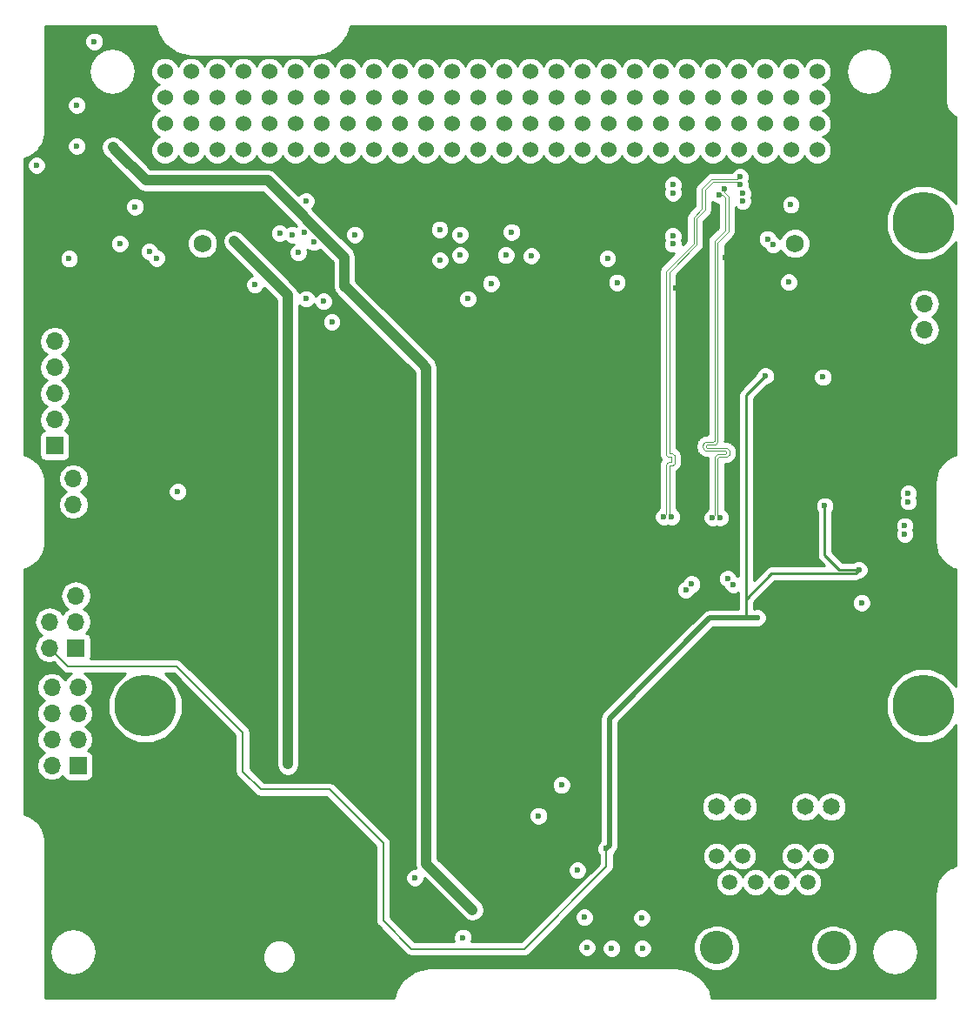
<source format=gbr>
G04 #@! TF.FileFunction,Copper,L3,Inr,Plane*
%FSLAX45Y45*%
G04 Gerber Fmt 4.5, Leading zero omitted, Abs format (unit mm)*
G04 Created by KiCad (PCBNEW 4.0.7) date 02/12/18 17:58:59*
%MOMM*%
%LPD*%
G01*
G04 APERTURE LIST*
%ADD10C,0.100000*%
%ADD11R,1.700000X1.700000*%
%ADD12O,1.700000X1.700000*%
%ADD13C,6.000000*%
%ADD14C,1.752600*%
%ADD15C,1.500000*%
%ADD16C,1.650000*%
%ADD17C,2.500000*%
%ADD18C,3.250000*%
%ADD19C,1.524000*%
%ADD20C,0.600000*%
%ADD21C,0.200000*%
%ADD22C,0.250000*%
%ADD23C,0.500000*%
%ADD24C,1.000000*%
%ADD25C,0.125000*%
%ADD26C,0.254000*%
G04 APERTURE END LIST*
D10*
D11*
X8777500Y-9668000D03*
D12*
X8523500Y-9668000D03*
X8777500Y-9414000D03*
X8523500Y-9414000D03*
X8777500Y-9160000D03*
X8523500Y-9160000D03*
X8777500Y-8906000D03*
X8523500Y-8906000D03*
D13*
X17008500Y-4385000D03*
X17008500Y-9085000D03*
D14*
X9989560Y-4585000D03*
X9989560Y-4585000D03*
X15760440Y-4585000D03*
X15760440Y-4585000D03*
D15*
X16139000Y-10804000D03*
X16012000Y-10550000D03*
X15885000Y-10804000D03*
X15758000Y-10550000D03*
X15631000Y-10804000D03*
X15504000Y-10550000D03*
X15377000Y-10804000D03*
X15250000Y-10550000D03*
X15123000Y-10804000D03*
X14996000Y-10550000D03*
D16*
X16114000Y-10067000D03*
X15860000Y-10067000D03*
X15250000Y-10067000D03*
X14996000Y-10067000D03*
D17*
X14894500Y-11134000D03*
D18*
X14996000Y-11439000D03*
X16139000Y-11439000D03*
D17*
X16240500Y-11134000D03*
D19*
X9626000Y-3675500D03*
X9626000Y-3421500D03*
X9880000Y-3675500D03*
X9880000Y-3421500D03*
X10134000Y-3675500D03*
X10134000Y-3421500D03*
X10388000Y-3675500D03*
X10388000Y-3421500D03*
X10642000Y-3675500D03*
X10642000Y-3421500D03*
X10896000Y-3675500D03*
X10896000Y-3421500D03*
X11150000Y-3675500D03*
X11150000Y-3421500D03*
X11404000Y-3675500D03*
X11404000Y-3421500D03*
X11658000Y-3675500D03*
X11658000Y-3421500D03*
X11912000Y-3675500D03*
X11912000Y-3421500D03*
X12166000Y-3675500D03*
X12166000Y-3421500D03*
X12420000Y-3675500D03*
X12420000Y-3421500D03*
X12674000Y-3675500D03*
X12674000Y-3421500D03*
X12928000Y-3675500D03*
X12928000Y-3421500D03*
X13182000Y-3675500D03*
X13182000Y-3421500D03*
X13436000Y-3675500D03*
X13436000Y-3421500D03*
X13690000Y-3675500D03*
X13690000Y-3421500D03*
X13944000Y-3675500D03*
X13944000Y-3421500D03*
X14198000Y-3675500D03*
X14198000Y-3421500D03*
X14452000Y-3675500D03*
X14452000Y-3421500D03*
X14706000Y-3675500D03*
X14706000Y-3421500D03*
X14960000Y-3675500D03*
X14960000Y-3421500D03*
X15214000Y-3675500D03*
X15214000Y-3421500D03*
X15468000Y-3675500D03*
X15468000Y-3421500D03*
X15722000Y-3675500D03*
X15722000Y-3421500D03*
X15976000Y-3675500D03*
X15976000Y-3421500D03*
X9625900Y-3167896D03*
X9625900Y-2913896D03*
X9879900Y-3167896D03*
X9879900Y-2913896D03*
X10133900Y-3167896D03*
X10133900Y-2913896D03*
X10387900Y-3167896D03*
X10387900Y-2913896D03*
X10641900Y-3167896D03*
X10641900Y-2913896D03*
X10895900Y-3167896D03*
X10895900Y-2913896D03*
X11149900Y-3167896D03*
X11149900Y-2913896D03*
X11403900Y-3167896D03*
X11403900Y-2913896D03*
X11657900Y-3167896D03*
X11657900Y-2913896D03*
X11911900Y-3167896D03*
X11911900Y-2913896D03*
X12165900Y-3167896D03*
X12165900Y-2913896D03*
X12419900Y-3167896D03*
X12419900Y-2913896D03*
X12673900Y-3167896D03*
X12673900Y-2913896D03*
X12927900Y-3167896D03*
X12927900Y-2913896D03*
X13181900Y-3167896D03*
X13181900Y-2913896D03*
X13435900Y-3167896D03*
X13435900Y-2913896D03*
X13689900Y-3167896D03*
X13689900Y-2913896D03*
X13943900Y-3167896D03*
X13943900Y-2913896D03*
X14197900Y-3167896D03*
X14197900Y-2913896D03*
X14451900Y-3167896D03*
X14451900Y-2913896D03*
X14705900Y-3167896D03*
X14705900Y-2913896D03*
X14959900Y-3167896D03*
X14959900Y-2913896D03*
X15213900Y-3167896D03*
X15213900Y-2913896D03*
X15467900Y-3167896D03*
X15467900Y-2913896D03*
X15721900Y-3167896D03*
X15721900Y-2913896D03*
X15975900Y-3167896D03*
X15975900Y-2913896D03*
D11*
X8734500Y-7382000D03*
D12*
X8734500Y-7128000D03*
X8734500Y-6874000D03*
D11*
X8551000Y-6554000D03*
D12*
X8551000Y-6300000D03*
X8551000Y-6046000D03*
X8551000Y-5792000D03*
X8551000Y-5538000D03*
X8551000Y-5284000D03*
D11*
X17019500Y-4919000D03*
D12*
X17019500Y-5173000D03*
X17019500Y-5427000D03*
D11*
X8757500Y-8523000D03*
D12*
X8503500Y-8523000D03*
X8757500Y-8269000D03*
X8503500Y-8269000D03*
X8757500Y-8015000D03*
X8503500Y-8015000D03*
D13*
X9432500Y-9085000D03*
D20*
X16032500Y-5887000D03*
X15472500Y-5875000D03*
X16050000Y-7140000D03*
X15395000Y-8230000D03*
X13923000Y-10476000D03*
X16381000Y-7764000D03*
X13708000Y-11143500D03*
X13733000Y-11436000D03*
X13975500Y-11446000D03*
X14273000Y-11446000D03*
X9117500Y-3650000D03*
X12619500Y-11071500D03*
X11374000Y-5001000D03*
X14268000Y-11148500D03*
X14027000Y-4965000D03*
X15699000Y-4964000D03*
X13934000Y-4730500D03*
X12059500Y-10759000D03*
X12527000Y-11341500D03*
X13263000Y-10156000D03*
X13640500Y-10686000D03*
X16863000Y-7018410D03*
X16863000Y-7098410D03*
X14574000Y-4095000D03*
X14570000Y-4511000D03*
X16829000Y-7335000D03*
X14574000Y-4015000D03*
X14570000Y-4591000D03*
X16829000Y-7415000D03*
X16408000Y-8082000D03*
X13000000Y-4475000D03*
X12500000Y-4500000D03*
X12575000Y-5125000D03*
X12300000Y-4450000D03*
X11475000Y-4500000D03*
X11250000Y-5350000D03*
X11000000Y-4175000D03*
X10742288Y-4485501D03*
X9185000Y-4588000D03*
X8937500Y-2620000D03*
X9472000Y-4665000D03*
X8692500Y-4735000D03*
X9545000Y-4728000D03*
X9334000Y-4229000D03*
X13191000Y-4705000D03*
X8375000Y-3825000D03*
X8767500Y-3240000D03*
X12943649Y-4700000D03*
X12800000Y-4975000D03*
X12500000Y-4700000D03*
X12303000Y-4747000D03*
X8767500Y-3640000D03*
X10502000Y-4988000D03*
X10300000Y-4565000D03*
X10822500Y-9652500D03*
X13485500Y-9856000D03*
X8727500Y-7610000D03*
X8577500Y-7810000D03*
X14600500Y-5016000D03*
X15925000Y-4400000D03*
X15925000Y-4500000D03*
X15925000Y-4625000D03*
X15925000Y-4750000D03*
X16025000Y-4750000D03*
X16025000Y-4625000D03*
X16025000Y-4500000D03*
X16025000Y-4400000D03*
X9800000Y-4394500D03*
X9800000Y-4550000D03*
X9800000Y-4675000D03*
X9800000Y-4775000D03*
X9700000Y-4775000D03*
X9700000Y-4675000D03*
X9700000Y-4550000D03*
X9700000Y-4394500D03*
X11118649Y-4725000D03*
X15577500Y-5035000D03*
X16057649Y-9441278D03*
X15112500Y-9432500D03*
X8552500Y-5100000D03*
X10075000Y-11300000D03*
X9957500Y-11000000D03*
X9950000Y-11150000D03*
X9950000Y-11300000D03*
X10200000Y-11300000D03*
X10200000Y-11150000D03*
X10200000Y-11000000D03*
X10072500Y-11000000D03*
X10072500Y-11150000D03*
X11500000Y-11300000D03*
X11285000Y-11300000D03*
X11492500Y-11000000D03*
X11272500Y-11000000D03*
X11272500Y-11150000D03*
X11500000Y-11150000D03*
X11387500Y-11300000D03*
X11380000Y-11000000D03*
X11382500Y-11150000D03*
X15504000Y-10375000D03*
X15092500Y-11110000D03*
X16372500Y-10960000D03*
X16267500Y-10800000D03*
X15557500Y-8090000D03*
X15917500Y-7705000D03*
X15917500Y-7487500D03*
X16337500Y-7510000D03*
X15895000Y-7157500D03*
X16367500Y-7272500D03*
X16360000Y-7182500D03*
X16290000Y-6927500D03*
X15725000Y-6710000D03*
X16345000Y-6165000D03*
X15892500Y-5980000D03*
X10140000Y-4712500D03*
X10650000Y-4732500D03*
X11650000Y-4725000D03*
X12147500Y-4725000D03*
X12650000Y-4722500D03*
X13082500Y-4715000D03*
X13600000Y-4727500D03*
X14102500Y-4702500D03*
X15085000Y-4725000D03*
X10147500Y-4205000D03*
X10645000Y-4192500D03*
X11150000Y-4205000D03*
X11650000Y-4202500D03*
X12150000Y-4190000D03*
X12350000Y-4192500D03*
X12650000Y-4207500D03*
X12800000Y-4202500D03*
X13100000Y-4202500D03*
X13600000Y-4200000D03*
X14100000Y-4200000D03*
X14600000Y-4207500D03*
X14947500Y-4427500D03*
X15685000Y-4340000D03*
X16332500Y-7605000D03*
X16315000Y-6417500D03*
X12979000Y-11281000D03*
X14493000Y-11296000D03*
X15548284Y-4598284D03*
X14753284Y-7901716D03*
X15491716Y-4541716D03*
X14696716Y-7958284D03*
X15720000Y-4209000D03*
X15226000Y-3936000D03*
X14482000Y-7246000D03*
X15226000Y-4014000D03*
X14560000Y-7246000D03*
X15251000Y-4175000D03*
X15104216Y-7849216D03*
X15251000Y-4097000D03*
X15160784Y-7905784D03*
X15019423Y-4111577D03*
X14954000Y-7255000D03*
X15074577Y-4056423D03*
X15032000Y-7255000D03*
X11168649Y-5150000D03*
X11075000Y-4575000D03*
X10981351Y-4475000D03*
X11000000Y-5125000D03*
X10925000Y-4675000D03*
X9750000Y-7000000D03*
X10868649Y-4500299D03*
D21*
X13923000Y-10476000D02*
X13923000Y-10652000D01*
X13923000Y-10652000D02*
X13125000Y-11450000D01*
X13125000Y-11450000D02*
X12025000Y-11450000D01*
X11750000Y-11175000D02*
X11750000Y-10425000D01*
X12025000Y-11450000D02*
X11750000Y-11175000D01*
X11750000Y-10425000D02*
X11225000Y-9900000D01*
X11225000Y-9900000D02*
X10559500Y-9900000D01*
X10382500Y-9342000D02*
X9740500Y-8700000D01*
X8680500Y-8700000D02*
X8503500Y-8523000D01*
X10559500Y-9900000D02*
X10382500Y-9723000D01*
X10382500Y-9723000D02*
X10382500Y-9342000D01*
X9740500Y-8700000D02*
X8680500Y-8700000D01*
D22*
X15282500Y-8047500D02*
X15282500Y-6065000D01*
X15282500Y-6065000D02*
X15472500Y-5875000D01*
X16194000Y-7764000D02*
X16050000Y-7620000D01*
X16050000Y-7620000D02*
X16050000Y-7140000D01*
X16381000Y-7764000D02*
X16194000Y-7764000D01*
X15532500Y-7797500D02*
X16347500Y-7797500D01*
X16347500Y-7797500D02*
X16381000Y-7764000D01*
X15282500Y-8047500D02*
X15532500Y-7797500D01*
D23*
X15282500Y-8230000D02*
X15395000Y-8230000D01*
X14930000Y-8230000D02*
X15282500Y-8230000D01*
D22*
X15282500Y-8230000D02*
X15282500Y-8047500D01*
D23*
X13953000Y-9207000D02*
X14930000Y-8230000D01*
X13923000Y-10476000D02*
X13953000Y-10446000D01*
X13953000Y-10446000D02*
X13953000Y-9207000D01*
D21*
X13923000Y-10476000D02*
X13936000Y-10476000D01*
D24*
X9147500Y-3680000D02*
X9117500Y-3650000D01*
X11374000Y-5001000D02*
X11374000Y-4722000D01*
X11374000Y-4722000D02*
X10624500Y-3972500D01*
X10624500Y-3972500D02*
X9440000Y-3972500D01*
X9440000Y-3972500D02*
X9147500Y-3680000D01*
D23*
X12169600Y-6750000D02*
X12169600Y-6711408D01*
D24*
X12169600Y-5796600D02*
X12123000Y-5750000D01*
X12169600Y-10621600D02*
X12169600Y-6750000D01*
D23*
X12180000Y-5807000D02*
X12123000Y-5750000D01*
D24*
X12123000Y-5750000D02*
X11404000Y-5031000D01*
X12169600Y-6750000D02*
X12169600Y-5796600D01*
X12619500Y-11071500D02*
X12169600Y-10621600D01*
X11404000Y-5031000D02*
X11374000Y-5001000D01*
X10822500Y-9652500D02*
X10822500Y-5087500D01*
X10822500Y-5087500D02*
X10300000Y-4565000D01*
D25*
X14558152Y-6714019D02*
X14558411Y-6713280D01*
X14508922Y-6734136D02*
X14512739Y-6728062D01*
X14772750Y-4329683D02*
X14854750Y-4247683D01*
X14556518Y-6715654D02*
X14557181Y-6715237D01*
X14554999Y-6716001D02*
X14555778Y-6715913D01*
X14557181Y-6662264D02*
X14556518Y-6661847D01*
X14558499Y-6712501D02*
X14558499Y-6665000D01*
X14517811Y-6654511D02*
X14512739Y-6649439D01*
X14558411Y-6664221D02*
X14558152Y-6663481D01*
X14772750Y-4587683D02*
X14772750Y-4329683D01*
X14523885Y-6719173D02*
X14530656Y-6716804D01*
X14482000Y-7246000D02*
X14505750Y-7222250D01*
X14557181Y-6715237D02*
X14557735Y-6714683D01*
X14530656Y-6660697D02*
X14523885Y-6658328D01*
X14506553Y-6636594D02*
X14505750Y-6629465D01*
X14505750Y-6748035D02*
X14506553Y-6740907D01*
X14557735Y-6662818D02*
X14557181Y-6662264D01*
X14505750Y-7222250D02*
X14505750Y-6748035D01*
X14506553Y-6740907D02*
X14508922Y-6734136D01*
X14555778Y-6715913D02*
X14556518Y-6715654D01*
X14512739Y-6728062D02*
X14517811Y-6722989D01*
X14517811Y-6722989D02*
X14523885Y-6719173D01*
X14530656Y-6716804D02*
X14537785Y-6716001D01*
X14537785Y-6716001D02*
X14554999Y-6716001D01*
X14558411Y-6713280D02*
X14558499Y-6712501D01*
X14557735Y-6714683D02*
X14558152Y-6714019D01*
X14558499Y-6665000D02*
X14558411Y-6664221D01*
X14854750Y-4247683D02*
X14854750Y-4053683D01*
X14558152Y-6663481D02*
X14557735Y-6662818D01*
X14556518Y-6661847D02*
X14555778Y-6661588D01*
X14555778Y-6661588D02*
X14554999Y-6661500D01*
X14554999Y-6661500D02*
X14537785Y-6661500D01*
X14537785Y-6661500D02*
X14530656Y-6660697D01*
X14523885Y-6658328D02*
X14517811Y-6654511D01*
X14512739Y-6649439D02*
X14508922Y-6643365D01*
X14508922Y-6643365D02*
X14506553Y-6636594D01*
X14505750Y-6629465D02*
X14505750Y-4854683D01*
X14505750Y-4854683D02*
X14772750Y-4587683D01*
X14854750Y-4053683D02*
X14948683Y-3959750D01*
X14948683Y-3959750D02*
X15202250Y-3959750D01*
X15202250Y-3959750D02*
X15226000Y-3936000D01*
X14560000Y-7246000D02*
X14536250Y-7222250D01*
X14576937Y-6739511D02*
X14582010Y-6734439D01*
X14538231Y-6746847D02*
X14538971Y-6746588D01*
X14582010Y-6734439D02*
X14585826Y-6728365D01*
X14536250Y-7222250D02*
X14536250Y-6750000D01*
X14536250Y-6627501D02*
X14536250Y-4867317D01*
X14570863Y-6743328D02*
X14576937Y-6739511D01*
X14803250Y-4342317D02*
X14885250Y-4260317D01*
X14536250Y-6750000D02*
X14536338Y-6749221D01*
X14585826Y-6728365D02*
X14588196Y-6721594D01*
X14536338Y-6749221D02*
X14536596Y-6748481D01*
X14576937Y-6637989D02*
X14570863Y-6634173D01*
X14537013Y-6747818D02*
X14537567Y-6747264D01*
X14538231Y-6630654D02*
X14537567Y-6630237D01*
X14536596Y-6748481D02*
X14537013Y-6747818D01*
X14588999Y-6663035D02*
X14588196Y-6655907D01*
X14537567Y-6747264D02*
X14538231Y-6746847D01*
X14538971Y-6746588D02*
X14539749Y-6746500D01*
X14588196Y-6655907D02*
X14585826Y-6649136D01*
X14961317Y-3990250D02*
X15202250Y-3990250D01*
X14539749Y-6746500D02*
X14556964Y-6746500D01*
X14556964Y-6631001D02*
X14539749Y-6631001D01*
X14803250Y-4600317D02*
X14803250Y-4342317D01*
X14556964Y-6746500D02*
X14564092Y-6745697D01*
X14588999Y-6714465D02*
X14588999Y-6663035D01*
X14564092Y-6745697D02*
X14570863Y-6743328D01*
X14588196Y-6721594D02*
X14588999Y-6714465D01*
X14564092Y-6631804D02*
X14556964Y-6631001D01*
X14585826Y-6649136D02*
X14582010Y-6643062D01*
X14536596Y-6629019D02*
X14536338Y-6628280D01*
X14582010Y-6643062D02*
X14576937Y-6637989D01*
X14538971Y-6630913D02*
X14538231Y-6630654D01*
X14570863Y-6634173D02*
X14564092Y-6631804D01*
X14539749Y-6631001D02*
X14538971Y-6630913D01*
X14536338Y-6628280D02*
X14536250Y-6627501D01*
X14537567Y-6630237D02*
X14537013Y-6629683D01*
X14537013Y-6629683D02*
X14536596Y-6629019D01*
X14536250Y-4867317D02*
X14803250Y-4600317D01*
X14885250Y-4260317D02*
X14885250Y-4066317D01*
X14885250Y-4066317D02*
X14961317Y-3990250D01*
X15202250Y-3990250D02*
X15226000Y-4014000D01*
X14977750Y-4563683D02*
X14977750Y-6500000D01*
X14977750Y-7231250D02*
X14954000Y-7255000D01*
X14974532Y-6509196D02*
X14972196Y-6511532D01*
X14862500Y-6562615D02*
X14863569Y-6572102D01*
X14977380Y-6503282D02*
X14976289Y-6506400D01*
X15089782Y-6629196D02*
X15087446Y-6631532D01*
X14886637Y-6601028D02*
X14895648Y-6604181D01*
X15091539Y-6613600D02*
X15092630Y-6616718D01*
X14969400Y-6513289D02*
X14966282Y-6514380D01*
X14963000Y-6514750D02*
X14905135Y-6514750D01*
X15081532Y-6605620D02*
X15084650Y-6606711D01*
X14977750Y-6500000D02*
X14977380Y-6503282D01*
X14886637Y-6518972D02*
X14878553Y-6524052D01*
X14977750Y-6677385D02*
X14977750Y-7231250D01*
X14987052Y-6650803D02*
X14981972Y-6658886D01*
X15080750Y-4460683D02*
X14977750Y-4563683D01*
X14978819Y-6667898D02*
X14977750Y-6677385D01*
X15080750Y-4139317D02*
X15080750Y-4460683D01*
X14895648Y-6515819D02*
X14886637Y-6518972D01*
X14863569Y-6572102D02*
X14866722Y-6581113D01*
X14981972Y-6658886D02*
X14978819Y-6667898D01*
X15087446Y-6608468D02*
X15089782Y-6610803D01*
X14862500Y-6557385D02*
X14862500Y-6562615D01*
X15019423Y-4111577D02*
X15053010Y-4111577D01*
X15053010Y-4111577D02*
X15080750Y-4139317D01*
X14976289Y-6506400D02*
X14974532Y-6509196D01*
X14871802Y-6589197D02*
X14878553Y-6595948D01*
X14972196Y-6511532D02*
X14969400Y-6513289D01*
X14966282Y-6514380D02*
X14963000Y-6514750D01*
X14905135Y-6514750D02*
X14895648Y-6515819D01*
X14878553Y-6524052D02*
X14871802Y-6530803D01*
X14871802Y-6530803D02*
X14866722Y-6538886D01*
X14993803Y-6644052D02*
X14987052Y-6650803D01*
X14866722Y-6538886D02*
X14863569Y-6547898D01*
X14863569Y-6547898D02*
X14862500Y-6557385D01*
X14866722Y-6581113D02*
X14871802Y-6589197D01*
X14878553Y-6595948D02*
X14886637Y-6601028D01*
X14895648Y-6604181D02*
X14905135Y-6605250D01*
X14905135Y-6605250D02*
X15078250Y-6605250D01*
X15078250Y-6605250D02*
X15081532Y-6605620D01*
X15084650Y-6606711D02*
X15087446Y-6608468D01*
X15081532Y-6634380D02*
X15078250Y-6634750D01*
X15089782Y-6610803D02*
X15091539Y-6613600D01*
X15092630Y-6616718D02*
X15093000Y-6620000D01*
X15093000Y-6620000D02*
X15092630Y-6623282D01*
X15092630Y-6623282D02*
X15091539Y-6626400D01*
X15091539Y-6626400D02*
X15089782Y-6629196D01*
X15087446Y-6631532D02*
X15084650Y-6633289D01*
X15084650Y-6633289D02*
X15081532Y-6634380D01*
X15078250Y-6634750D02*
X15020385Y-6634750D01*
X15020385Y-6634750D02*
X15010898Y-6635819D01*
X15010898Y-6635819D02*
X15001887Y-6638972D01*
X15001887Y-6638972D02*
X14993803Y-6644052D01*
X14907750Y-6545250D02*
X14904468Y-6545620D01*
X15004028Y-6521113D02*
X14998948Y-6529197D01*
X15074577Y-4056423D02*
X15074577Y-4090010D01*
X14893000Y-6560000D02*
X14893370Y-6563282D01*
X15007181Y-6512102D02*
X15004028Y-6521113D01*
X15074577Y-4090010D02*
X15111250Y-4126683D01*
X14998948Y-6529197D02*
X14992197Y-6535948D01*
X15111250Y-4126683D02*
X15111250Y-4473317D01*
X14904468Y-6574380D02*
X14907750Y-6574750D01*
X15111250Y-4473317D02*
X15008250Y-4576317D01*
X14898553Y-6548468D02*
X14896218Y-6550803D01*
X15008250Y-4576317D02*
X15008250Y-6502615D01*
X14907750Y-6574750D02*
X15080865Y-6574750D01*
X15008250Y-6502615D02*
X15007181Y-6512102D01*
X14992197Y-6535948D02*
X14984113Y-6541028D01*
X15114198Y-6649197D02*
X15107447Y-6655948D01*
X14984113Y-6541028D02*
X14975102Y-6544181D01*
X14975102Y-6544181D02*
X14965615Y-6545250D01*
X15080865Y-6665250D02*
X15023000Y-6665250D01*
X14965615Y-6545250D02*
X14907750Y-6545250D01*
X15107447Y-6584052D02*
X15114198Y-6590803D01*
X15008620Y-6676718D02*
X15008250Y-6680000D01*
X14901350Y-6546711D02*
X14898553Y-6548468D01*
X14893370Y-6556718D02*
X14893000Y-6560000D01*
X14904468Y-6545620D02*
X14901350Y-6546711D01*
X15090352Y-6664181D02*
X15080865Y-6665250D01*
X14896218Y-6550803D02*
X14894461Y-6553600D01*
X14894461Y-6553600D02*
X14893370Y-6556718D01*
X14894461Y-6566400D02*
X14896218Y-6569196D01*
X14893370Y-6563282D02*
X14894461Y-6566400D01*
X14901350Y-6573289D02*
X14904468Y-6574380D01*
X14896218Y-6569196D02*
X14898553Y-6571532D01*
X14898553Y-6571532D02*
X14901350Y-6573289D01*
X15011468Y-6670803D02*
X15009711Y-6673600D01*
X15080865Y-6574750D02*
X15090352Y-6575819D01*
X15099363Y-6578972D02*
X15107447Y-6584052D01*
X15090352Y-6575819D02*
X15099363Y-6578972D01*
X15008250Y-6680000D02*
X15008250Y-7231250D01*
X15114198Y-6590803D02*
X15119278Y-6598886D01*
X15119278Y-6598886D02*
X15122431Y-6607898D01*
X15122431Y-6607898D02*
X15123500Y-6617385D01*
X15107447Y-6655948D02*
X15099363Y-6661028D01*
X15123500Y-6617385D02*
X15123500Y-6622615D01*
X15123500Y-6622615D02*
X15122431Y-6632102D01*
X15008250Y-7231250D02*
X15032000Y-7255000D01*
X15122431Y-6632102D02*
X15119278Y-6641113D01*
X15119278Y-6641113D02*
X15114198Y-6649197D01*
X15099363Y-6661028D02*
X15090352Y-6664181D01*
X15023000Y-6665250D02*
X15019718Y-6665620D01*
X15013803Y-6668468D02*
X15011468Y-6670803D01*
X15019718Y-6665620D02*
X15016600Y-6666711D01*
X15016600Y-6666711D02*
X15013803Y-6668468D01*
X15009711Y-6673600D02*
X15008620Y-6676718D01*
D26*
G36*
X9548437Y-2528013D02*
X9553969Y-2541367D01*
X9558546Y-2552417D01*
X9623578Y-2649744D01*
X9642256Y-2668423D01*
X9739583Y-2733454D01*
X9746731Y-2736415D01*
X9763987Y-2743563D01*
X9878792Y-2766399D01*
X9885460Y-2766399D01*
X9892000Y-2767700D01*
X11072000Y-2767700D01*
X11078540Y-2766399D01*
X11085208Y-2766399D01*
X11200013Y-2743563D01*
X11215402Y-2737189D01*
X11224417Y-2733454D01*
X11321744Y-2668423D01*
X11340422Y-2649744D01*
X11405454Y-2552417D01*
X11408415Y-2545269D01*
X11415563Y-2528013D01*
X11427560Y-2467700D01*
X17224300Y-2467700D01*
X17224300Y-3200000D01*
X17225601Y-3206540D01*
X17225601Y-3213208D01*
X17233213Y-3251476D01*
X17243322Y-3275880D01*
X17264999Y-3308323D01*
X17283677Y-3327001D01*
X17316120Y-3348678D01*
X17324300Y-3352067D01*
X17324300Y-4199512D01*
X17316161Y-4179815D01*
X17214221Y-4077697D01*
X17080962Y-4022363D01*
X16936671Y-4022237D01*
X16803315Y-4077339D01*
X16701197Y-4179279D01*
X16645863Y-4312538D01*
X16645737Y-4456829D01*
X16700839Y-4590185D01*
X16802779Y-4692303D01*
X16936038Y-4747637D01*
X17080329Y-4747763D01*
X17213685Y-4692661D01*
X17315803Y-4590721D01*
X17324300Y-4570258D01*
X17324300Y-6644440D01*
X17302256Y-6648825D01*
X17288287Y-6654611D01*
X17277851Y-6658934D01*
X17212967Y-6702288D01*
X17194288Y-6720966D01*
X17194288Y-6720967D01*
X17150934Y-6785851D01*
X17144365Y-6801710D01*
X17140825Y-6810256D01*
X17125601Y-6886792D01*
X17125601Y-6893460D01*
X17124300Y-6900000D01*
X17124300Y-7500000D01*
X17125601Y-7506540D01*
X17125601Y-7513208D01*
X17140825Y-7589744D01*
X17141437Y-7591222D01*
X17150934Y-7614149D01*
X17194288Y-7679033D01*
X17194288Y-7679033D01*
X17212967Y-7697712D01*
X17277851Y-7741066D01*
X17285720Y-7744326D01*
X17302256Y-7751175D01*
X17324300Y-7755560D01*
X17324300Y-8899512D01*
X17316161Y-8879815D01*
X17214221Y-8777697D01*
X17080962Y-8722363D01*
X16936671Y-8722237D01*
X16803315Y-8777339D01*
X16701197Y-8879279D01*
X16645863Y-9012538D01*
X16645737Y-9156829D01*
X16700839Y-9290185D01*
X16802779Y-9392303D01*
X16936038Y-9447637D01*
X17080329Y-9447763D01*
X17213685Y-9392661D01*
X17315803Y-9290721D01*
X17324300Y-9270258D01*
X17324300Y-10644440D01*
X17302256Y-10648825D01*
X17287960Y-10654747D01*
X17277851Y-10658934D01*
X17212967Y-10702288D01*
X17194288Y-10720967D01*
X17194288Y-10720967D01*
X17150934Y-10785851D01*
X17143786Y-10803108D01*
X17140825Y-10810256D01*
X17125601Y-10886792D01*
X17125601Y-10893460D01*
X17124300Y-10900000D01*
X17124300Y-11932300D01*
X14947560Y-11932300D01*
X14935563Y-11871987D01*
X14925454Y-11847583D01*
X14925454Y-11847583D01*
X14860422Y-11750256D01*
X14841744Y-11731577D01*
X14744417Y-11666546D01*
X14735402Y-11662811D01*
X14720013Y-11656437D01*
X14605208Y-11633601D01*
X14598540Y-11633601D01*
X14592000Y-11632300D01*
X12212000Y-11632300D01*
X12205460Y-11633601D01*
X12083987Y-11656437D01*
X12069620Y-11662388D01*
X12059583Y-11666546D01*
X11962256Y-11731577D01*
X11943577Y-11750256D01*
X11878546Y-11847583D01*
X11875777Y-11854267D01*
X11868437Y-11871987D01*
X11856440Y-11932300D01*
X8459700Y-11932300D01*
X8459700Y-11480000D01*
X8504300Y-11480000D01*
X8521633Y-11567137D01*
X8570992Y-11641008D01*
X8644863Y-11690367D01*
X8732000Y-11707700D01*
X8819137Y-11690367D01*
X8893008Y-11641008D01*
X8942367Y-11567137D01*
X8943843Y-11559721D01*
X10574772Y-11559721D01*
X10599489Y-11619542D01*
X10645218Y-11665350D01*
X10704995Y-11690172D01*
X10769721Y-11690228D01*
X10829542Y-11665511D01*
X10875350Y-11619782D01*
X10900172Y-11560005D01*
X10900228Y-11495279D01*
X10875511Y-11435458D01*
X10829783Y-11389650D01*
X10770005Y-11364828D01*
X10705279Y-11364772D01*
X10645458Y-11389489D01*
X10599650Y-11435217D01*
X10574828Y-11494995D01*
X10574772Y-11559721D01*
X8943843Y-11559721D01*
X8959700Y-11480000D01*
X8942367Y-11392863D01*
X8893008Y-11318992D01*
X8819137Y-11269633D01*
X8732000Y-11252300D01*
X8644863Y-11269633D01*
X8570992Y-11318992D01*
X8521633Y-11392863D01*
X8504300Y-11480000D01*
X8459700Y-11480000D01*
X8459700Y-10400000D01*
X8458399Y-10393460D01*
X8458399Y-10386792D01*
X8443175Y-10310256D01*
X8437254Y-10295960D01*
X8433066Y-10285851D01*
X8389712Y-10220967D01*
X8371033Y-10202288D01*
X8371033Y-10202288D01*
X8306149Y-10158934D01*
X8288892Y-10151786D01*
X8281744Y-10148825D01*
X8259700Y-10144440D01*
X8259700Y-8269000D01*
X8352906Y-8269000D01*
X8364149Y-8325522D01*
X8396167Y-8373440D01*
X8429931Y-8396000D01*
X8396167Y-8418560D01*
X8364149Y-8466478D01*
X8352906Y-8523000D01*
X8364149Y-8579522D01*
X8396167Y-8627440D01*
X8444084Y-8659457D01*
X8500606Y-8670700D01*
X8506394Y-8670700D01*
X8541420Y-8663733D01*
X8629093Y-8751407D01*
X8652679Y-8767166D01*
X8657295Y-8768084D01*
X8680500Y-8772700D01*
X8680501Y-8772700D01*
X8713359Y-8772700D01*
X8670167Y-8801560D01*
X8650500Y-8830994D01*
X8630833Y-8801560D01*
X8582916Y-8769543D01*
X8526394Y-8758300D01*
X8520606Y-8758300D01*
X8464084Y-8769543D01*
X8416167Y-8801560D01*
X8384149Y-8849478D01*
X8372906Y-8906000D01*
X8384149Y-8962522D01*
X8416167Y-9010440D01*
X8449931Y-9033000D01*
X8416167Y-9055560D01*
X8384149Y-9103478D01*
X8372906Y-9160000D01*
X8384149Y-9216522D01*
X8416167Y-9264440D01*
X8449931Y-9287000D01*
X8416167Y-9309560D01*
X8384149Y-9357478D01*
X8372906Y-9414000D01*
X8384149Y-9470522D01*
X8416167Y-9518440D01*
X8449931Y-9541000D01*
X8416167Y-9563560D01*
X8384149Y-9611478D01*
X8372906Y-9668000D01*
X8384149Y-9724522D01*
X8416167Y-9772440D01*
X8464084Y-9804457D01*
X8520606Y-9815700D01*
X8526394Y-9815700D01*
X8582916Y-9804457D01*
X8630833Y-9772440D01*
X8631923Y-9770809D01*
X8632944Y-9776235D01*
X8646676Y-9797575D01*
X8667628Y-9811892D01*
X8692500Y-9816928D01*
X8862500Y-9816928D01*
X8885735Y-9812556D01*
X8907075Y-9798824D01*
X8921392Y-9777872D01*
X8926428Y-9753000D01*
X8926428Y-9583000D01*
X8922056Y-9559765D01*
X8908324Y-9538425D01*
X8887372Y-9524108D01*
X8878913Y-9522395D01*
X8884833Y-9518440D01*
X8916851Y-9470522D01*
X8928094Y-9414000D01*
X8916851Y-9357478D01*
X8884833Y-9309560D01*
X8851069Y-9287000D01*
X8884833Y-9264440D01*
X8916851Y-9216522D01*
X8928094Y-9160000D01*
X8916851Y-9103478D01*
X8884833Y-9055560D01*
X8851069Y-9033000D01*
X8884833Y-9010440D01*
X8916851Y-8962522D01*
X8928094Y-8906000D01*
X8916851Y-8849478D01*
X8884833Y-8801560D01*
X8841641Y-8772700D01*
X9238542Y-8772700D01*
X9227315Y-8777339D01*
X9125197Y-8879279D01*
X9069863Y-9012538D01*
X9069737Y-9156829D01*
X9124839Y-9290185D01*
X9226779Y-9392303D01*
X9360038Y-9447637D01*
X9504329Y-9447763D01*
X9637685Y-9392661D01*
X9739803Y-9290721D01*
X9795137Y-9157462D01*
X9795263Y-9013171D01*
X9740161Y-8879815D01*
X9638221Y-8777697D01*
X9626187Y-8772700D01*
X9710387Y-8772700D01*
X10309800Y-9372113D01*
X10309800Y-9723000D01*
X10309800Y-9723000D01*
X10314213Y-9745184D01*
X10315334Y-9750821D01*
X10324942Y-9765200D01*
X10331093Y-9774407D01*
X10508093Y-9951407D01*
X10531679Y-9967166D01*
X10536295Y-9968084D01*
X10559500Y-9972700D01*
X10559501Y-9972700D01*
X11194887Y-9972700D01*
X11677300Y-10455113D01*
X11677300Y-11175000D01*
X11677300Y-11175000D01*
X11681466Y-11195942D01*
X11682834Y-11202821D01*
X11695676Y-11222041D01*
X11698593Y-11226407D01*
X11973593Y-11501406D01*
X11973593Y-11501407D01*
X11993251Y-11514541D01*
X11997179Y-11517166D01*
X12025000Y-11522700D01*
X13124999Y-11522700D01*
X13125000Y-11522700D01*
X13148205Y-11518084D01*
X13152821Y-11517166D01*
X13176407Y-11501407D01*
X13176407Y-11501407D01*
X13223455Y-11454358D01*
X13640284Y-11454358D01*
X13654367Y-11488442D01*
X13680421Y-11514541D01*
X13714480Y-11528684D01*
X13751358Y-11528716D01*
X13785442Y-11514633D01*
X13811541Y-11488579D01*
X13821599Y-11464358D01*
X13882784Y-11464358D01*
X13896867Y-11498442D01*
X13922921Y-11524541D01*
X13956980Y-11538684D01*
X13993858Y-11538716D01*
X14027942Y-11524633D01*
X14054041Y-11498579D01*
X14068184Y-11464520D01*
X14068184Y-11464358D01*
X14180284Y-11464358D01*
X14194367Y-11498442D01*
X14220421Y-11524541D01*
X14254480Y-11538684D01*
X14291358Y-11538716D01*
X14325442Y-11524633D01*
X14351541Y-11498579D01*
X14357762Y-11483598D01*
X14770761Y-11483598D01*
X14804973Y-11566399D01*
X14868268Y-11629804D01*
X14951008Y-11664161D01*
X15040598Y-11664239D01*
X15123399Y-11630027D01*
X15186804Y-11566732D01*
X15221161Y-11483992D01*
X15221161Y-11483598D01*
X15913761Y-11483598D01*
X15947973Y-11566399D01*
X16011268Y-11629804D01*
X16094008Y-11664161D01*
X16183598Y-11664239D01*
X16266399Y-11630027D01*
X16329804Y-11566732D01*
X16364161Y-11483992D01*
X16364164Y-11480000D01*
X16504300Y-11480000D01*
X16521633Y-11567137D01*
X16570992Y-11641008D01*
X16644863Y-11690367D01*
X16732000Y-11707700D01*
X16819137Y-11690367D01*
X16893008Y-11641008D01*
X16942367Y-11567137D01*
X16959700Y-11480000D01*
X16942367Y-11392863D01*
X16893008Y-11318992D01*
X16819137Y-11269633D01*
X16732000Y-11252300D01*
X16644863Y-11269633D01*
X16570992Y-11318992D01*
X16521633Y-11392863D01*
X16504300Y-11480000D01*
X16364164Y-11480000D01*
X16364239Y-11394401D01*
X16330027Y-11311601D01*
X16266732Y-11248196D01*
X16183992Y-11213839D01*
X16094401Y-11213761D01*
X16011601Y-11247973D01*
X15948196Y-11311268D01*
X15913839Y-11394008D01*
X15913761Y-11483598D01*
X15221161Y-11483598D01*
X15221239Y-11394401D01*
X15187027Y-11311601D01*
X15123732Y-11248196D01*
X15040992Y-11213839D01*
X14951401Y-11213761D01*
X14868601Y-11247973D01*
X14805196Y-11311268D01*
X14770839Y-11394008D01*
X14770761Y-11483598D01*
X14357762Y-11483598D01*
X14365684Y-11464520D01*
X14365716Y-11427642D01*
X14351633Y-11393558D01*
X14325579Y-11367459D01*
X14291520Y-11353316D01*
X14254642Y-11353284D01*
X14220558Y-11367367D01*
X14194459Y-11393421D01*
X14180316Y-11427480D01*
X14180284Y-11464358D01*
X14068184Y-11464358D01*
X14068216Y-11427642D01*
X14054133Y-11393558D01*
X14028079Y-11367459D01*
X13994020Y-11353316D01*
X13957142Y-11353284D01*
X13923058Y-11367367D01*
X13896959Y-11393421D01*
X13882816Y-11427480D01*
X13882784Y-11464358D01*
X13821599Y-11464358D01*
X13825684Y-11454520D01*
X13825716Y-11417642D01*
X13811633Y-11383558D01*
X13785579Y-11357459D01*
X13751520Y-11343316D01*
X13714642Y-11343284D01*
X13680558Y-11357367D01*
X13654459Y-11383421D01*
X13640316Y-11417480D01*
X13640284Y-11454358D01*
X13223455Y-11454358D01*
X13515955Y-11161858D01*
X13615284Y-11161858D01*
X13629367Y-11195942D01*
X13655421Y-11222041D01*
X13689480Y-11236184D01*
X13726358Y-11236216D01*
X13760442Y-11222133D01*
X13786541Y-11196079D01*
X13798675Y-11166858D01*
X14175284Y-11166858D01*
X14189367Y-11200942D01*
X14215421Y-11227041D01*
X14249480Y-11241184D01*
X14286358Y-11241216D01*
X14320442Y-11227133D01*
X14346541Y-11201079D01*
X14360684Y-11167020D01*
X14360716Y-11130142D01*
X14346633Y-11096058D01*
X14320579Y-11069959D01*
X14286520Y-11055816D01*
X14249642Y-11055784D01*
X14215558Y-11069867D01*
X14189459Y-11095921D01*
X14175316Y-11129980D01*
X14175284Y-11166858D01*
X13798675Y-11166858D01*
X13800684Y-11162020D01*
X13800716Y-11125142D01*
X13786633Y-11091058D01*
X13760579Y-11064959D01*
X13726520Y-11050816D01*
X13689642Y-11050784D01*
X13655558Y-11064867D01*
X13629459Y-11090921D01*
X13615316Y-11124980D01*
X13615284Y-11161858D01*
X13515955Y-11161858D01*
X13846543Y-10831270D01*
X14985276Y-10831270D01*
X15006196Y-10881899D01*
X15044897Y-10920668D01*
X15095490Y-10941676D01*
X15150270Y-10941724D01*
X15200899Y-10920804D01*
X15239668Y-10882103D01*
X15249999Y-10857222D01*
X15260196Y-10881899D01*
X15298897Y-10920668D01*
X15349490Y-10941676D01*
X15404270Y-10941724D01*
X15454899Y-10920804D01*
X15493668Y-10882103D01*
X15503999Y-10857222D01*
X15514196Y-10881899D01*
X15552897Y-10920668D01*
X15603490Y-10941676D01*
X15658270Y-10941724D01*
X15708899Y-10920804D01*
X15747668Y-10882103D01*
X15757999Y-10857222D01*
X15768196Y-10881899D01*
X15806897Y-10920668D01*
X15857490Y-10941676D01*
X15912270Y-10941724D01*
X15962899Y-10920804D01*
X16001668Y-10882103D01*
X16022676Y-10831510D01*
X16022724Y-10776730D01*
X16001804Y-10726101D01*
X15963103Y-10687332D01*
X15912510Y-10666324D01*
X15857730Y-10666276D01*
X15807101Y-10687196D01*
X15768332Y-10725897D01*
X15758000Y-10750778D01*
X15747804Y-10726101D01*
X15709103Y-10687332D01*
X15658510Y-10666324D01*
X15603730Y-10666276D01*
X15553101Y-10687196D01*
X15514332Y-10725897D01*
X15504000Y-10750778D01*
X15493804Y-10726101D01*
X15455103Y-10687332D01*
X15404510Y-10666324D01*
X15349730Y-10666276D01*
X15299101Y-10687196D01*
X15260332Y-10725897D01*
X15250000Y-10750778D01*
X15239804Y-10726101D01*
X15201103Y-10687332D01*
X15150510Y-10666324D01*
X15095730Y-10666276D01*
X15045101Y-10687196D01*
X15006332Y-10725897D01*
X14985324Y-10776490D01*
X14985276Y-10831270D01*
X13846543Y-10831270D01*
X13974406Y-10703407D01*
X13974407Y-10703407D01*
X13990166Y-10679821D01*
X13995700Y-10652000D01*
X13995700Y-10577270D01*
X14858276Y-10577270D01*
X14879196Y-10627899D01*
X14917897Y-10666668D01*
X14968490Y-10687676D01*
X15023270Y-10687724D01*
X15073899Y-10666804D01*
X15112668Y-10628103D01*
X15122999Y-10603222D01*
X15133196Y-10627899D01*
X15171897Y-10666668D01*
X15222490Y-10687676D01*
X15277270Y-10687724D01*
X15327899Y-10666804D01*
X15366668Y-10628103D01*
X15387676Y-10577510D01*
X15387676Y-10577270D01*
X15620276Y-10577270D01*
X15641196Y-10627899D01*
X15679897Y-10666668D01*
X15730490Y-10687676D01*
X15785270Y-10687724D01*
X15835899Y-10666804D01*
X15874668Y-10628103D01*
X15884999Y-10603222D01*
X15895196Y-10627899D01*
X15933897Y-10666668D01*
X15984490Y-10687676D01*
X16039270Y-10687724D01*
X16089899Y-10666804D01*
X16128668Y-10628103D01*
X16149676Y-10577510D01*
X16149724Y-10522730D01*
X16128804Y-10472101D01*
X16090103Y-10433332D01*
X16039510Y-10412324D01*
X15984730Y-10412276D01*
X15934101Y-10433196D01*
X15895332Y-10471897D01*
X15885000Y-10496778D01*
X15874804Y-10472101D01*
X15836103Y-10433332D01*
X15785510Y-10412324D01*
X15730730Y-10412276D01*
X15680101Y-10433196D01*
X15641332Y-10471897D01*
X15620324Y-10522490D01*
X15620276Y-10577270D01*
X15387676Y-10577270D01*
X15387724Y-10522730D01*
X15366804Y-10472101D01*
X15328103Y-10433332D01*
X15277510Y-10412324D01*
X15222730Y-10412276D01*
X15172101Y-10433196D01*
X15133332Y-10471897D01*
X15123000Y-10496778D01*
X15112804Y-10472101D01*
X15074103Y-10433332D01*
X15023510Y-10412324D01*
X14968730Y-10412276D01*
X14918101Y-10433196D01*
X14879332Y-10471897D01*
X14858324Y-10522490D01*
X14858276Y-10577270D01*
X13995700Y-10577270D01*
X13995700Y-10534410D01*
X14001541Y-10528579D01*
X14006579Y-10516448D01*
X14015013Y-10508014D01*
X14015013Y-10508013D01*
X14034024Y-10479561D01*
X14036642Y-10466399D01*
X14040700Y-10446000D01*
X14040700Y-10446000D01*
X14040700Y-10095755D01*
X14850775Y-10095755D01*
X14872834Y-10149142D01*
X14913643Y-10190023D01*
X14966991Y-10212175D01*
X15024755Y-10212225D01*
X15078142Y-10190166D01*
X15119023Y-10149357D01*
X15122982Y-10139821D01*
X15126834Y-10149142D01*
X15167643Y-10190023D01*
X15220991Y-10212175D01*
X15278755Y-10212225D01*
X15332142Y-10190166D01*
X15373023Y-10149357D01*
X15395175Y-10096009D01*
X15395175Y-10095755D01*
X15714775Y-10095755D01*
X15736834Y-10149142D01*
X15777643Y-10190023D01*
X15830991Y-10212175D01*
X15888755Y-10212225D01*
X15942142Y-10190166D01*
X15983023Y-10149357D01*
X15986982Y-10139821D01*
X15990834Y-10149142D01*
X16031643Y-10190023D01*
X16084991Y-10212175D01*
X16142755Y-10212225D01*
X16196142Y-10190166D01*
X16237023Y-10149357D01*
X16259175Y-10096009D01*
X16259225Y-10038245D01*
X16237166Y-9984858D01*
X16196357Y-9943977D01*
X16143009Y-9921825D01*
X16085245Y-9921775D01*
X16031858Y-9943834D01*
X15990977Y-9984643D01*
X15987018Y-9994179D01*
X15983166Y-9984858D01*
X15942357Y-9943977D01*
X15889009Y-9921825D01*
X15831245Y-9921775D01*
X15777858Y-9943834D01*
X15736977Y-9984643D01*
X15714825Y-10037991D01*
X15714775Y-10095755D01*
X15395175Y-10095755D01*
X15395225Y-10038245D01*
X15373166Y-9984858D01*
X15332357Y-9943977D01*
X15279009Y-9921825D01*
X15221245Y-9921775D01*
X15167858Y-9943834D01*
X15126977Y-9984643D01*
X15123018Y-9994179D01*
X15119166Y-9984858D01*
X15078357Y-9943977D01*
X15025009Y-9921825D01*
X14967245Y-9921775D01*
X14913858Y-9943834D01*
X14872977Y-9984643D01*
X14850825Y-10037991D01*
X14850775Y-10095755D01*
X14040700Y-10095755D01*
X14040700Y-9243327D01*
X14966327Y-8317700D01*
X15364477Y-8317700D01*
X15376480Y-8322684D01*
X15413358Y-8322716D01*
X15447442Y-8308633D01*
X15473541Y-8282579D01*
X15487684Y-8248520D01*
X15487716Y-8211642D01*
X15473633Y-8177558D01*
X15447579Y-8151459D01*
X15413520Y-8137316D01*
X15376642Y-8137284D01*
X15364502Y-8142300D01*
X15357700Y-8142300D01*
X15357700Y-8100358D01*
X16315284Y-8100358D01*
X16329367Y-8134442D01*
X16355421Y-8160541D01*
X16389480Y-8174684D01*
X16426358Y-8174716D01*
X16460442Y-8160633D01*
X16486541Y-8134579D01*
X16500684Y-8100520D01*
X16500716Y-8063642D01*
X16486633Y-8029558D01*
X16460579Y-8003459D01*
X16426520Y-7989316D01*
X16389642Y-7989284D01*
X16355558Y-8003367D01*
X16329459Y-8029421D01*
X16315316Y-8063480D01*
X16315284Y-8100358D01*
X15357700Y-8100358D01*
X15357700Y-8078649D01*
X15563649Y-7872700D01*
X16347500Y-7872700D01*
X16376278Y-7866976D01*
X16391642Y-7856709D01*
X16399358Y-7856716D01*
X16433442Y-7842633D01*
X16459541Y-7816579D01*
X16473684Y-7782520D01*
X16473716Y-7745642D01*
X16459633Y-7711558D01*
X16433579Y-7685459D01*
X16399520Y-7671316D01*
X16362642Y-7671284D01*
X16328558Y-7685367D01*
X16325119Y-7688800D01*
X16225149Y-7688800D01*
X16125200Y-7588851D01*
X16125200Y-7353358D01*
X16736284Y-7353358D01*
X16745231Y-7375011D01*
X16736316Y-7396480D01*
X16736284Y-7433358D01*
X16750367Y-7467442D01*
X16776421Y-7493541D01*
X16810480Y-7507684D01*
X16847358Y-7507716D01*
X16881442Y-7493633D01*
X16907541Y-7467579D01*
X16921684Y-7433520D01*
X16921716Y-7396642D01*
X16912769Y-7374989D01*
X16921684Y-7353520D01*
X16921716Y-7316642D01*
X16907633Y-7282558D01*
X16881579Y-7256459D01*
X16847520Y-7242316D01*
X16810642Y-7242284D01*
X16776558Y-7256367D01*
X16750459Y-7282421D01*
X16736316Y-7316480D01*
X16736284Y-7353358D01*
X16125200Y-7353358D01*
X16125200Y-7195914D01*
X16128541Y-7192579D01*
X16142684Y-7158520D01*
X16142716Y-7121642D01*
X16128633Y-7087558D01*
X16102579Y-7061459D01*
X16068520Y-7047316D01*
X16031642Y-7047284D01*
X15997558Y-7061367D01*
X15971459Y-7087421D01*
X15957316Y-7121480D01*
X15957284Y-7158358D01*
X15971367Y-7192442D01*
X15974800Y-7195881D01*
X15974800Y-7620000D01*
X15980524Y-7648778D01*
X15996826Y-7673174D01*
X16045951Y-7722300D01*
X15532500Y-7722300D01*
X15503722Y-7728024D01*
X15479326Y-7744326D01*
X15357700Y-7865951D01*
X15357700Y-7036768D01*
X16770284Y-7036768D01*
X16779231Y-7058421D01*
X16770316Y-7079890D01*
X16770284Y-7116768D01*
X16784367Y-7150852D01*
X16810421Y-7176951D01*
X16844480Y-7191094D01*
X16881358Y-7191126D01*
X16915442Y-7177043D01*
X16941541Y-7150989D01*
X16955684Y-7116930D01*
X16955716Y-7080052D01*
X16946769Y-7058399D01*
X16955684Y-7036930D01*
X16955716Y-7000052D01*
X16941633Y-6965968D01*
X16915579Y-6939868D01*
X16881520Y-6925726D01*
X16844642Y-6925694D01*
X16810558Y-6939777D01*
X16784459Y-6965831D01*
X16770316Y-6999890D01*
X16770284Y-7036768D01*
X15357700Y-7036768D01*
X15357700Y-6096149D01*
X15486137Y-5967712D01*
X15490858Y-5967716D01*
X15524942Y-5953633D01*
X15551041Y-5927579D01*
X15560268Y-5905358D01*
X15939784Y-5905358D01*
X15953867Y-5939442D01*
X15979921Y-5965541D01*
X16013980Y-5979684D01*
X16050858Y-5979716D01*
X16084942Y-5965633D01*
X16111041Y-5939579D01*
X16125184Y-5905520D01*
X16125216Y-5868642D01*
X16111133Y-5834558D01*
X16085079Y-5808459D01*
X16051020Y-5794316D01*
X16014142Y-5794284D01*
X15980058Y-5808367D01*
X15953959Y-5834421D01*
X15939816Y-5868480D01*
X15939784Y-5905358D01*
X15560268Y-5905358D01*
X15565184Y-5893520D01*
X15565216Y-5856642D01*
X15551133Y-5822558D01*
X15525079Y-5796459D01*
X15491020Y-5782316D01*
X15454142Y-5782284D01*
X15420058Y-5796367D01*
X15393959Y-5822421D01*
X15379816Y-5856480D01*
X15379812Y-5861339D01*
X15229326Y-6011826D01*
X15213024Y-6036222D01*
X15207300Y-6065000D01*
X15207300Y-7824725D01*
X15191726Y-7818258D01*
X15182849Y-7796774D01*
X15156795Y-7770674D01*
X15122736Y-7756532D01*
X15085857Y-7756500D01*
X15051774Y-7770583D01*
X15025674Y-7796637D01*
X15011532Y-7830696D01*
X15011500Y-7867574D01*
X15025583Y-7901657D01*
X15051637Y-7927757D01*
X15073274Y-7936742D01*
X15082151Y-7958226D01*
X15108205Y-7984326D01*
X15142264Y-7998468D01*
X15179142Y-7998500D01*
X15207300Y-7986866D01*
X15207300Y-8142300D01*
X14930000Y-8142300D01*
X14930000Y-8142300D01*
X14896439Y-8148976D01*
X14867987Y-8167987D01*
X13890987Y-9144987D01*
X13871976Y-9173439D01*
X13865300Y-9207000D01*
X13865300Y-10402616D01*
X13844459Y-10423421D01*
X13830316Y-10457480D01*
X13830284Y-10494358D01*
X13844367Y-10528442D01*
X13850300Y-10534385D01*
X13850300Y-10621887D01*
X13094887Y-11377300D01*
X12612509Y-11377300D01*
X12619684Y-11360020D01*
X12619716Y-11323142D01*
X12605633Y-11289058D01*
X12579579Y-11262959D01*
X12545520Y-11248816D01*
X12508642Y-11248784D01*
X12474558Y-11262867D01*
X12448459Y-11288921D01*
X12434316Y-11322980D01*
X12434284Y-11359858D01*
X12441491Y-11377300D01*
X12055113Y-11377300D01*
X11822700Y-11144887D01*
X11822700Y-10425000D01*
X11817166Y-10397179D01*
X11801407Y-10373593D01*
X11801406Y-10373593D01*
X11276407Y-9848593D01*
X11252821Y-9832834D01*
X11248205Y-9831916D01*
X11225000Y-9827300D01*
X11224999Y-9827300D01*
X10589613Y-9827300D01*
X10455200Y-9692887D01*
X10455200Y-9342000D01*
X10449666Y-9314179D01*
X10433907Y-9290593D01*
X9791907Y-8648593D01*
X9768321Y-8632834D01*
X9763705Y-8631916D01*
X9740500Y-8627300D01*
X9740500Y-8627300D01*
X8902520Y-8627300D01*
X8906428Y-8608000D01*
X8906428Y-8438000D01*
X8902056Y-8414765D01*
X8888324Y-8393425D01*
X8867372Y-8379108D01*
X8858913Y-8377395D01*
X8864833Y-8373440D01*
X8896851Y-8325522D01*
X8908094Y-8269000D01*
X8896851Y-8212478D01*
X8864833Y-8164560D01*
X8831069Y-8142000D01*
X8864833Y-8119440D01*
X8896851Y-8071522D01*
X8908094Y-8015000D01*
X8896851Y-7958478D01*
X8864833Y-7910560D01*
X8816916Y-7878543D01*
X8760394Y-7867300D01*
X8754606Y-7867300D01*
X8698084Y-7878543D01*
X8650167Y-7910560D01*
X8618149Y-7958478D01*
X8606906Y-8015000D01*
X8618149Y-8071522D01*
X8650167Y-8119440D01*
X8683931Y-8142000D01*
X8650167Y-8164560D01*
X8630500Y-8193994D01*
X8610833Y-8164560D01*
X8562916Y-8132543D01*
X8506394Y-8121300D01*
X8500606Y-8121300D01*
X8444084Y-8132543D01*
X8396167Y-8164560D01*
X8364149Y-8212478D01*
X8352906Y-8269000D01*
X8259700Y-8269000D01*
X8259700Y-7755560D01*
X8281744Y-7751175D01*
X8288892Y-7748214D01*
X8306149Y-7741066D01*
X8371033Y-7697712D01*
X8371033Y-7697712D01*
X8389712Y-7679033D01*
X8433066Y-7614149D01*
X8437349Y-7603809D01*
X8443175Y-7589744D01*
X8458399Y-7513208D01*
X8458399Y-7506540D01*
X8459700Y-7500000D01*
X8459700Y-6900000D01*
X8458399Y-6893460D01*
X8458399Y-6886792D01*
X8455855Y-6874000D01*
X8583906Y-6874000D01*
X8595149Y-6930522D01*
X8627167Y-6978440D01*
X8660931Y-7001000D01*
X8627167Y-7023560D01*
X8595149Y-7071478D01*
X8583906Y-7128000D01*
X8595149Y-7184522D01*
X8627167Y-7232440D01*
X8675084Y-7264457D01*
X8731606Y-7275700D01*
X8737394Y-7275700D01*
X8793916Y-7264457D01*
X8841833Y-7232440D01*
X8873851Y-7184522D01*
X8885094Y-7128000D01*
X8873851Y-7071478D01*
X8841833Y-7023560D01*
X8834048Y-7018358D01*
X9657284Y-7018358D01*
X9671367Y-7052442D01*
X9697421Y-7078541D01*
X9731480Y-7092684D01*
X9768358Y-7092716D01*
X9802442Y-7078633D01*
X9828541Y-7052579D01*
X9842684Y-7018520D01*
X9842716Y-6981642D01*
X9828633Y-6947558D01*
X9802579Y-6921459D01*
X9768520Y-6907316D01*
X9731642Y-6907284D01*
X9697558Y-6921367D01*
X9671459Y-6947421D01*
X9657316Y-6981480D01*
X9657284Y-7018358D01*
X8834048Y-7018358D01*
X8808069Y-7001000D01*
X8841833Y-6978440D01*
X8873851Y-6930522D01*
X8885094Y-6874000D01*
X8873851Y-6817478D01*
X8841833Y-6769560D01*
X8793916Y-6737543D01*
X8737394Y-6726300D01*
X8731606Y-6726300D01*
X8675084Y-6737543D01*
X8627167Y-6769560D01*
X8595149Y-6817478D01*
X8583906Y-6874000D01*
X8455855Y-6874000D01*
X8443175Y-6810256D01*
X8436924Y-6795164D01*
X8433066Y-6785851D01*
X8389712Y-6720966D01*
X8371033Y-6702288D01*
X8371033Y-6702288D01*
X8306149Y-6658934D01*
X8287379Y-6651159D01*
X8281744Y-6648825D01*
X8259700Y-6644440D01*
X8259700Y-5538000D01*
X8400406Y-5538000D01*
X8411649Y-5594522D01*
X8443667Y-5642440D01*
X8477431Y-5665000D01*
X8443667Y-5687560D01*
X8411649Y-5735478D01*
X8400406Y-5792000D01*
X8411649Y-5848522D01*
X8443667Y-5896440D01*
X8477431Y-5919000D01*
X8443667Y-5941560D01*
X8411649Y-5989478D01*
X8400406Y-6046000D01*
X8411649Y-6102522D01*
X8443667Y-6150440D01*
X8477431Y-6173000D01*
X8443667Y-6195560D01*
X8411649Y-6243478D01*
X8400406Y-6300000D01*
X8411649Y-6356522D01*
X8443667Y-6404440D01*
X8449312Y-6408212D01*
X8442765Y-6409444D01*
X8421425Y-6423176D01*
X8407108Y-6444128D01*
X8402072Y-6469000D01*
X8402072Y-6639000D01*
X8406444Y-6662235D01*
X8420176Y-6683575D01*
X8441128Y-6697892D01*
X8466000Y-6702928D01*
X8636000Y-6702928D01*
X8659235Y-6698556D01*
X8680575Y-6684824D01*
X8694892Y-6663872D01*
X8699928Y-6639000D01*
X8699928Y-6469000D01*
X8695556Y-6445765D01*
X8681824Y-6424425D01*
X8660872Y-6410108D01*
X8652413Y-6408395D01*
X8658333Y-6404440D01*
X8690351Y-6356522D01*
X8701594Y-6300000D01*
X8690351Y-6243478D01*
X8658333Y-6195560D01*
X8624569Y-6173000D01*
X8658333Y-6150440D01*
X8690351Y-6102522D01*
X8701594Y-6046000D01*
X8690351Y-5989478D01*
X8658333Y-5941560D01*
X8624569Y-5919000D01*
X8658333Y-5896440D01*
X8690351Y-5848522D01*
X8701594Y-5792000D01*
X8690351Y-5735478D01*
X8658333Y-5687560D01*
X8624569Y-5665000D01*
X8658333Y-5642440D01*
X8690351Y-5594522D01*
X8701594Y-5538000D01*
X8690351Y-5481478D01*
X8658333Y-5433560D01*
X8610416Y-5401543D01*
X8553894Y-5390300D01*
X8548106Y-5390300D01*
X8491584Y-5401543D01*
X8443667Y-5433560D01*
X8411649Y-5481478D01*
X8400406Y-5538000D01*
X8259700Y-5538000D01*
X8259700Y-4753358D01*
X8599784Y-4753358D01*
X8613867Y-4787442D01*
X8639921Y-4813541D01*
X8673980Y-4827684D01*
X8710858Y-4827716D01*
X8744942Y-4813633D01*
X8771041Y-4787579D01*
X8785184Y-4753520D01*
X8785216Y-4716642D01*
X8771464Y-4683358D01*
X9379284Y-4683358D01*
X9393367Y-4717442D01*
X9419421Y-4743541D01*
X9453480Y-4757684D01*
X9456965Y-4757687D01*
X9466367Y-4780442D01*
X9492421Y-4806541D01*
X9526480Y-4820684D01*
X9563358Y-4820716D01*
X9597442Y-4806633D01*
X9623541Y-4780579D01*
X9637684Y-4746520D01*
X9637716Y-4709642D01*
X9623633Y-4675558D01*
X9597579Y-4649459D01*
X9563520Y-4635316D01*
X9560035Y-4635313D01*
X9551548Y-4614771D01*
X9839204Y-4614771D01*
X9862042Y-4670044D01*
X9904294Y-4712369D01*
X9959526Y-4735304D01*
X10019331Y-4735356D01*
X10074604Y-4712518D01*
X10116929Y-4670266D01*
X10139864Y-4615034D01*
X10139907Y-4565000D01*
X10187300Y-4565000D01*
X10195879Y-4608128D01*
X10220309Y-4644691D01*
X10474627Y-4899009D01*
X10449558Y-4909367D01*
X10423459Y-4935421D01*
X10409316Y-4969480D01*
X10409284Y-5006358D01*
X10423367Y-5040442D01*
X10449421Y-5066541D01*
X10483480Y-5080684D01*
X10520358Y-5080716D01*
X10554442Y-5066633D01*
X10580541Y-5040579D01*
X10591003Y-5015385D01*
X10709800Y-5134182D01*
X10709800Y-9652500D01*
X10718379Y-9695628D01*
X10742809Y-9732191D01*
X10779372Y-9756621D01*
X10822500Y-9765200D01*
X10865628Y-9756621D01*
X10902191Y-9732191D01*
X10926621Y-9695628D01*
X10935200Y-9652500D01*
X10935200Y-5368358D01*
X11157284Y-5368358D01*
X11171367Y-5402442D01*
X11197421Y-5428541D01*
X11231480Y-5442684D01*
X11268358Y-5442716D01*
X11302442Y-5428633D01*
X11328541Y-5402579D01*
X11342684Y-5368520D01*
X11342716Y-5331642D01*
X11328633Y-5297558D01*
X11302579Y-5271459D01*
X11268520Y-5257316D01*
X11231642Y-5257284D01*
X11197558Y-5271367D01*
X11171459Y-5297421D01*
X11157316Y-5331480D01*
X11157284Y-5368358D01*
X10935200Y-5368358D01*
X10935200Y-5191299D01*
X10947421Y-5203541D01*
X10981480Y-5217684D01*
X11018358Y-5217716D01*
X11052442Y-5203633D01*
X11078541Y-5177579D01*
X11079144Y-5176129D01*
X11090016Y-5202442D01*
X11116070Y-5228541D01*
X11150129Y-5242684D01*
X11187007Y-5242716D01*
X11221091Y-5228633D01*
X11247190Y-5202579D01*
X11261333Y-5168520D01*
X11261365Y-5131642D01*
X11247282Y-5097558D01*
X11221228Y-5071459D01*
X11187169Y-5057316D01*
X11150291Y-5057284D01*
X11116207Y-5071367D01*
X11090108Y-5097421D01*
X11089505Y-5098871D01*
X11078633Y-5072558D01*
X11052579Y-5046459D01*
X11018520Y-5032316D01*
X10981642Y-5032284D01*
X10947558Y-5046367D01*
X10930421Y-5063474D01*
X10926621Y-5044372D01*
X10918544Y-5032284D01*
X10902191Y-5007809D01*
X10379691Y-4485309D01*
X10343128Y-4460879D01*
X10300000Y-4452300D01*
X10256872Y-4460879D01*
X10220309Y-4485309D01*
X10195879Y-4521872D01*
X10187300Y-4565000D01*
X10139907Y-4565000D01*
X10139916Y-4555229D01*
X10117078Y-4499956D01*
X10074826Y-4457631D01*
X10019594Y-4434696D01*
X9959789Y-4434644D01*
X9904516Y-4457482D01*
X9862191Y-4499734D01*
X9839256Y-4554966D01*
X9839204Y-4614771D01*
X9551548Y-4614771D01*
X9550633Y-4612558D01*
X9524579Y-4586459D01*
X9490520Y-4572316D01*
X9453642Y-4572284D01*
X9419558Y-4586367D01*
X9393459Y-4612421D01*
X9379316Y-4646480D01*
X9379284Y-4683358D01*
X8771464Y-4683358D01*
X8771133Y-4682558D01*
X8745079Y-4656459D01*
X8711020Y-4642316D01*
X8674142Y-4642284D01*
X8640058Y-4656367D01*
X8613959Y-4682421D01*
X8599816Y-4716480D01*
X8599784Y-4753358D01*
X8259700Y-4753358D01*
X8259700Y-4606358D01*
X9092284Y-4606358D01*
X9106367Y-4640442D01*
X9132421Y-4666541D01*
X9166480Y-4680684D01*
X9203358Y-4680716D01*
X9237442Y-4666633D01*
X9263541Y-4640579D01*
X9277684Y-4606520D01*
X9277716Y-4569642D01*
X9263633Y-4535558D01*
X9237579Y-4509459D01*
X9203520Y-4495316D01*
X9166642Y-4495284D01*
X9132558Y-4509367D01*
X9106459Y-4535421D01*
X9092316Y-4569480D01*
X9092284Y-4606358D01*
X8259700Y-4606358D01*
X8259700Y-4247358D01*
X9241284Y-4247358D01*
X9255367Y-4281442D01*
X9281421Y-4307541D01*
X9315480Y-4321684D01*
X9352358Y-4321716D01*
X9386442Y-4307633D01*
X9412541Y-4281579D01*
X9426684Y-4247520D01*
X9426716Y-4210642D01*
X9412633Y-4176558D01*
X9386579Y-4150459D01*
X9352520Y-4136316D01*
X9315642Y-4136284D01*
X9281558Y-4150367D01*
X9255459Y-4176421D01*
X9241316Y-4210480D01*
X9241284Y-4247358D01*
X8259700Y-4247358D01*
X8259700Y-3843358D01*
X8282284Y-3843358D01*
X8296367Y-3877442D01*
X8322421Y-3903541D01*
X8356480Y-3917684D01*
X8393358Y-3917716D01*
X8427442Y-3903633D01*
X8453541Y-3877579D01*
X8467684Y-3843520D01*
X8467716Y-3806642D01*
X8453633Y-3772558D01*
X8427579Y-3746459D01*
X8393520Y-3732316D01*
X8356642Y-3732284D01*
X8322558Y-3746367D01*
X8296459Y-3772421D01*
X8282316Y-3806480D01*
X8282284Y-3843358D01*
X8259700Y-3843358D01*
X8259700Y-3755560D01*
X8281744Y-3751175D01*
X8288892Y-3748214D01*
X8306149Y-3741066D01*
X8371033Y-3697712D01*
X8371033Y-3697712D01*
X8389712Y-3679033D01*
X8403527Y-3658358D01*
X8674784Y-3658358D01*
X8688867Y-3692442D01*
X8714921Y-3718541D01*
X8748980Y-3732684D01*
X8785858Y-3732716D01*
X8819942Y-3718633D01*
X8846041Y-3692579D01*
X8860184Y-3658520D01*
X8860191Y-3650000D01*
X9004800Y-3650000D01*
X9013379Y-3693128D01*
X9037809Y-3729691D01*
X9067809Y-3759691D01*
X9067809Y-3759691D01*
X9360309Y-4052191D01*
X9396872Y-4076621D01*
X9440000Y-4085200D01*
X10577818Y-4085200D01*
X10908930Y-4416312D01*
X10908690Y-4416551D01*
X10887169Y-4407615D01*
X10850291Y-4407583D01*
X10816207Y-4421666D01*
X10812871Y-4424996D01*
X10794866Y-4406960D01*
X10760808Y-4392817D01*
X10723929Y-4392785D01*
X10689846Y-4406868D01*
X10663746Y-4432922D01*
X10649604Y-4466981D01*
X10649571Y-4503859D01*
X10663654Y-4537943D01*
X10689709Y-4564042D01*
X10723767Y-4578185D01*
X10760646Y-4578217D01*
X10794729Y-4564134D01*
X10798065Y-4560804D01*
X10816070Y-4578840D01*
X10850129Y-4592983D01*
X10880685Y-4593009D01*
X10872558Y-4596367D01*
X10846459Y-4622421D01*
X10832316Y-4656480D01*
X10832284Y-4693358D01*
X10846367Y-4727442D01*
X10872421Y-4753541D01*
X10906480Y-4767684D01*
X10943358Y-4767716D01*
X10977442Y-4753633D01*
X11003541Y-4727579D01*
X11017684Y-4693520D01*
X11017716Y-4656642D01*
X11012208Y-4643310D01*
X11022421Y-4653541D01*
X11056480Y-4667684D01*
X11093358Y-4667716D01*
X11127442Y-4653633D01*
X11136855Y-4644237D01*
X11261300Y-4768682D01*
X11261300Y-5001000D01*
X11269879Y-5044128D01*
X11294309Y-5080691D01*
X11324309Y-5110691D01*
X11324309Y-5110691D01*
X12056900Y-5843282D01*
X12056900Y-10621600D01*
X12065479Y-10664728D01*
X12066533Y-10666306D01*
X12041142Y-10666284D01*
X12007058Y-10680367D01*
X11980959Y-10706421D01*
X11966816Y-10740480D01*
X11966784Y-10777358D01*
X11980867Y-10811442D01*
X12006921Y-10837541D01*
X12040980Y-10851684D01*
X12077858Y-10851716D01*
X12111942Y-10837633D01*
X12138041Y-10811579D01*
X12152184Y-10777520D01*
X12152196Y-10763578D01*
X12539809Y-11151191D01*
X12576372Y-11175621D01*
X12619500Y-11184200D01*
X12662628Y-11175621D01*
X12699191Y-11151191D01*
X12723621Y-11114628D01*
X12732200Y-11071500D01*
X12723621Y-11028372D01*
X12699191Y-10991809D01*
X12411740Y-10704358D01*
X13547784Y-10704358D01*
X13561867Y-10738442D01*
X13587921Y-10764541D01*
X13621980Y-10778684D01*
X13658858Y-10778716D01*
X13692942Y-10764633D01*
X13719041Y-10738579D01*
X13733184Y-10704520D01*
X13733216Y-10667642D01*
X13719133Y-10633558D01*
X13693079Y-10607459D01*
X13659020Y-10593316D01*
X13622142Y-10593284D01*
X13588058Y-10607367D01*
X13561959Y-10633421D01*
X13547816Y-10667480D01*
X13547784Y-10704358D01*
X12411740Y-10704358D01*
X12282300Y-10574918D01*
X12282300Y-10174358D01*
X13170284Y-10174358D01*
X13184367Y-10208442D01*
X13210421Y-10234541D01*
X13244480Y-10248684D01*
X13281358Y-10248716D01*
X13315442Y-10234633D01*
X13341541Y-10208579D01*
X13355684Y-10174520D01*
X13355716Y-10137642D01*
X13341633Y-10103558D01*
X13315579Y-10077459D01*
X13281520Y-10063316D01*
X13244642Y-10063284D01*
X13210558Y-10077367D01*
X13184459Y-10103421D01*
X13170316Y-10137480D01*
X13170284Y-10174358D01*
X12282300Y-10174358D01*
X12282300Y-9874358D01*
X13392784Y-9874358D01*
X13406867Y-9908442D01*
X13432921Y-9934541D01*
X13466980Y-9948684D01*
X13503858Y-9948716D01*
X13537942Y-9934633D01*
X13564041Y-9908579D01*
X13578184Y-9874520D01*
X13578216Y-9837642D01*
X13564133Y-9803558D01*
X13538079Y-9777459D01*
X13504020Y-9763316D01*
X13467142Y-9763284D01*
X13433058Y-9777367D01*
X13406959Y-9803421D01*
X13392816Y-9837480D01*
X13392784Y-9874358D01*
X12282300Y-9874358D01*
X12282300Y-7976642D01*
X14604000Y-7976642D01*
X14618083Y-8010726D01*
X14644137Y-8036826D01*
X14678196Y-8050968D01*
X14715074Y-8051000D01*
X14749157Y-8036917D01*
X14775257Y-8010863D01*
X14784242Y-7989226D01*
X14805726Y-7980349D01*
X14831826Y-7954295D01*
X14845968Y-7920236D01*
X14846000Y-7883357D01*
X14831917Y-7849274D01*
X14805863Y-7823174D01*
X14771804Y-7809032D01*
X14734926Y-7809000D01*
X14700842Y-7823083D01*
X14674743Y-7849137D01*
X14665758Y-7870774D01*
X14644274Y-7879651D01*
X14618174Y-7905705D01*
X14604032Y-7939764D01*
X14604000Y-7976642D01*
X12282300Y-7976642D01*
X12282300Y-7264358D01*
X14389284Y-7264358D01*
X14403367Y-7298442D01*
X14429421Y-7324541D01*
X14463480Y-7338684D01*
X14500358Y-7338716D01*
X14521009Y-7330183D01*
X14541480Y-7338684D01*
X14578358Y-7338716D01*
X14612442Y-7324633D01*
X14638541Y-7298579D01*
X14652684Y-7264520D01*
X14652716Y-7227642D01*
X14638633Y-7193558D01*
X14612579Y-7167459D01*
X14605200Y-7164395D01*
X14605200Y-6802605D01*
X14607547Y-6801710D01*
X14613621Y-6797893D01*
X14619251Y-6792571D01*
X14625692Y-6788266D01*
X14630765Y-6783194D01*
X14635069Y-6776752D01*
X14640392Y-6771122D01*
X14644208Y-6765048D01*
X14646971Y-6757811D01*
X14650907Y-6751138D01*
X14653276Y-6744367D01*
X14654359Y-6736695D01*
X14656712Y-6729314D01*
X14657515Y-6722186D01*
X14657187Y-6718295D01*
X14657949Y-6714465D01*
X14657949Y-6663035D01*
X14657187Y-6659206D01*
X14657515Y-6655315D01*
X14656712Y-6648187D01*
X14654359Y-6640805D01*
X14653276Y-6633134D01*
X14650907Y-6626363D01*
X14646971Y-6619690D01*
X14644208Y-6612453D01*
X14640392Y-6606379D01*
X14635069Y-6600749D01*
X14630765Y-6594307D01*
X14625692Y-6589234D01*
X14619251Y-6584930D01*
X14613621Y-6579608D01*
X14607547Y-6575791D01*
X14605200Y-6574895D01*
X14605200Y-4895877D01*
X14852005Y-4649072D01*
X14866951Y-4626703D01*
X14872200Y-4600317D01*
X14872200Y-4370877D01*
X14934005Y-4309072D01*
X14948951Y-4286703D01*
X14954200Y-4260317D01*
X14954200Y-4177452D01*
X14966844Y-4190118D01*
X15000903Y-4204261D01*
X15011800Y-4204271D01*
X15011800Y-4432123D01*
X14928995Y-4514928D01*
X14914049Y-4537297D01*
X14908800Y-4563683D01*
X14908800Y-6445800D01*
X14905135Y-6445800D01*
X14901306Y-6446562D01*
X14897416Y-6446234D01*
X14887929Y-6447302D01*
X14880547Y-6449655D01*
X14872875Y-6450738D01*
X14863864Y-6453892D01*
X14857191Y-6457828D01*
X14849953Y-6460590D01*
X14841869Y-6465670D01*
X14836240Y-6470992D01*
X14829798Y-6475297D01*
X14823047Y-6482048D01*
X14818742Y-6488489D01*
X14813420Y-6494119D01*
X14808341Y-6502203D01*
X14805578Y-6509441D01*
X14801642Y-6516113D01*
X14798488Y-6525125D01*
X14797405Y-6532797D01*
X14795053Y-6540178D01*
X14793984Y-6549666D01*
X14794312Y-6553556D01*
X14793550Y-6557385D01*
X14793550Y-6562615D01*
X14794312Y-6566444D01*
X14793984Y-6570334D01*
X14795053Y-6579821D01*
X14797405Y-6587203D01*
X14798488Y-6594875D01*
X14801642Y-6603886D01*
X14805578Y-6610559D01*
X14808341Y-6617797D01*
X14813420Y-6625881D01*
X14818742Y-6631510D01*
X14823047Y-6637952D01*
X14829798Y-6644703D01*
X14836240Y-6649008D01*
X14841869Y-6654330D01*
X14849953Y-6659409D01*
X14857191Y-6662172D01*
X14863864Y-6666108D01*
X14872875Y-6669262D01*
X14880547Y-6670345D01*
X14887928Y-6672697D01*
X14897415Y-6673766D01*
X14901306Y-6673438D01*
X14905135Y-6674200D01*
X14909434Y-6674200D01*
X14908800Y-6677385D01*
X14908800Y-7173375D01*
X14901558Y-7176367D01*
X14875459Y-7202421D01*
X14861316Y-7236480D01*
X14861284Y-7273358D01*
X14875367Y-7307442D01*
X14901421Y-7333541D01*
X14935480Y-7347684D01*
X14972358Y-7347716D01*
X14993009Y-7339183D01*
X15013480Y-7347684D01*
X15050358Y-7347716D01*
X15084442Y-7333633D01*
X15110541Y-7307579D01*
X15124684Y-7273520D01*
X15124716Y-7236642D01*
X15110633Y-7202558D01*
X15084579Y-7176459D01*
X15077200Y-7173395D01*
X15077200Y-6734200D01*
X15080865Y-6734200D01*
X15084694Y-6733438D01*
X15088585Y-6733766D01*
X15098072Y-6732697D01*
X15105453Y-6730345D01*
X15113125Y-6729262D01*
X15122136Y-6726108D01*
X15128809Y-6722172D01*
X15136047Y-6719409D01*
X15144131Y-6714330D01*
X15149760Y-6709007D01*
X15156202Y-6704703D01*
X15162953Y-6697952D01*
X15167258Y-6691510D01*
X15172580Y-6685881D01*
X15177659Y-6677797D01*
X15180422Y-6670559D01*
X15184358Y-6663886D01*
X15187512Y-6654875D01*
X15188595Y-6647203D01*
X15190947Y-6639821D01*
X15192016Y-6630334D01*
X15191688Y-6626444D01*
X15192450Y-6622615D01*
X15192450Y-6617385D01*
X15191688Y-6613556D01*
X15192016Y-6609666D01*
X15190947Y-6600178D01*
X15188595Y-6592797D01*
X15187512Y-6585125D01*
X15184358Y-6576113D01*
X15180422Y-6569441D01*
X15177659Y-6562203D01*
X15172580Y-6554119D01*
X15167258Y-6548489D01*
X15162953Y-6542048D01*
X15156202Y-6535297D01*
X15149760Y-6530992D01*
X15144131Y-6525670D01*
X15136047Y-6520590D01*
X15128809Y-6517828D01*
X15122136Y-6513892D01*
X15113125Y-6510738D01*
X15105453Y-6509655D01*
X15098071Y-6507302D01*
X15088584Y-6506234D01*
X15084694Y-6506562D01*
X15080865Y-6505800D01*
X15076566Y-6505800D01*
X15077200Y-6502615D01*
X15077200Y-5173000D01*
X16868906Y-5173000D01*
X16880149Y-5229522D01*
X16912167Y-5277440D01*
X16945931Y-5300000D01*
X16912167Y-5322560D01*
X16880149Y-5370478D01*
X16868906Y-5427000D01*
X16880149Y-5483522D01*
X16912167Y-5531440D01*
X16960084Y-5563457D01*
X17016606Y-5574700D01*
X17022394Y-5574700D01*
X17078916Y-5563457D01*
X17126833Y-5531440D01*
X17158851Y-5483522D01*
X17170094Y-5427000D01*
X17158851Y-5370478D01*
X17126833Y-5322560D01*
X17093069Y-5300000D01*
X17126833Y-5277440D01*
X17158851Y-5229522D01*
X17170094Y-5173000D01*
X17158851Y-5116478D01*
X17126833Y-5068560D01*
X17078916Y-5036543D01*
X17022394Y-5025300D01*
X17016606Y-5025300D01*
X16960084Y-5036543D01*
X16912167Y-5068560D01*
X16880149Y-5116478D01*
X16868906Y-5173000D01*
X15077200Y-5173000D01*
X15077200Y-4982358D01*
X15606284Y-4982358D01*
X15620367Y-5016442D01*
X15646421Y-5042541D01*
X15680480Y-5056684D01*
X15717358Y-5056716D01*
X15751442Y-5042633D01*
X15777541Y-5016579D01*
X15791684Y-4982520D01*
X15791716Y-4945642D01*
X15777633Y-4911558D01*
X15751579Y-4885459D01*
X15717520Y-4871316D01*
X15680642Y-4871284D01*
X15646558Y-4885367D01*
X15620459Y-4911421D01*
X15606316Y-4945480D01*
X15606284Y-4982358D01*
X15077200Y-4982358D01*
X15077200Y-4604877D01*
X15122002Y-4560074D01*
X15399000Y-4560074D01*
X15413083Y-4594158D01*
X15439137Y-4620257D01*
X15460774Y-4629242D01*
X15469651Y-4650726D01*
X15495705Y-4676826D01*
X15529764Y-4690968D01*
X15566642Y-4691000D01*
X15600726Y-4676917D01*
X15625531Y-4652156D01*
X15632922Y-4670044D01*
X15675173Y-4712369D01*
X15730406Y-4735304D01*
X15790211Y-4735356D01*
X15845484Y-4712518D01*
X15887809Y-4670266D01*
X15910744Y-4615034D01*
X15910796Y-4555229D01*
X15887958Y-4499956D01*
X15845706Y-4457631D01*
X15790473Y-4434696D01*
X15730668Y-4434644D01*
X15675396Y-4457482D01*
X15633071Y-4499734D01*
X15617741Y-4536651D01*
X15600863Y-4519743D01*
X15579226Y-4510758D01*
X15570349Y-4489274D01*
X15544295Y-4463174D01*
X15510236Y-4449032D01*
X15473357Y-4449000D01*
X15439274Y-4463083D01*
X15413174Y-4489137D01*
X15399032Y-4523196D01*
X15399000Y-4560074D01*
X15122002Y-4560074D01*
X15160005Y-4522072D01*
X15174951Y-4499703D01*
X15180200Y-4473317D01*
X15180200Y-4235289D01*
X15198421Y-4253541D01*
X15232480Y-4267684D01*
X15269358Y-4267716D01*
X15303442Y-4253633D01*
X15329541Y-4227579D01*
X15329633Y-4227358D01*
X15627284Y-4227358D01*
X15641367Y-4261442D01*
X15667421Y-4287541D01*
X15701480Y-4301684D01*
X15738358Y-4301716D01*
X15772442Y-4287633D01*
X15798541Y-4261579D01*
X15812684Y-4227520D01*
X15812716Y-4190642D01*
X15798633Y-4156558D01*
X15772579Y-4130459D01*
X15738520Y-4116316D01*
X15701642Y-4116284D01*
X15667558Y-4130367D01*
X15641459Y-4156421D01*
X15627316Y-4190480D01*
X15627284Y-4227358D01*
X15329633Y-4227358D01*
X15343684Y-4193520D01*
X15343716Y-4156642D01*
X15335183Y-4135991D01*
X15343684Y-4115520D01*
X15343716Y-4078642D01*
X15329633Y-4044558D01*
X15318370Y-4033276D01*
X15318684Y-4032520D01*
X15318716Y-3995642D01*
X15310183Y-3974991D01*
X15318684Y-3954520D01*
X15318716Y-3917642D01*
X15304633Y-3883558D01*
X15278579Y-3857459D01*
X15244520Y-3843316D01*
X15207642Y-3843284D01*
X15173558Y-3857367D01*
X15147459Y-3883421D01*
X15144395Y-3890800D01*
X14948683Y-3890800D01*
X14922297Y-3896048D01*
X14899928Y-3910995D01*
X14805995Y-4004928D01*
X14791048Y-4027297D01*
X14785800Y-4053683D01*
X14785800Y-4219123D01*
X14723995Y-4280928D01*
X14709048Y-4303297D01*
X14703800Y-4329683D01*
X14703800Y-4559123D01*
X14662692Y-4600231D01*
X14662716Y-4572642D01*
X14653769Y-4550989D01*
X14662684Y-4529520D01*
X14662716Y-4492642D01*
X14648633Y-4458558D01*
X14622579Y-4432459D01*
X14588520Y-4418316D01*
X14551642Y-4418284D01*
X14517558Y-4432367D01*
X14491459Y-4458421D01*
X14477316Y-4492480D01*
X14477284Y-4529358D01*
X14486231Y-4551011D01*
X14477316Y-4572480D01*
X14477284Y-4609358D01*
X14491367Y-4643442D01*
X14517421Y-4669541D01*
X14551480Y-4683684D01*
X14579215Y-4683708D01*
X14456995Y-4805928D01*
X14442049Y-4828297D01*
X14436800Y-4854683D01*
X14436800Y-6629465D01*
X14437562Y-6633294D01*
X14437233Y-6637185D01*
X14438037Y-6644313D01*
X14440389Y-6651695D01*
X14441473Y-6659367D01*
X14443842Y-6666138D01*
X14447778Y-6672811D01*
X14450541Y-6680048D01*
X14454357Y-6686122D01*
X14456842Y-6688750D01*
X14454357Y-6691379D01*
X14450541Y-6697453D01*
X14447778Y-6704690D01*
X14443842Y-6711363D01*
X14441473Y-6718134D01*
X14440389Y-6725806D01*
X14438037Y-6733188D01*
X14437233Y-6740316D01*
X14437562Y-6744207D01*
X14436800Y-6748035D01*
X14436800Y-7164375D01*
X14429558Y-7167367D01*
X14403459Y-7193421D01*
X14389316Y-7227480D01*
X14389284Y-7264358D01*
X12282300Y-7264358D01*
X12282300Y-5796600D01*
X12273721Y-5753471D01*
X12249291Y-5716909D01*
X11675740Y-5143358D01*
X12482284Y-5143358D01*
X12496367Y-5177442D01*
X12522421Y-5203541D01*
X12556480Y-5217684D01*
X12593358Y-5217716D01*
X12627442Y-5203633D01*
X12653541Y-5177579D01*
X12667684Y-5143520D01*
X12667716Y-5106642D01*
X12653633Y-5072558D01*
X12627579Y-5046459D01*
X12593520Y-5032316D01*
X12556642Y-5032284D01*
X12522558Y-5046367D01*
X12496459Y-5072421D01*
X12482316Y-5106480D01*
X12482284Y-5143358D01*
X11675740Y-5143358D01*
X11525740Y-4993358D01*
X12707284Y-4993358D01*
X12721367Y-5027442D01*
X12747421Y-5053541D01*
X12781480Y-5067684D01*
X12818358Y-5067716D01*
X12852442Y-5053633D01*
X12878541Y-5027579D01*
X12892684Y-4993520D01*
X12892693Y-4983358D01*
X13934284Y-4983358D01*
X13948367Y-5017442D01*
X13974421Y-5043541D01*
X14008480Y-5057684D01*
X14045358Y-5057716D01*
X14079442Y-5043633D01*
X14105541Y-5017579D01*
X14119684Y-4983520D01*
X14119716Y-4946642D01*
X14105633Y-4912558D01*
X14079579Y-4886459D01*
X14045520Y-4872316D01*
X14008642Y-4872284D01*
X13974558Y-4886367D01*
X13948459Y-4912421D01*
X13934316Y-4946480D01*
X13934284Y-4983358D01*
X12892693Y-4983358D01*
X12892716Y-4956642D01*
X12878633Y-4922558D01*
X12852579Y-4896459D01*
X12818520Y-4882316D01*
X12781642Y-4882284D01*
X12747558Y-4896367D01*
X12721459Y-4922421D01*
X12707316Y-4956480D01*
X12707284Y-4993358D01*
X11525740Y-4993358D01*
X11486700Y-4954318D01*
X11486700Y-4765358D01*
X12210284Y-4765358D01*
X12224367Y-4799442D01*
X12250421Y-4825541D01*
X12284480Y-4839684D01*
X12321358Y-4839716D01*
X12355442Y-4825633D01*
X12381541Y-4799579D01*
X12395684Y-4765520D01*
X12395716Y-4728642D01*
X12391467Y-4718358D01*
X12407284Y-4718358D01*
X12421367Y-4752442D01*
X12447421Y-4778541D01*
X12481480Y-4792684D01*
X12518358Y-4792716D01*
X12552442Y-4778633D01*
X12578541Y-4752579D01*
X12592684Y-4718520D01*
X12592684Y-4718358D01*
X12850933Y-4718358D01*
X12865016Y-4752442D01*
X12891070Y-4778541D01*
X12925129Y-4792684D01*
X12962007Y-4792716D01*
X12996091Y-4778633D01*
X13022190Y-4752579D01*
X13034324Y-4723358D01*
X13098284Y-4723358D01*
X13112367Y-4757442D01*
X13138421Y-4783541D01*
X13172480Y-4797684D01*
X13209358Y-4797716D01*
X13243442Y-4783633D01*
X13269541Y-4757579D01*
X13273162Y-4748858D01*
X13841284Y-4748858D01*
X13855367Y-4782942D01*
X13881421Y-4809041D01*
X13915480Y-4823184D01*
X13952358Y-4823216D01*
X13986442Y-4809133D01*
X14012541Y-4783079D01*
X14026684Y-4749020D01*
X14026716Y-4712142D01*
X14012633Y-4678058D01*
X13986579Y-4651959D01*
X13952520Y-4637816D01*
X13915642Y-4637784D01*
X13881558Y-4651867D01*
X13855459Y-4677921D01*
X13841316Y-4711980D01*
X13841284Y-4748858D01*
X13273162Y-4748858D01*
X13283684Y-4723520D01*
X13283716Y-4686642D01*
X13269633Y-4652558D01*
X13243579Y-4626459D01*
X13209520Y-4612316D01*
X13172642Y-4612284D01*
X13138558Y-4626367D01*
X13112459Y-4652421D01*
X13098316Y-4686480D01*
X13098284Y-4723358D01*
X13034324Y-4723358D01*
X13036333Y-4718520D01*
X13036365Y-4681642D01*
X13022282Y-4647558D01*
X12996228Y-4621459D01*
X12962169Y-4607316D01*
X12925291Y-4607284D01*
X12891207Y-4621367D01*
X12865108Y-4647421D01*
X12850965Y-4681480D01*
X12850933Y-4718358D01*
X12592684Y-4718358D01*
X12592716Y-4681642D01*
X12578633Y-4647558D01*
X12552579Y-4621459D01*
X12518520Y-4607316D01*
X12481642Y-4607284D01*
X12447558Y-4621367D01*
X12421459Y-4647421D01*
X12407316Y-4681480D01*
X12407284Y-4718358D01*
X12391467Y-4718358D01*
X12381633Y-4694558D01*
X12355579Y-4668459D01*
X12321520Y-4654316D01*
X12284642Y-4654284D01*
X12250558Y-4668367D01*
X12224459Y-4694421D01*
X12210316Y-4728480D01*
X12210284Y-4765358D01*
X11486700Y-4765358D01*
X11486700Y-4722000D01*
X11478121Y-4678872D01*
X11478121Y-4678872D01*
X11453691Y-4642309D01*
X11329740Y-4518358D01*
X11382284Y-4518358D01*
X11396367Y-4552442D01*
X11422421Y-4578541D01*
X11456480Y-4592684D01*
X11493358Y-4592716D01*
X11527442Y-4578633D01*
X11553541Y-4552579D01*
X11567684Y-4518520D01*
X11567716Y-4481642D01*
X11562228Y-4468358D01*
X12207284Y-4468358D01*
X12221367Y-4502442D01*
X12247421Y-4528541D01*
X12281480Y-4542684D01*
X12318358Y-4542716D01*
X12352442Y-4528633D01*
X12362734Y-4518358D01*
X12407284Y-4518358D01*
X12421367Y-4552442D01*
X12447421Y-4578541D01*
X12481480Y-4592684D01*
X12518358Y-4592716D01*
X12552442Y-4578633D01*
X12578541Y-4552579D01*
X12592684Y-4518520D01*
X12592706Y-4493358D01*
X12907284Y-4493358D01*
X12921367Y-4527442D01*
X12947421Y-4553541D01*
X12981480Y-4567684D01*
X13018358Y-4567716D01*
X13052442Y-4553633D01*
X13078541Y-4527579D01*
X13092684Y-4493520D01*
X13092716Y-4456642D01*
X13078633Y-4422558D01*
X13052579Y-4396459D01*
X13018520Y-4382316D01*
X12981642Y-4382284D01*
X12947558Y-4396367D01*
X12921459Y-4422421D01*
X12907316Y-4456480D01*
X12907284Y-4493358D01*
X12592706Y-4493358D01*
X12592716Y-4481642D01*
X12578633Y-4447558D01*
X12552579Y-4421459D01*
X12518520Y-4407316D01*
X12481642Y-4407284D01*
X12447558Y-4421367D01*
X12421459Y-4447421D01*
X12407316Y-4481480D01*
X12407284Y-4518358D01*
X12362734Y-4518358D01*
X12378541Y-4502579D01*
X12392684Y-4468520D01*
X12392716Y-4431642D01*
X12378633Y-4397558D01*
X12352579Y-4371459D01*
X12318520Y-4357316D01*
X12281642Y-4357284D01*
X12247558Y-4371367D01*
X12221459Y-4397421D01*
X12207316Y-4431480D01*
X12207284Y-4468358D01*
X11562228Y-4468358D01*
X11553633Y-4447558D01*
X11527579Y-4421459D01*
X11493520Y-4407316D01*
X11456642Y-4407284D01*
X11422558Y-4421367D01*
X11396459Y-4447421D01*
X11382316Y-4481480D01*
X11382284Y-4518358D01*
X11329740Y-4518358D01*
X11058734Y-4247352D01*
X11078541Y-4227579D01*
X11092684Y-4193520D01*
X11092716Y-4156642D01*
X11078633Y-4122558D01*
X11052579Y-4096459D01*
X11018520Y-4082316D01*
X10981642Y-4082284D01*
X10947558Y-4096367D01*
X10927636Y-4116254D01*
X10844740Y-4033358D01*
X14481284Y-4033358D01*
X14490231Y-4055011D01*
X14481316Y-4076480D01*
X14481284Y-4113358D01*
X14495367Y-4147442D01*
X14521421Y-4173541D01*
X14555480Y-4187684D01*
X14592358Y-4187716D01*
X14626442Y-4173633D01*
X14652541Y-4147579D01*
X14666684Y-4113520D01*
X14666716Y-4076642D01*
X14657769Y-4054989D01*
X14666684Y-4033520D01*
X14666716Y-3996642D01*
X14652633Y-3962558D01*
X14626579Y-3936459D01*
X14592520Y-3922316D01*
X14555642Y-3922284D01*
X14521558Y-3936367D01*
X14495459Y-3962421D01*
X14481316Y-3996480D01*
X14481284Y-4033358D01*
X10844740Y-4033358D01*
X10704191Y-3892809D01*
X10667628Y-3868379D01*
X10624500Y-3859800D01*
X9486682Y-3859800D01*
X9227191Y-3600309D01*
X9227191Y-3600309D01*
X9197191Y-3570309D01*
X9160628Y-3545879D01*
X9117500Y-3537300D01*
X9074372Y-3545879D01*
X9037809Y-3570309D01*
X9013379Y-3606872D01*
X9004800Y-3650000D01*
X8860191Y-3650000D01*
X8860216Y-3621642D01*
X8846133Y-3587558D01*
X8820079Y-3561459D01*
X8786020Y-3547316D01*
X8749142Y-3547284D01*
X8715058Y-3561367D01*
X8688959Y-3587421D01*
X8674816Y-3621480D01*
X8674784Y-3658358D01*
X8403527Y-3658358D01*
X8433066Y-3614149D01*
X8438799Y-3600309D01*
X8443175Y-3589744D01*
X8458399Y-3513208D01*
X8458399Y-3506540D01*
X8459700Y-3500000D01*
X8459700Y-3258358D01*
X8674784Y-3258358D01*
X8688867Y-3292442D01*
X8714921Y-3318541D01*
X8748980Y-3332684D01*
X8785858Y-3332716D01*
X8819942Y-3318633D01*
X8846041Y-3292579D01*
X8860184Y-3258520D01*
X8860216Y-3221642D01*
X8846133Y-3187558D01*
X8820079Y-3161459D01*
X8786020Y-3147316D01*
X8749142Y-3147284D01*
X8715058Y-3161367D01*
X8688959Y-3187421D01*
X8674816Y-3221480D01*
X8674784Y-3258358D01*
X8459700Y-3258358D01*
X8459700Y-2910000D01*
X8884300Y-2910000D01*
X8901633Y-2997137D01*
X8950992Y-3071008D01*
X9024863Y-3120367D01*
X9112000Y-3137700D01*
X9199137Y-3120367D01*
X9273008Y-3071008D01*
X9322367Y-2997137D01*
X9333453Y-2941404D01*
X9486976Y-2941404D01*
X9508078Y-2992474D01*
X9547117Y-3031581D01*
X9569542Y-3040893D01*
X9547322Y-3050074D01*
X9508215Y-3089113D01*
X9487024Y-3140146D01*
X9486976Y-3195404D01*
X9508078Y-3246474D01*
X9547117Y-3285581D01*
X9569114Y-3294715D01*
X9547422Y-3303678D01*
X9508315Y-3342717D01*
X9487124Y-3393750D01*
X9487076Y-3449008D01*
X9508178Y-3500078D01*
X9547217Y-3539185D01*
X9569642Y-3548497D01*
X9547422Y-3557678D01*
X9508315Y-3596717D01*
X9487124Y-3647750D01*
X9487076Y-3703008D01*
X9508178Y-3754078D01*
X9547217Y-3793185D01*
X9598250Y-3814376D01*
X9653508Y-3814424D01*
X9704578Y-3793322D01*
X9743685Y-3754283D01*
X9752997Y-3731858D01*
X9762178Y-3754078D01*
X9801217Y-3793185D01*
X9852250Y-3814376D01*
X9907508Y-3814424D01*
X9958578Y-3793322D01*
X9997685Y-3754283D01*
X10006997Y-3731858D01*
X10016178Y-3754078D01*
X10055217Y-3793185D01*
X10106250Y-3814376D01*
X10161508Y-3814424D01*
X10212578Y-3793322D01*
X10251685Y-3754283D01*
X10260997Y-3731858D01*
X10270178Y-3754078D01*
X10309217Y-3793185D01*
X10360250Y-3814376D01*
X10415508Y-3814424D01*
X10466578Y-3793322D01*
X10505685Y-3754283D01*
X10514997Y-3731858D01*
X10524178Y-3754078D01*
X10563217Y-3793185D01*
X10614250Y-3814376D01*
X10669508Y-3814424D01*
X10720578Y-3793322D01*
X10759685Y-3754283D01*
X10768997Y-3731858D01*
X10778178Y-3754078D01*
X10817217Y-3793185D01*
X10868250Y-3814376D01*
X10923508Y-3814424D01*
X10974578Y-3793322D01*
X11013685Y-3754283D01*
X11022997Y-3731858D01*
X11032178Y-3754078D01*
X11071217Y-3793185D01*
X11122250Y-3814376D01*
X11177508Y-3814424D01*
X11228578Y-3793322D01*
X11267685Y-3754283D01*
X11276997Y-3731858D01*
X11286178Y-3754078D01*
X11325217Y-3793185D01*
X11376250Y-3814376D01*
X11431508Y-3814424D01*
X11482578Y-3793322D01*
X11521685Y-3754283D01*
X11530997Y-3731858D01*
X11540178Y-3754078D01*
X11579217Y-3793185D01*
X11630250Y-3814376D01*
X11685508Y-3814424D01*
X11736578Y-3793322D01*
X11775685Y-3754283D01*
X11784997Y-3731858D01*
X11794178Y-3754078D01*
X11833217Y-3793185D01*
X11884250Y-3814376D01*
X11939508Y-3814424D01*
X11990578Y-3793322D01*
X12029685Y-3754283D01*
X12038997Y-3731858D01*
X12048178Y-3754078D01*
X12087217Y-3793185D01*
X12138250Y-3814376D01*
X12193508Y-3814424D01*
X12244578Y-3793322D01*
X12283685Y-3754283D01*
X12292997Y-3731858D01*
X12302178Y-3754078D01*
X12341217Y-3793185D01*
X12392250Y-3814376D01*
X12447508Y-3814424D01*
X12498578Y-3793322D01*
X12537685Y-3754283D01*
X12546997Y-3731858D01*
X12556178Y-3754078D01*
X12595217Y-3793185D01*
X12646250Y-3814376D01*
X12701508Y-3814424D01*
X12752578Y-3793322D01*
X12791685Y-3754283D01*
X12800997Y-3731858D01*
X12810178Y-3754078D01*
X12849217Y-3793185D01*
X12900250Y-3814376D01*
X12955508Y-3814424D01*
X13006578Y-3793322D01*
X13045685Y-3754283D01*
X13054997Y-3731858D01*
X13064178Y-3754078D01*
X13103217Y-3793185D01*
X13154250Y-3814376D01*
X13209508Y-3814424D01*
X13260578Y-3793322D01*
X13299685Y-3754283D01*
X13308997Y-3731858D01*
X13318178Y-3754078D01*
X13357217Y-3793185D01*
X13408250Y-3814376D01*
X13463508Y-3814424D01*
X13514578Y-3793322D01*
X13553685Y-3754283D01*
X13562997Y-3731858D01*
X13572178Y-3754078D01*
X13611217Y-3793185D01*
X13662250Y-3814376D01*
X13717508Y-3814424D01*
X13768578Y-3793322D01*
X13807685Y-3754283D01*
X13816997Y-3731858D01*
X13826178Y-3754078D01*
X13865217Y-3793185D01*
X13916250Y-3814376D01*
X13971508Y-3814424D01*
X14022578Y-3793322D01*
X14061685Y-3754283D01*
X14070997Y-3731858D01*
X14080178Y-3754078D01*
X14119217Y-3793185D01*
X14170250Y-3814376D01*
X14225508Y-3814424D01*
X14276578Y-3793322D01*
X14315685Y-3754283D01*
X14324997Y-3731858D01*
X14334178Y-3754078D01*
X14373217Y-3793185D01*
X14424250Y-3814376D01*
X14479508Y-3814424D01*
X14530578Y-3793322D01*
X14569685Y-3754283D01*
X14578997Y-3731858D01*
X14588178Y-3754078D01*
X14627217Y-3793185D01*
X14678250Y-3814376D01*
X14733508Y-3814424D01*
X14784578Y-3793322D01*
X14823685Y-3754283D01*
X14832997Y-3731858D01*
X14842178Y-3754078D01*
X14881217Y-3793185D01*
X14932250Y-3814376D01*
X14987508Y-3814424D01*
X15038578Y-3793322D01*
X15077685Y-3754283D01*
X15086997Y-3731858D01*
X15096178Y-3754078D01*
X15135217Y-3793185D01*
X15186250Y-3814376D01*
X15241508Y-3814424D01*
X15292578Y-3793322D01*
X15331685Y-3754283D01*
X15340997Y-3731858D01*
X15350178Y-3754078D01*
X15389217Y-3793185D01*
X15440250Y-3814376D01*
X15495508Y-3814424D01*
X15546578Y-3793322D01*
X15585685Y-3754283D01*
X15594997Y-3731858D01*
X15604178Y-3754078D01*
X15643217Y-3793185D01*
X15694250Y-3814376D01*
X15749508Y-3814424D01*
X15800578Y-3793322D01*
X15839685Y-3754283D01*
X15848997Y-3731858D01*
X15858178Y-3754078D01*
X15897217Y-3793185D01*
X15948250Y-3814376D01*
X16003508Y-3814424D01*
X16054578Y-3793322D01*
X16093685Y-3754283D01*
X16114876Y-3703250D01*
X16114924Y-3647992D01*
X16093822Y-3596922D01*
X16054783Y-3557815D01*
X16032358Y-3548503D01*
X16054578Y-3539322D01*
X16093685Y-3500283D01*
X16114876Y-3449250D01*
X16114924Y-3393992D01*
X16093822Y-3342922D01*
X16054783Y-3303815D01*
X16032786Y-3294681D01*
X16054478Y-3285718D01*
X16093585Y-3246679D01*
X16114776Y-3195646D01*
X16114824Y-3140388D01*
X16093722Y-3089318D01*
X16054683Y-3050211D01*
X16032258Y-3040899D01*
X16054478Y-3031718D01*
X16093585Y-2992679D01*
X16114776Y-2941646D01*
X16114803Y-2910000D01*
X16254300Y-2910000D01*
X16271633Y-2997137D01*
X16320992Y-3071008D01*
X16394863Y-3120367D01*
X16482000Y-3137700D01*
X16569137Y-3120367D01*
X16643008Y-3071008D01*
X16692367Y-2997137D01*
X16709700Y-2910000D01*
X16692367Y-2822863D01*
X16643008Y-2748992D01*
X16569137Y-2699633D01*
X16482000Y-2682300D01*
X16394863Y-2699633D01*
X16320992Y-2748992D01*
X16271633Y-2822863D01*
X16254300Y-2910000D01*
X16114803Y-2910000D01*
X16114824Y-2886388D01*
X16093722Y-2835318D01*
X16054683Y-2796211D01*
X16003650Y-2775020D01*
X15948392Y-2774972D01*
X15897322Y-2796074D01*
X15858215Y-2835113D01*
X15848903Y-2857538D01*
X15839722Y-2835318D01*
X15800683Y-2796211D01*
X15749650Y-2775020D01*
X15694392Y-2774972D01*
X15643322Y-2796074D01*
X15604215Y-2835113D01*
X15594903Y-2857538D01*
X15585722Y-2835318D01*
X15546683Y-2796211D01*
X15495650Y-2775020D01*
X15440392Y-2774972D01*
X15389322Y-2796074D01*
X15350215Y-2835113D01*
X15340903Y-2857538D01*
X15331722Y-2835318D01*
X15292683Y-2796211D01*
X15241650Y-2775020D01*
X15186392Y-2774972D01*
X15135322Y-2796074D01*
X15096215Y-2835113D01*
X15086903Y-2857538D01*
X15077722Y-2835318D01*
X15038683Y-2796211D01*
X14987650Y-2775020D01*
X14932392Y-2774972D01*
X14881322Y-2796074D01*
X14842215Y-2835113D01*
X14832903Y-2857538D01*
X14823722Y-2835318D01*
X14784683Y-2796211D01*
X14733650Y-2775020D01*
X14678392Y-2774972D01*
X14627322Y-2796074D01*
X14588215Y-2835113D01*
X14578903Y-2857538D01*
X14569722Y-2835318D01*
X14530683Y-2796211D01*
X14479650Y-2775020D01*
X14424392Y-2774972D01*
X14373322Y-2796074D01*
X14334215Y-2835113D01*
X14324903Y-2857538D01*
X14315722Y-2835318D01*
X14276683Y-2796211D01*
X14225650Y-2775020D01*
X14170392Y-2774972D01*
X14119322Y-2796074D01*
X14080215Y-2835113D01*
X14070903Y-2857538D01*
X14061722Y-2835318D01*
X14022683Y-2796211D01*
X13971650Y-2775020D01*
X13916392Y-2774972D01*
X13865322Y-2796074D01*
X13826215Y-2835113D01*
X13816903Y-2857538D01*
X13807722Y-2835318D01*
X13768683Y-2796211D01*
X13717650Y-2775020D01*
X13662392Y-2774972D01*
X13611322Y-2796074D01*
X13572215Y-2835113D01*
X13562903Y-2857538D01*
X13553722Y-2835318D01*
X13514683Y-2796211D01*
X13463650Y-2775020D01*
X13408392Y-2774972D01*
X13357322Y-2796074D01*
X13318215Y-2835113D01*
X13308903Y-2857538D01*
X13299722Y-2835318D01*
X13260683Y-2796211D01*
X13209650Y-2775020D01*
X13154392Y-2774972D01*
X13103322Y-2796074D01*
X13064215Y-2835113D01*
X13054903Y-2857538D01*
X13045722Y-2835318D01*
X13006683Y-2796211D01*
X12955650Y-2775020D01*
X12900392Y-2774972D01*
X12849322Y-2796074D01*
X12810215Y-2835113D01*
X12800903Y-2857538D01*
X12791722Y-2835318D01*
X12752683Y-2796211D01*
X12701650Y-2775020D01*
X12646392Y-2774972D01*
X12595322Y-2796074D01*
X12556215Y-2835113D01*
X12546903Y-2857538D01*
X12537722Y-2835318D01*
X12498683Y-2796211D01*
X12447650Y-2775020D01*
X12392392Y-2774972D01*
X12341322Y-2796074D01*
X12302215Y-2835113D01*
X12292903Y-2857538D01*
X12283722Y-2835318D01*
X12244683Y-2796211D01*
X12193650Y-2775020D01*
X12138392Y-2774972D01*
X12087322Y-2796074D01*
X12048215Y-2835113D01*
X12038903Y-2857538D01*
X12029722Y-2835318D01*
X11990683Y-2796211D01*
X11939650Y-2775020D01*
X11884392Y-2774972D01*
X11833322Y-2796074D01*
X11794215Y-2835113D01*
X11784903Y-2857538D01*
X11775722Y-2835318D01*
X11736683Y-2796211D01*
X11685650Y-2775020D01*
X11630392Y-2774972D01*
X11579322Y-2796074D01*
X11540215Y-2835113D01*
X11530903Y-2857538D01*
X11521722Y-2835318D01*
X11482683Y-2796211D01*
X11431650Y-2775020D01*
X11376392Y-2774972D01*
X11325322Y-2796074D01*
X11286215Y-2835113D01*
X11276903Y-2857538D01*
X11267722Y-2835318D01*
X11228683Y-2796211D01*
X11177650Y-2775020D01*
X11122392Y-2774972D01*
X11071322Y-2796074D01*
X11032215Y-2835113D01*
X11022903Y-2857538D01*
X11013722Y-2835318D01*
X10974683Y-2796211D01*
X10923650Y-2775020D01*
X10868392Y-2774972D01*
X10817322Y-2796074D01*
X10778215Y-2835113D01*
X10768903Y-2857538D01*
X10759722Y-2835318D01*
X10720683Y-2796211D01*
X10669650Y-2775020D01*
X10614392Y-2774972D01*
X10563322Y-2796074D01*
X10524215Y-2835113D01*
X10514903Y-2857538D01*
X10505722Y-2835318D01*
X10466683Y-2796211D01*
X10415650Y-2775020D01*
X10360392Y-2774972D01*
X10309322Y-2796074D01*
X10270215Y-2835113D01*
X10260903Y-2857538D01*
X10251722Y-2835318D01*
X10212683Y-2796211D01*
X10161650Y-2775020D01*
X10106392Y-2774972D01*
X10055322Y-2796074D01*
X10016215Y-2835113D01*
X10006903Y-2857538D01*
X9997722Y-2835318D01*
X9958683Y-2796211D01*
X9907650Y-2775020D01*
X9852392Y-2774972D01*
X9801322Y-2796074D01*
X9762215Y-2835113D01*
X9752903Y-2857538D01*
X9743722Y-2835318D01*
X9704683Y-2796211D01*
X9653650Y-2775020D01*
X9598392Y-2774972D01*
X9547322Y-2796074D01*
X9508215Y-2835113D01*
X9487024Y-2886146D01*
X9486976Y-2941404D01*
X9333453Y-2941404D01*
X9339700Y-2910000D01*
X9322367Y-2822863D01*
X9273008Y-2748992D01*
X9199137Y-2699633D01*
X9112000Y-2682300D01*
X9024863Y-2699633D01*
X8950992Y-2748992D01*
X8901633Y-2822863D01*
X8884300Y-2910000D01*
X8459700Y-2910000D01*
X8459700Y-2638358D01*
X8844784Y-2638358D01*
X8858867Y-2672442D01*
X8884921Y-2698541D01*
X8918980Y-2712684D01*
X8955858Y-2712716D01*
X8989942Y-2698633D01*
X9016041Y-2672579D01*
X9030184Y-2638520D01*
X9030216Y-2601642D01*
X9016133Y-2567558D01*
X8990079Y-2541459D01*
X8956020Y-2527316D01*
X8919142Y-2527284D01*
X8885058Y-2541367D01*
X8858959Y-2567421D01*
X8844816Y-2601480D01*
X8844784Y-2638358D01*
X8459700Y-2638358D01*
X8459700Y-2467700D01*
X9536440Y-2467700D01*
X9548437Y-2528013D01*
X9548437Y-2528013D01*
G37*
X9548437Y-2528013D02*
X9553969Y-2541367D01*
X9558546Y-2552417D01*
X9623578Y-2649744D01*
X9642256Y-2668423D01*
X9739583Y-2733454D01*
X9746731Y-2736415D01*
X9763987Y-2743563D01*
X9878792Y-2766399D01*
X9885460Y-2766399D01*
X9892000Y-2767700D01*
X11072000Y-2767700D01*
X11078540Y-2766399D01*
X11085208Y-2766399D01*
X11200013Y-2743563D01*
X11215402Y-2737189D01*
X11224417Y-2733454D01*
X11321744Y-2668423D01*
X11340422Y-2649744D01*
X11405454Y-2552417D01*
X11408415Y-2545269D01*
X11415563Y-2528013D01*
X11427560Y-2467700D01*
X17224300Y-2467700D01*
X17224300Y-3200000D01*
X17225601Y-3206540D01*
X17225601Y-3213208D01*
X17233213Y-3251476D01*
X17243322Y-3275880D01*
X17264999Y-3308323D01*
X17283677Y-3327001D01*
X17316120Y-3348678D01*
X17324300Y-3352067D01*
X17324300Y-4199512D01*
X17316161Y-4179815D01*
X17214221Y-4077697D01*
X17080962Y-4022363D01*
X16936671Y-4022237D01*
X16803315Y-4077339D01*
X16701197Y-4179279D01*
X16645863Y-4312538D01*
X16645737Y-4456829D01*
X16700839Y-4590185D01*
X16802779Y-4692303D01*
X16936038Y-4747637D01*
X17080329Y-4747763D01*
X17213685Y-4692661D01*
X17315803Y-4590721D01*
X17324300Y-4570258D01*
X17324300Y-6644440D01*
X17302256Y-6648825D01*
X17288287Y-6654611D01*
X17277851Y-6658934D01*
X17212967Y-6702288D01*
X17194288Y-6720966D01*
X17194288Y-6720967D01*
X17150934Y-6785851D01*
X17144365Y-6801710D01*
X17140825Y-6810256D01*
X17125601Y-6886792D01*
X17125601Y-6893460D01*
X17124300Y-6900000D01*
X17124300Y-7500000D01*
X17125601Y-7506540D01*
X17125601Y-7513208D01*
X17140825Y-7589744D01*
X17141437Y-7591222D01*
X17150934Y-7614149D01*
X17194288Y-7679033D01*
X17194288Y-7679033D01*
X17212967Y-7697712D01*
X17277851Y-7741066D01*
X17285720Y-7744326D01*
X17302256Y-7751175D01*
X17324300Y-7755560D01*
X17324300Y-8899512D01*
X17316161Y-8879815D01*
X17214221Y-8777697D01*
X17080962Y-8722363D01*
X16936671Y-8722237D01*
X16803315Y-8777339D01*
X16701197Y-8879279D01*
X16645863Y-9012538D01*
X16645737Y-9156829D01*
X16700839Y-9290185D01*
X16802779Y-9392303D01*
X16936038Y-9447637D01*
X17080329Y-9447763D01*
X17213685Y-9392661D01*
X17315803Y-9290721D01*
X17324300Y-9270258D01*
X17324300Y-10644440D01*
X17302256Y-10648825D01*
X17287960Y-10654747D01*
X17277851Y-10658934D01*
X17212967Y-10702288D01*
X17194288Y-10720967D01*
X17194288Y-10720967D01*
X17150934Y-10785851D01*
X17143786Y-10803108D01*
X17140825Y-10810256D01*
X17125601Y-10886792D01*
X17125601Y-10893460D01*
X17124300Y-10900000D01*
X17124300Y-11932300D01*
X14947560Y-11932300D01*
X14935563Y-11871987D01*
X14925454Y-11847583D01*
X14925454Y-11847583D01*
X14860422Y-11750256D01*
X14841744Y-11731577D01*
X14744417Y-11666546D01*
X14735402Y-11662811D01*
X14720013Y-11656437D01*
X14605208Y-11633601D01*
X14598540Y-11633601D01*
X14592000Y-11632300D01*
X12212000Y-11632300D01*
X12205460Y-11633601D01*
X12083987Y-11656437D01*
X12069620Y-11662388D01*
X12059583Y-11666546D01*
X11962256Y-11731577D01*
X11943577Y-11750256D01*
X11878546Y-11847583D01*
X11875777Y-11854267D01*
X11868437Y-11871987D01*
X11856440Y-11932300D01*
X8459700Y-11932300D01*
X8459700Y-11480000D01*
X8504300Y-11480000D01*
X8521633Y-11567137D01*
X8570992Y-11641008D01*
X8644863Y-11690367D01*
X8732000Y-11707700D01*
X8819137Y-11690367D01*
X8893008Y-11641008D01*
X8942367Y-11567137D01*
X8943843Y-11559721D01*
X10574772Y-11559721D01*
X10599489Y-11619542D01*
X10645218Y-11665350D01*
X10704995Y-11690172D01*
X10769721Y-11690228D01*
X10829542Y-11665511D01*
X10875350Y-11619782D01*
X10900172Y-11560005D01*
X10900228Y-11495279D01*
X10875511Y-11435458D01*
X10829783Y-11389650D01*
X10770005Y-11364828D01*
X10705279Y-11364772D01*
X10645458Y-11389489D01*
X10599650Y-11435217D01*
X10574828Y-11494995D01*
X10574772Y-11559721D01*
X8943843Y-11559721D01*
X8959700Y-11480000D01*
X8942367Y-11392863D01*
X8893008Y-11318992D01*
X8819137Y-11269633D01*
X8732000Y-11252300D01*
X8644863Y-11269633D01*
X8570992Y-11318992D01*
X8521633Y-11392863D01*
X8504300Y-11480000D01*
X8459700Y-11480000D01*
X8459700Y-10400000D01*
X8458399Y-10393460D01*
X8458399Y-10386792D01*
X8443175Y-10310256D01*
X8437254Y-10295960D01*
X8433066Y-10285851D01*
X8389712Y-10220967D01*
X8371033Y-10202288D01*
X8371033Y-10202288D01*
X8306149Y-10158934D01*
X8288892Y-10151786D01*
X8281744Y-10148825D01*
X8259700Y-10144440D01*
X8259700Y-8269000D01*
X8352906Y-8269000D01*
X8364149Y-8325522D01*
X8396167Y-8373440D01*
X8429931Y-8396000D01*
X8396167Y-8418560D01*
X8364149Y-8466478D01*
X8352906Y-8523000D01*
X8364149Y-8579522D01*
X8396167Y-8627440D01*
X8444084Y-8659457D01*
X8500606Y-8670700D01*
X8506394Y-8670700D01*
X8541420Y-8663733D01*
X8629093Y-8751407D01*
X8652679Y-8767166D01*
X8657295Y-8768084D01*
X8680500Y-8772700D01*
X8680501Y-8772700D01*
X8713359Y-8772700D01*
X8670167Y-8801560D01*
X8650500Y-8830994D01*
X8630833Y-8801560D01*
X8582916Y-8769543D01*
X8526394Y-8758300D01*
X8520606Y-8758300D01*
X8464084Y-8769543D01*
X8416167Y-8801560D01*
X8384149Y-8849478D01*
X8372906Y-8906000D01*
X8384149Y-8962522D01*
X8416167Y-9010440D01*
X8449931Y-9033000D01*
X8416167Y-9055560D01*
X8384149Y-9103478D01*
X8372906Y-9160000D01*
X8384149Y-9216522D01*
X8416167Y-9264440D01*
X8449931Y-9287000D01*
X8416167Y-9309560D01*
X8384149Y-9357478D01*
X8372906Y-9414000D01*
X8384149Y-9470522D01*
X8416167Y-9518440D01*
X8449931Y-9541000D01*
X8416167Y-9563560D01*
X8384149Y-9611478D01*
X8372906Y-9668000D01*
X8384149Y-9724522D01*
X8416167Y-9772440D01*
X8464084Y-9804457D01*
X8520606Y-9815700D01*
X8526394Y-9815700D01*
X8582916Y-9804457D01*
X8630833Y-9772440D01*
X8631923Y-9770809D01*
X8632944Y-9776235D01*
X8646676Y-9797575D01*
X8667628Y-9811892D01*
X8692500Y-9816928D01*
X8862500Y-9816928D01*
X8885735Y-9812556D01*
X8907075Y-9798824D01*
X8921392Y-9777872D01*
X8926428Y-9753000D01*
X8926428Y-9583000D01*
X8922056Y-9559765D01*
X8908324Y-9538425D01*
X8887372Y-9524108D01*
X8878913Y-9522395D01*
X8884833Y-9518440D01*
X8916851Y-9470522D01*
X8928094Y-9414000D01*
X8916851Y-9357478D01*
X8884833Y-9309560D01*
X8851069Y-9287000D01*
X8884833Y-9264440D01*
X8916851Y-9216522D01*
X8928094Y-9160000D01*
X8916851Y-9103478D01*
X8884833Y-9055560D01*
X8851069Y-9033000D01*
X8884833Y-9010440D01*
X8916851Y-8962522D01*
X8928094Y-8906000D01*
X8916851Y-8849478D01*
X8884833Y-8801560D01*
X8841641Y-8772700D01*
X9238542Y-8772700D01*
X9227315Y-8777339D01*
X9125197Y-8879279D01*
X9069863Y-9012538D01*
X9069737Y-9156829D01*
X9124839Y-9290185D01*
X9226779Y-9392303D01*
X9360038Y-9447637D01*
X9504329Y-9447763D01*
X9637685Y-9392661D01*
X9739803Y-9290721D01*
X9795137Y-9157462D01*
X9795263Y-9013171D01*
X9740161Y-8879815D01*
X9638221Y-8777697D01*
X9626187Y-8772700D01*
X9710387Y-8772700D01*
X10309800Y-9372113D01*
X10309800Y-9723000D01*
X10309800Y-9723000D01*
X10314213Y-9745184D01*
X10315334Y-9750821D01*
X10324942Y-9765200D01*
X10331093Y-9774407D01*
X10508093Y-9951407D01*
X10531679Y-9967166D01*
X10536295Y-9968084D01*
X10559500Y-9972700D01*
X10559501Y-9972700D01*
X11194887Y-9972700D01*
X11677300Y-10455113D01*
X11677300Y-11175000D01*
X11677300Y-11175000D01*
X11681466Y-11195942D01*
X11682834Y-11202821D01*
X11695676Y-11222041D01*
X11698593Y-11226407D01*
X11973593Y-11501406D01*
X11973593Y-11501407D01*
X11993251Y-11514541D01*
X11997179Y-11517166D01*
X12025000Y-11522700D01*
X13124999Y-11522700D01*
X13125000Y-11522700D01*
X13148205Y-11518084D01*
X13152821Y-11517166D01*
X13176407Y-11501407D01*
X13176407Y-11501407D01*
X13223455Y-11454358D01*
X13640284Y-11454358D01*
X13654367Y-11488442D01*
X13680421Y-11514541D01*
X13714480Y-11528684D01*
X13751358Y-11528716D01*
X13785442Y-11514633D01*
X13811541Y-11488579D01*
X13821599Y-11464358D01*
X13882784Y-11464358D01*
X13896867Y-11498442D01*
X13922921Y-11524541D01*
X13956980Y-11538684D01*
X13993858Y-11538716D01*
X14027942Y-11524633D01*
X14054041Y-11498579D01*
X14068184Y-11464520D01*
X14068184Y-11464358D01*
X14180284Y-11464358D01*
X14194367Y-11498442D01*
X14220421Y-11524541D01*
X14254480Y-11538684D01*
X14291358Y-11538716D01*
X14325442Y-11524633D01*
X14351541Y-11498579D01*
X14357762Y-11483598D01*
X14770761Y-11483598D01*
X14804973Y-11566399D01*
X14868268Y-11629804D01*
X14951008Y-11664161D01*
X15040598Y-11664239D01*
X15123399Y-11630027D01*
X15186804Y-11566732D01*
X15221161Y-11483992D01*
X15221161Y-11483598D01*
X15913761Y-11483598D01*
X15947973Y-11566399D01*
X16011268Y-11629804D01*
X16094008Y-11664161D01*
X16183598Y-11664239D01*
X16266399Y-11630027D01*
X16329804Y-11566732D01*
X16364161Y-11483992D01*
X16364164Y-11480000D01*
X16504300Y-11480000D01*
X16521633Y-11567137D01*
X16570992Y-11641008D01*
X16644863Y-11690367D01*
X16732000Y-11707700D01*
X16819137Y-11690367D01*
X16893008Y-11641008D01*
X16942367Y-11567137D01*
X16959700Y-11480000D01*
X16942367Y-11392863D01*
X16893008Y-11318992D01*
X16819137Y-11269633D01*
X16732000Y-11252300D01*
X16644863Y-11269633D01*
X16570992Y-11318992D01*
X16521633Y-11392863D01*
X16504300Y-11480000D01*
X16364164Y-11480000D01*
X16364239Y-11394401D01*
X16330027Y-11311601D01*
X16266732Y-11248196D01*
X16183992Y-11213839D01*
X16094401Y-11213761D01*
X16011601Y-11247973D01*
X15948196Y-11311268D01*
X15913839Y-11394008D01*
X15913761Y-11483598D01*
X15221161Y-11483598D01*
X15221239Y-11394401D01*
X15187027Y-11311601D01*
X15123732Y-11248196D01*
X15040992Y-11213839D01*
X14951401Y-11213761D01*
X14868601Y-11247973D01*
X14805196Y-11311268D01*
X14770839Y-11394008D01*
X14770761Y-11483598D01*
X14357762Y-11483598D01*
X14365684Y-11464520D01*
X14365716Y-11427642D01*
X14351633Y-11393558D01*
X14325579Y-11367459D01*
X14291520Y-11353316D01*
X14254642Y-11353284D01*
X14220558Y-11367367D01*
X14194459Y-11393421D01*
X14180316Y-11427480D01*
X14180284Y-11464358D01*
X14068184Y-11464358D01*
X14068216Y-11427642D01*
X14054133Y-11393558D01*
X14028079Y-11367459D01*
X13994020Y-11353316D01*
X13957142Y-11353284D01*
X13923058Y-11367367D01*
X13896959Y-11393421D01*
X13882816Y-11427480D01*
X13882784Y-11464358D01*
X13821599Y-11464358D01*
X13825684Y-11454520D01*
X13825716Y-11417642D01*
X13811633Y-11383558D01*
X13785579Y-11357459D01*
X13751520Y-11343316D01*
X13714642Y-11343284D01*
X13680558Y-11357367D01*
X13654459Y-11383421D01*
X13640316Y-11417480D01*
X13640284Y-11454358D01*
X13223455Y-11454358D01*
X13515955Y-11161858D01*
X13615284Y-11161858D01*
X13629367Y-11195942D01*
X13655421Y-11222041D01*
X13689480Y-11236184D01*
X13726358Y-11236216D01*
X13760442Y-11222133D01*
X13786541Y-11196079D01*
X13798675Y-11166858D01*
X14175284Y-11166858D01*
X14189367Y-11200942D01*
X14215421Y-11227041D01*
X14249480Y-11241184D01*
X14286358Y-11241216D01*
X14320442Y-11227133D01*
X14346541Y-11201079D01*
X14360684Y-11167020D01*
X14360716Y-11130142D01*
X14346633Y-11096058D01*
X14320579Y-11069959D01*
X14286520Y-11055816D01*
X14249642Y-11055784D01*
X14215558Y-11069867D01*
X14189459Y-11095921D01*
X14175316Y-11129980D01*
X14175284Y-11166858D01*
X13798675Y-11166858D01*
X13800684Y-11162020D01*
X13800716Y-11125142D01*
X13786633Y-11091058D01*
X13760579Y-11064959D01*
X13726520Y-11050816D01*
X13689642Y-11050784D01*
X13655558Y-11064867D01*
X13629459Y-11090921D01*
X13615316Y-11124980D01*
X13615284Y-11161858D01*
X13515955Y-11161858D01*
X13846543Y-10831270D01*
X14985276Y-10831270D01*
X15006196Y-10881899D01*
X15044897Y-10920668D01*
X15095490Y-10941676D01*
X15150270Y-10941724D01*
X15200899Y-10920804D01*
X15239668Y-10882103D01*
X15249999Y-10857222D01*
X15260196Y-10881899D01*
X15298897Y-10920668D01*
X15349490Y-10941676D01*
X15404270Y-10941724D01*
X15454899Y-10920804D01*
X15493668Y-10882103D01*
X15503999Y-10857222D01*
X15514196Y-10881899D01*
X15552897Y-10920668D01*
X15603490Y-10941676D01*
X15658270Y-10941724D01*
X15708899Y-10920804D01*
X15747668Y-10882103D01*
X15757999Y-10857222D01*
X15768196Y-10881899D01*
X15806897Y-10920668D01*
X15857490Y-10941676D01*
X15912270Y-10941724D01*
X15962899Y-10920804D01*
X16001668Y-10882103D01*
X16022676Y-10831510D01*
X16022724Y-10776730D01*
X16001804Y-10726101D01*
X15963103Y-10687332D01*
X15912510Y-10666324D01*
X15857730Y-10666276D01*
X15807101Y-10687196D01*
X15768332Y-10725897D01*
X15758000Y-10750778D01*
X15747804Y-10726101D01*
X15709103Y-10687332D01*
X15658510Y-10666324D01*
X15603730Y-10666276D01*
X15553101Y-10687196D01*
X15514332Y-10725897D01*
X15504000Y-10750778D01*
X15493804Y-10726101D01*
X15455103Y-10687332D01*
X15404510Y-10666324D01*
X15349730Y-10666276D01*
X15299101Y-10687196D01*
X15260332Y-10725897D01*
X15250000Y-10750778D01*
X15239804Y-10726101D01*
X15201103Y-10687332D01*
X15150510Y-10666324D01*
X15095730Y-10666276D01*
X15045101Y-10687196D01*
X15006332Y-10725897D01*
X14985324Y-10776490D01*
X14985276Y-10831270D01*
X13846543Y-10831270D01*
X13974406Y-10703407D01*
X13974407Y-10703407D01*
X13990166Y-10679821D01*
X13995700Y-10652000D01*
X13995700Y-10577270D01*
X14858276Y-10577270D01*
X14879196Y-10627899D01*
X14917897Y-10666668D01*
X14968490Y-10687676D01*
X15023270Y-10687724D01*
X15073899Y-10666804D01*
X15112668Y-10628103D01*
X15122999Y-10603222D01*
X15133196Y-10627899D01*
X15171897Y-10666668D01*
X15222490Y-10687676D01*
X15277270Y-10687724D01*
X15327899Y-10666804D01*
X15366668Y-10628103D01*
X15387676Y-10577510D01*
X15387676Y-10577270D01*
X15620276Y-10577270D01*
X15641196Y-10627899D01*
X15679897Y-10666668D01*
X15730490Y-10687676D01*
X15785270Y-10687724D01*
X15835899Y-10666804D01*
X15874668Y-10628103D01*
X15884999Y-10603222D01*
X15895196Y-10627899D01*
X15933897Y-10666668D01*
X15984490Y-10687676D01*
X16039270Y-10687724D01*
X16089899Y-10666804D01*
X16128668Y-10628103D01*
X16149676Y-10577510D01*
X16149724Y-10522730D01*
X16128804Y-10472101D01*
X16090103Y-10433332D01*
X16039510Y-10412324D01*
X15984730Y-10412276D01*
X15934101Y-10433196D01*
X15895332Y-10471897D01*
X15885000Y-10496778D01*
X15874804Y-10472101D01*
X15836103Y-10433332D01*
X15785510Y-10412324D01*
X15730730Y-10412276D01*
X15680101Y-10433196D01*
X15641332Y-10471897D01*
X15620324Y-10522490D01*
X15620276Y-10577270D01*
X15387676Y-10577270D01*
X15387724Y-10522730D01*
X15366804Y-10472101D01*
X15328103Y-10433332D01*
X15277510Y-10412324D01*
X15222730Y-10412276D01*
X15172101Y-10433196D01*
X15133332Y-10471897D01*
X15123000Y-10496778D01*
X15112804Y-10472101D01*
X15074103Y-10433332D01*
X15023510Y-10412324D01*
X14968730Y-10412276D01*
X14918101Y-10433196D01*
X14879332Y-10471897D01*
X14858324Y-10522490D01*
X14858276Y-10577270D01*
X13995700Y-10577270D01*
X13995700Y-10534410D01*
X14001541Y-10528579D01*
X14006579Y-10516448D01*
X14015013Y-10508014D01*
X14015013Y-10508013D01*
X14034024Y-10479561D01*
X14036642Y-10466399D01*
X14040700Y-10446000D01*
X14040700Y-10446000D01*
X14040700Y-10095755D01*
X14850775Y-10095755D01*
X14872834Y-10149142D01*
X14913643Y-10190023D01*
X14966991Y-10212175D01*
X15024755Y-10212225D01*
X15078142Y-10190166D01*
X15119023Y-10149357D01*
X15122982Y-10139821D01*
X15126834Y-10149142D01*
X15167643Y-10190023D01*
X15220991Y-10212175D01*
X15278755Y-10212225D01*
X15332142Y-10190166D01*
X15373023Y-10149357D01*
X15395175Y-10096009D01*
X15395175Y-10095755D01*
X15714775Y-10095755D01*
X15736834Y-10149142D01*
X15777643Y-10190023D01*
X15830991Y-10212175D01*
X15888755Y-10212225D01*
X15942142Y-10190166D01*
X15983023Y-10149357D01*
X15986982Y-10139821D01*
X15990834Y-10149142D01*
X16031643Y-10190023D01*
X16084991Y-10212175D01*
X16142755Y-10212225D01*
X16196142Y-10190166D01*
X16237023Y-10149357D01*
X16259175Y-10096009D01*
X16259225Y-10038245D01*
X16237166Y-9984858D01*
X16196357Y-9943977D01*
X16143009Y-9921825D01*
X16085245Y-9921775D01*
X16031858Y-9943834D01*
X15990977Y-9984643D01*
X15987018Y-9994179D01*
X15983166Y-9984858D01*
X15942357Y-9943977D01*
X15889009Y-9921825D01*
X15831245Y-9921775D01*
X15777858Y-9943834D01*
X15736977Y-9984643D01*
X15714825Y-10037991D01*
X15714775Y-10095755D01*
X15395175Y-10095755D01*
X15395225Y-10038245D01*
X15373166Y-9984858D01*
X15332357Y-9943977D01*
X15279009Y-9921825D01*
X15221245Y-9921775D01*
X15167858Y-9943834D01*
X15126977Y-9984643D01*
X15123018Y-9994179D01*
X15119166Y-9984858D01*
X15078357Y-9943977D01*
X15025009Y-9921825D01*
X14967245Y-9921775D01*
X14913858Y-9943834D01*
X14872977Y-9984643D01*
X14850825Y-10037991D01*
X14850775Y-10095755D01*
X14040700Y-10095755D01*
X14040700Y-9243327D01*
X14966327Y-8317700D01*
X15364477Y-8317700D01*
X15376480Y-8322684D01*
X15413358Y-8322716D01*
X15447442Y-8308633D01*
X15473541Y-8282579D01*
X15487684Y-8248520D01*
X15487716Y-8211642D01*
X15473633Y-8177558D01*
X15447579Y-8151459D01*
X15413520Y-8137316D01*
X15376642Y-8137284D01*
X15364502Y-8142300D01*
X15357700Y-8142300D01*
X15357700Y-8100358D01*
X16315284Y-8100358D01*
X16329367Y-8134442D01*
X16355421Y-8160541D01*
X16389480Y-8174684D01*
X16426358Y-8174716D01*
X16460442Y-8160633D01*
X16486541Y-8134579D01*
X16500684Y-8100520D01*
X16500716Y-8063642D01*
X16486633Y-8029558D01*
X16460579Y-8003459D01*
X16426520Y-7989316D01*
X16389642Y-7989284D01*
X16355558Y-8003367D01*
X16329459Y-8029421D01*
X16315316Y-8063480D01*
X16315284Y-8100358D01*
X15357700Y-8100358D01*
X15357700Y-8078649D01*
X15563649Y-7872700D01*
X16347500Y-7872700D01*
X16376278Y-7866976D01*
X16391642Y-7856709D01*
X16399358Y-7856716D01*
X16433442Y-7842633D01*
X16459541Y-7816579D01*
X16473684Y-7782520D01*
X16473716Y-7745642D01*
X16459633Y-7711558D01*
X16433579Y-7685459D01*
X16399520Y-7671316D01*
X16362642Y-7671284D01*
X16328558Y-7685367D01*
X16325119Y-7688800D01*
X16225149Y-7688800D01*
X16125200Y-7588851D01*
X16125200Y-7353358D01*
X16736284Y-7353358D01*
X16745231Y-7375011D01*
X16736316Y-7396480D01*
X16736284Y-7433358D01*
X16750367Y-7467442D01*
X16776421Y-7493541D01*
X16810480Y-7507684D01*
X16847358Y-7507716D01*
X16881442Y-7493633D01*
X16907541Y-7467579D01*
X16921684Y-7433520D01*
X16921716Y-7396642D01*
X16912769Y-7374989D01*
X16921684Y-7353520D01*
X16921716Y-7316642D01*
X16907633Y-7282558D01*
X16881579Y-7256459D01*
X16847520Y-7242316D01*
X16810642Y-7242284D01*
X16776558Y-7256367D01*
X16750459Y-7282421D01*
X16736316Y-7316480D01*
X16736284Y-7353358D01*
X16125200Y-7353358D01*
X16125200Y-7195914D01*
X16128541Y-7192579D01*
X16142684Y-7158520D01*
X16142716Y-7121642D01*
X16128633Y-7087558D01*
X16102579Y-7061459D01*
X16068520Y-7047316D01*
X16031642Y-7047284D01*
X15997558Y-7061367D01*
X15971459Y-7087421D01*
X15957316Y-7121480D01*
X15957284Y-7158358D01*
X15971367Y-7192442D01*
X15974800Y-7195881D01*
X15974800Y-7620000D01*
X15980524Y-7648778D01*
X15996826Y-7673174D01*
X16045951Y-7722300D01*
X15532500Y-7722300D01*
X15503722Y-7728024D01*
X15479326Y-7744326D01*
X15357700Y-7865951D01*
X15357700Y-7036768D01*
X16770284Y-7036768D01*
X16779231Y-7058421D01*
X16770316Y-7079890D01*
X16770284Y-7116768D01*
X16784367Y-7150852D01*
X16810421Y-7176951D01*
X16844480Y-7191094D01*
X16881358Y-7191126D01*
X16915442Y-7177043D01*
X16941541Y-7150989D01*
X16955684Y-7116930D01*
X16955716Y-7080052D01*
X16946769Y-7058399D01*
X16955684Y-7036930D01*
X16955716Y-7000052D01*
X16941633Y-6965968D01*
X16915579Y-6939868D01*
X16881520Y-6925726D01*
X16844642Y-6925694D01*
X16810558Y-6939777D01*
X16784459Y-6965831D01*
X16770316Y-6999890D01*
X16770284Y-7036768D01*
X15357700Y-7036768D01*
X15357700Y-6096149D01*
X15486137Y-5967712D01*
X15490858Y-5967716D01*
X15524942Y-5953633D01*
X15551041Y-5927579D01*
X15560268Y-5905358D01*
X15939784Y-5905358D01*
X15953867Y-5939442D01*
X15979921Y-5965541D01*
X16013980Y-5979684D01*
X16050858Y-5979716D01*
X16084942Y-5965633D01*
X16111041Y-5939579D01*
X16125184Y-5905520D01*
X16125216Y-5868642D01*
X16111133Y-5834558D01*
X16085079Y-5808459D01*
X16051020Y-5794316D01*
X16014142Y-5794284D01*
X15980058Y-5808367D01*
X15953959Y-5834421D01*
X15939816Y-5868480D01*
X15939784Y-5905358D01*
X15560268Y-5905358D01*
X15565184Y-5893520D01*
X15565216Y-5856642D01*
X15551133Y-5822558D01*
X15525079Y-5796459D01*
X15491020Y-5782316D01*
X15454142Y-5782284D01*
X15420058Y-5796367D01*
X15393959Y-5822421D01*
X15379816Y-5856480D01*
X15379812Y-5861339D01*
X15229326Y-6011826D01*
X15213024Y-6036222D01*
X15207300Y-6065000D01*
X15207300Y-7824725D01*
X15191726Y-7818258D01*
X15182849Y-7796774D01*
X15156795Y-7770674D01*
X15122736Y-7756532D01*
X15085857Y-7756500D01*
X15051774Y-7770583D01*
X15025674Y-7796637D01*
X15011532Y-7830696D01*
X15011500Y-7867574D01*
X15025583Y-7901657D01*
X15051637Y-7927757D01*
X15073274Y-7936742D01*
X15082151Y-7958226D01*
X15108205Y-7984326D01*
X15142264Y-7998468D01*
X15179142Y-7998500D01*
X15207300Y-7986866D01*
X15207300Y-8142300D01*
X14930000Y-8142300D01*
X14930000Y-8142300D01*
X14896439Y-8148976D01*
X14867987Y-8167987D01*
X13890987Y-9144987D01*
X13871976Y-9173439D01*
X13865300Y-9207000D01*
X13865300Y-10402616D01*
X13844459Y-10423421D01*
X13830316Y-10457480D01*
X13830284Y-10494358D01*
X13844367Y-10528442D01*
X13850300Y-10534385D01*
X13850300Y-10621887D01*
X13094887Y-11377300D01*
X12612509Y-11377300D01*
X12619684Y-11360020D01*
X12619716Y-11323142D01*
X12605633Y-11289058D01*
X12579579Y-11262959D01*
X12545520Y-11248816D01*
X12508642Y-11248784D01*
X12474558Y-11262867D01*
X12448459Y-11288921D01*
X12434316Y-11322980D01*
X12434284Y-11359858D01*
X12441491Y-11377300D01*
X12055113Y-11377300D01*
X11822700Y-11144887D01*
X11822700Y-10425000D01*
X11817166Y-10397179D01*
X11801407Y-10373593D01*
X11801406Y-10373593D01*
X11276407Y-9848593D01*
X11252821Y-9832834D01*
X11248205Y-9831916D01*
X11225000Y-9827300D01*
X11224999Y-9827300D01*
X10589613Y-9827300D01*
X10455200Y-9692887D01*
X10455200Y-9342000D01*
X10449666Y-9314179D01*
X10433907Y-9290593D01*
X9791907Y-8648593D01*
X9768321Y-8632834D01*
X9763705Y-8631916D01*
X9740500Y-8627300D01*
X9740500Y-8627300D01*
X8902520Y-8627300D01*
X8906428Y-8608000D01*
X8906428Y-8438000D01*
X8902056Y-8414765D01*
X8888324Y-8393425D01*
X8867372Y-8379108D01*
X8858913Y-8377395D01*
X8864833Y-8373440D01*
X8896851Y-8325522D01*
X8908094Y-8269000D01*
X8896851Y-8212478D01*
X8864833Y-8164560D01*
X8831069Y-8142000D01*
X8864833Y-8119440D01*
X8896851Y-8071522D01*
X8908094Y-8015000D01*
X8896851Y-7958478D01*
X8864833Y-7910560D01*
X8816916Y-7878543D01*
X8760394Y-7867300D01*
X8754606Y-7867300D01*
X8698084Y-7878543D01*
X8650167Y-7910560D01*
X8618149Y-7958478D01*
X8606906Y-8015000D01*
X8618149Y-8071522D01*
X8650167Y-8119440D01*
X8683931Y-8142000D01*
X8650167Y-8164560D01*
X8630500Y-8193994D01*
X8610833Y-8164560D01*
X8562916Y-8132543D01*
X8506394Y-8121300D01*
X8500606Y-8121300D01*
X8444084Y-8132543D01*
X8396167Y-8164560D01*
X8364149Y-8212478D01*
X8352906Y-8269000D01*
X8259700Y-8269000D01*
X8259700Y-7755560D01*
X8281744Y-7751175D01*
X8288892Y-7748214D01*
X8306149Y-7741066D01*
X8371033Y-7697712D01*
X8371033Y-7697712D01*
X8389712Y-7679033D01*
X8433066Y-7614149D01*
X8437349Y-7603809D01*
X8443175Y-7589744D01*
X8458399Y-7513208D01*
X8458399Y-7506540D01*
X8459700Y-7500000D01*
X8459700Y-6900000D01*
X8458399Y-6893460D01*
X8458399Y-6886792D01*
X8455855Y-6874000D01*
X8583906Y-6874000D01*
X8595149Y-6930522D01*
X8627167Y-6978440D01*
X8660931Y-7001000D01*
X8627167Y-7023560D01*
X8595149Y-7071478D01*
X8583906Y-7128000D01*
X8595149Y-7184522D01*
X8627167Y-7232440D01*
X8675084Y-7264457D01*
X8731606Y-7275700D01*
X8737394Y-7275700D01*
X8793916Y-7264457D01*
X8841833Y-7232440D01*
X8873851Y-7184522D01*
X8885094Y-7128000D01*
X8873851Y-7071478D01*
X8841833Y-7023560D01*
X8834048Y-7018358D01*
X9657284Y-7018358D01*
X9671367Y-7052442D01*
X9697421Y-7078541D01*
X9731480Y-7092684D01*
X9768358Y-7092716D01*
X9802442Y-7078633D01*
X9828541Y-7052579D01*
X9842684Y-7018520D01*
X9842716Y-6981642D01*
X9828633Y-6947558D01*
X9802579Y-6921459D01*
X9768520Y-6907316D01*
X9731642Y-6907284D01*
X9697558Y-6921367D01*
X9671459Y-6947421D01*
X9657316Y-6981480D01*
X9657284Y-7018358D01*
X8834048Y-7018358D01*
X8808069Y-7001000D01*
X8841833Y-6978440D01*
X8873851Y-6930522D01*
X8885094Y-6874000D01*
X8873851Y-6817478D01*
X8841833Y-6769560D01*
X8793916Y-6737543D01*
X8737394Y-6726300D01*
X8731606Y-6726300D01*
X8675084Y-6737543D01*
X8627167Y-6769560D01*
X8595149Y-6817478D01*
X8583906Y-6874000D01*
X8455855Y-6874000D01*
X8443175Y-6810256D01*
X8436924Y-6795164D01*
X8433066Y-6785851D01*
X8389712Y-6720966D01*
X8371033Y-6702288D01*
X8371033Y-6702288D01*
X8306149Y-6658934D01*
X8287379Y-6651159D01*
X8281744Y-6648825D01*
X8259700Y-6644440D01*
X8259700Y-5538000D01*
X8400406Y-5538000D01*
X8411649Y-5594522D01*
X8443667Y-5642440D01*
X8477431Y-5665000D01*
X8443667Y-5687560D01*
X8411649Y-5735478D01*
X8400406Y-5792000D01*
X8411649Y-5848522D01*
X8443667Y-5896440D01*
X8477431Y-5919000D01*
X8443667Y-5941560D01*
X8411649Y-5989478D01*
X8400406Y-6046000D01*
X8411649Y-6102522D01*
X8443667Y-6150440D01*
X8477431Y-6173000D01*
X8443667Y-6195560D01*
X8411649Y-6243478D01*
X8400406Y-6300000D01*
X8411649Y-6356522D01*
X8443667Y-6404440D01*
X8449312Y-6408212D01*
X8442765Y-6409444D01*
X8421425Y-6423176D01*
X8407108Y-6444128D01*
X8402072Y-6469000D01*
X8402072Y-6639000D01*
X8406444Y-6662235D01*
X8420176Y-6683575D01*
X8441128Y-6697892D01*
X8466000Y-6702928D01*
X8636000Y-6702928D01*
X8659235Y-6698556D01*
X8680575Y-6684824D01*
X8694892Y-6663872D01*
X8699928Y-6639000D01*
X8699928Y-6469000D01*
X8695556Y-6445765D01*
X8681824Y-6424425D01*
X8660872Y-6410108D01*
X8652413Y-6408395D01*
X8658333Y-6404440D01*
X8690351Y-6356522D01*
X8701594Y-6300000D01*
X8690351Y-6243478D01*
X8658333Y-6195560D01*
X8624569Y-6173000D01*
X8658333Y-6150440D01*
X8690351Y-6102522D01*
X8701594Y-6046000D01*
X8690351Y-5989478D01*
X8658333Y-5941560D01*
X8624569Y-5919000D01*
X8658333Y-5896440D01*
X8690351Y-5848522D01*
X8701594Y-5792000D01*
X8690351Y-5735478D01*
X8658333Y-5687560D01*
X8624569Y-5665000D01*
X8658333Y-5642440D01*
X8690351Y-5594522D01*
X8701594Y-5538000D01*
X8690351Y-5481478D01*
X8658333Y-5433560D01*
X8610416Y-5401543D01*
X8553894Y-5390300D01*
X8548106Y-5390300D01*
X8491584Y-5401543D01*
X8443667Y-5433560D01*
X8411649Y-5481478D01*
X8400406Y-5538000D01*
X8259700Y-5538000D01*
X8259700Y-4753358D01*
X8599784Y-4753358D01*
X8613867Y-4787442D01*
X8639921Y-4813541D01*
X8673980Y-4827684D01*
X8710858Y-4827716D01*
X8744942Y-4813633D01*
X8771041Y-4787579D01*
X8785184Y-4753520D01*
X8785216Y-4716642D01*
X8771464Y-4683358D01*
X9379284Y-4683358D01*
X9393367Y-4717442D01*
X9419421Y-4743541D01*
X9453480Y-4757684D01*
X9456965Y-4757687D01*
X9466367Y-4780442D01*
X9492421Y-4806541D01*
X9526480Y-4820684D01*
X9563358Y-4820716D01*
X9597442Y-4806633D01*
X9623541Y-4780579D01*
X9637684Y-4746520D01*
X9637716Y-4709642D01*
X9623633Y-4675558D01*
X9597579Y-4649459D01*
X9563520Y-4635316D01*
X9560035Y-4635313D01*
X9551548Y-4614771D01*
X9839204Y-4614771D01*
X9862042Y-4670044D01*
X9904294Y-4712369D01*
X9959526Y-4735304D01*
X10019331Y-4735356D01*
X10074604Y-4712518D01*
X10116929Y-4670266D01*
X10139864Y-4615034D01*
X10139907Y-4565000D01*
X10187300Y-4565000D01*
X10195879Y-4608128D01*
X10220309Y-4644691D01*
X10474627Y-4899009D01*
X10449558Y-4909367D01*
X10423459Y-4935421D01*
X10409316Y-4969480D01*
X10409284Y-5006358D01*
X10423367Y-5040442D01*
X10449421Y-5066541D01*
X10483480Y-5080684D01*
X10520358Y-5080716D01*
X10554442Y-5066633D01*
X10580541Y-5040579D01*
X10591003Y-5015385D01*
X10709800Y-5134182D01*
X10709800Y-9652500D01*
X10718379Y-9695628D01*
X10742809Y-9732191D01*
X10779372Y-9756621D01*
X10822500Y-9765200D01*
X10865628Y-9756621D01*
X10902191Y-9732191D01*
X10926621Y-9695628D01*
X10935200Y-9652500D01*
X10935200Y-5368358D01*
X11157284Y-5368358D01*
X11171367Y-5402442D01*
X11197421Y-5428541D01*
X11231480Y-5442684D01*
X11268358Y-5442716D01*
X11302442Y-5428633D01*
X11328541Y-5402579D01*
X11342684Y-5368520D01*
X11342716Y-5331642D01*
X11328633Y-5297558D01*
X11302579Y-5271459D01*
X11268520Y-5257316D01*
X11231642Y-5257284D01*
X11197558Y-5271367D01*
X11171459Y-5297421D01*
X11157316Y-5331480D01*
X11157284Y-5368358D01*
X10935200Y-5368358D01*
X10935200Y-5191299D01*
X10947421Y-5203541D01*
X10981480Y-5217684D01*
X11018358Y-5217716D01*
X11052442Y-5203633D01*
X11078541Y-5177579D01*
X11079144Y-5176129D01*
X11090016Y-5202442D01*
X11116070Y-5228541D01*
X11150129Y-5242684D01*
X11187007Y-5242716D01*
X11221091Y-5228633D01*
X11247190Y-5202579D01*
X11261333Y-5168520D01*
X11261365Y-5131642D01*
X11247282Y-5097558D01*
X11221228Y-5071459D01*
X11187169Y-5057316D01*
X11150291Y-5057284D01*
X11116207Y-5071367D01*
X11090108Y-5097421D01*
X11089505Y-5098871D01*
X11078633Y-5072558D01*
X11052579Y-5046459D01*
X11018520Y-5032316D01*
X10981642Y-5032284D01*
X10947558Y-5046367D01*
X10930421Y-5063474D01*
X10926621Y-5044372D01*
X10918544Y-5032284D01*
X10902191Y-5007809D01*
X10379691Y-4485309D01*
X10343128Y-4460879D01*
X10300000Y-4452300D01*
X10256872Y-4460879D01*
X10220309Y-4485309D01*
X10195879Y-4521872D01*
X10187300Y-4565000D01*
X10139907Y-4565000D01*
X10139916Y-4555229D01*
X10117078Y-4499956D01*
X10074826Y-4457631D01*
X10019594Y-4434696D01*
X9959789Y-4434644D01*
X9904516Y-4457482D01*
X9862191Y-4499734D01*
X9839256Y-4554966D01*
X9839204Y-4614771D01*
X9551548Y-4614771D01*
X9550633Y-4612558D01*
X9524579Y-4586459D01*
X9490520Y-4572316D01*
X9453642Y-4572284D01*
X9419558Y-4586367D01*
X9393459Y-4612421D01*
X9379316Y-4646480D01*
X9379284Y-4683358D01*
X8771464Y-4683358D01*
X8771133Y-4682558D01*
X8745079Y-4656459D01*
X8711020Y-4642316D01*
X8674142Y-4642284D01*
X8640058Y-4656367D01*
X8613959Y-4682421D01*
X8599816Y-4716480D01*
X8599784Y-4753358D01*
X8259700Y-4753358D01*
X8259700Y-4606358D01*
X9092284Y-4606358D01*
X9106367Y-4640442D01*
X9132421Y-4666541D01*
X9166480Y-4680684D01*
X9203358Y-4680716D01*
X9237442Y-4666633D01*
X9263541Y-4640579D01*
X9277684Y-4606520D01*
X9277716Y-4569642D01*
X9263633Y-4535558D01*
X9237579Y-4509459D01*
X9203520Y-4495316D01*
X9166642Y-4495284D01*
X9132558Y-4509367D01*
X9106459Y-4535421D01*
X9092316Y-4569480D01*
X9092284Y-4606358D01*
X8259700Y-4606358D01*
X8259700Y-4247358D01*
X9241284Y-4247358D01*
X9255367Y-4281442D01*
X9281421Y-4307541D01*
X9315480Y-4321684D01*
X9352358Y-4321716D01*
X9386442Y-4307633D01*
X9412541Y-4281579D01*
X9426684Y-4247520D01*
X9426716Y-4210642D01*
X9412633Y-4176558D01*
X9386579Y-4150459D01*
X9352520Y-4136316D01*
X9315642Y-4136284D01*
X9281558Y-4150367D01*
X9255459Y-4176421D01*
X9241316Y-4210480D01*
X9241284Y-4247358D01*
X8259700Y-4247358D01*
X8259700Y-3843358D01*
X8282284Y-3843358D01*
X8296367Y-3877442D01*
X8322421Y-3903541D01*
X8356480Y-3917684D01*
X8393358Y-3917716D01*
X8427442Y-3903633D01*
X8453541Y-3877579D01*
X8467684Y-3843520D01*
X8467716Y-3806642D01*
X8453633Y-3772558D01*
X8427579Y-3746459D01*
X8393520Y-3732316D01*
X8356642Y-3732284D01*
X8322558Y-3746367D01*
X8296459Y-3772421D01*
X8282316Y-3806480D01*
X8282284Y-3843358D01*
X8259700Y-3843358D01*
X8259700Y-3755560D01*
X8281744Y-3751175D01*
X8288892Y-3748214D01*
X8306149Y-3741066D01*
X8371033Y-3697712D01*
X8371033Y-3697712D01*
X8389712Y-3679033D01*
X8403527Y-3658358D01*
X8674784Y-3658358D01*
X8688867Y-3692442D01*
X8714921Y-3718541D01*
X8748980Y-3732684D01*
X8785858Y-3732716D01*
X8819942Y-3718633D01*
X8846041Y-3692579D01*
X8860184Y-3658520D01*
X8860191Y-3650000D01*
X9004800Y-3650000D01*
X9013379Y-3693128D01*
X9037809Y-3729691D01*
X9067809Y-3759691D01*
X9067809Y-3759691D01*
X9360309Y-4052191D01*
X9396872Y-4076621D01*
X9440000Y-4085200D01*
X10577818Y-4085200D01*
X10908930Y-4416312D01*
X10908690Y-4416551D01*
X10887169Y-4407615D01*
X10850291Y-4407583D01*
X10816207Y-4421666D01*
X10812871Y-4424996D01*
X10794866Y-4406960D01*
X10760808Y-4392817D01*
X10723929Y-4392785D01*
X10689846Y-4406868D01*
X10663746Y-4432922D01*
X10649604Y-4466981D01*
X10649571Y-4503859D01*
X10663654Y-4537943D01*
X10689709Y-4564042D01*
X10723767Y-4578185D01*
X10760646Y-4578217D01*
X10794729Y-4564134D01*
X10798065Y-4560804D01*
X10816070Y-4578840D01*
X10850129Y-4592983D01*
X10880685Y-4593009D01*
X10872558Y-4596367D01*
X10846459Y-4622421D01*
X10832316Y-4656480D01*
X10832284Y-4693358D01*
X10846367Y-4727442D01*
X10872421Y-4753541D01*
X10906480Y-4767684D01*
X10943358Y-4767716D01*
X10977442Y-4753633D01*
X11003541Y-4727579D01*
X11017684Y-4693520D01*
X11017716Y-4656642D01*
X11012208Y-4643310D01*
X11022421Y-4653541D01*
X11056480Y-4667684D01*
X11093358Y-4667716D01*
X11127442Y-4653633D01*
X11136855Y-4644237D01*
X11261300Y-4768682D01*
X11261300Y-5001000D01*
X11269879Y-5044128D01*
X11294309Y-5080691D01*
X11324309Y-5110691D01*
X11324309Y-5110691D01*
X12056900Y-5843282D01*
X12056900Y-10621600D01*
X12065479Y-10664728D01*
X12066533Y-10666306D01*
X12041142Y-10666284D01*
X12007058Y-10680367D01*
X11980959Y-10706421D01*
X11966816Y-10740480D01*
X11966784Y-10777358D01*
X11980867Y-10811442D01*
X12006921Y-10837541D01*
X12040980Y-10851684D01*
X12077858Y-10851716D01*
X12111942Y-10837633D01*
X12138041Y-10811579D01*
X12152184Y-10777520D01*
X12152196Y-10763578D01*
X12539809Y-11151191D01*
X12576372Y-11175621D01*
X12619500Y-11184200D01*
X12662628Y-11175621D01*
X12699191Y-11151191D01*
X12723621Y-11114628D01*
X12732200Y-11071500D01*
X12723621Y-11028372D01*
X12699191Y-10991809D01*
X12411740Y-10704358D01*
X13547784Y-10704358D01*
X13561867Y-10738442D01*
X13587921Y-10764541D01*
X13621980Y-10778684D01*
X13658858Y-10778716D01*
X13692942Y-10764633D01*
X13719041Y-10738579D01*
X13733184Y-10704520D01*
X13733216Y-10667642D01*
X13719133Y-10633558D01*
X13693079Y-10607459D01*
X13659020Y-10593316D01*
X13622142Y-10593284D01*
X13588058Y-10607367D01*
X13561959Y-10633421D01*
X13547816Y-10667480D01*
X13547784Y-10704358D01*
X12411740Y-10704358D01*
X12282300Y-10574918D01*
X12282300Y-10174358D01*
X13170284Y-10174358D01*
X13184367Y-10208442D01*
X13210421Y-10234541D01*
X13244480Y-10248684D01*
X13281358Y-10248716D01*
X13315442Y-10234633D01*
X13341541Y-10208579D01*
X13355684Y-10174520D01*
X13355716Y-10137642D01*
X13341633Y-10103558D01*
X13315579Y-10077459D01*
X13281520Y-10063316D01*
X13244642Y-10063284D01*
X13210558Y-10077367D01*
X13184459Y-10103421D01*
X13170316Y-10137480D01*
X13170284Y-10174358D01*
X12282300Y-10174358D01*
X12282300Y-9874358D01*
X13392784Y-9874358D01*
X13406867Y-9908442D01*
X13432921Y-9934541D01*
X13466980Y-9948684D01*
X13503858Y-9948716D01*
X13537942Y-9934633D01*
X13564041Y-9908579D01*
X13578184Y-9874520D01*
X13578216Y-9837642D01*
X13564133Y-9803558D01*
X13538079Y-9777459D01*
X13504020Y-9763316D01*
X13467142Y-9763284D01*
X13433058Y-9777367D01*
X13406959Y-9803421D01*
X13392816Y-9837480D01*
X13392784Y-9874358D01*
X12282300Y-9874358D01*
X12282300Y-7976642D01*
X14604000Y-7976642D01*
X14618083Y-8010726D01*
X14644137Y-8036826D01*
X14678196Y-8050968D01*
X14715074Y-8051000D01*
X14749157Y-8036917D01*
X14775257Y-8010863D01*
X14784242Y-7989226D01*
X14805726Y-7980349D01*
X14831826Y-7954295D01*
X14845968Y-7920236D01*
X14846000Y-7883357D01*
X14831917Y-7849274D01*
X14805863Y-7823174D01*
X14771804Y-7809032D01*
X14734926Y-7809000D01*
X14700842Y-7823083D01*
X14674743Y-7849137D01*
X14665758Y-7870774D01*
X14644274Y-7879651D01*
X14618174Y-7905705D01*
X14604032Y-7939764D01*
X14604000Y-7976642D01*
X12282300Y-7976642D01*
X12282300Y-7264358D01*
X14389284Y-7264358D01*
X14403367Y-7298442D01*
X14429421Y-7324541D01*
X14463480Y-7338684D01*
X14500358Y-7338716D01*
X14521009Y-7330183D01*
X14541480Y-7338684D01*
X14578358Y-7338716D01*
X14612442Y-7324633D01*
X14638541Y-7298579D01*
X14652684Y-7264520D01*
X14652716Y-7227642D01*
X14638633Y-7193558D01*
X14612579Y-7167459D01*
X14605200Y-7164395D01*
X14605200Y-6802605D01*
X14607547Y-6801710D01*
X14613621Y-6797893D01*
X14619251Y-6792571D01*
X14625692Y-6788266D01*
X14630765Y-6783194D01*
X14635069Y-6776752D01*
X14640392Y-6771122D01*
X14644208Y-6765048D01*
X14646971Y-6757811D01*
X14650907Y-6751138D01*
X14653276Y-6744367D01*
X14654359Y-6736695D01*
X14656712Y-6729314D01*
X14657515Y-6722186D01*
X14657187Y-6718295D01*
X14657949Y-6714465D01*
X14657949Y-6663035D01*
X14657187Y-6659206D01*
X14657515Y-6655315D01*
X14656712Y-6648187D01*
X14654359Y-6640805D01*
X14653276Y-6633134D01*
X14650907Y-6626363D01*
X14646971Y-6619690D01*
X14644208Y-6612453D01*
X14640392Y-6606379D01*
X14635069Y-6600749D01*
X14630765Y-6594307D01*
X14625692Y-6589234D01*
X14619251Y-6584930D01*
X14613621Y-6579608D01*
X14607547Y-6575791D01*
X14605200Y-6574895D01*
X14605200Y-4895877D01*
X14852005Y-4649072D01*
X14866951Y-4626703D01*
X14872200Y-4600317D01*
X14872200Y-4370877D01*
X14934005Y-4309072D01*
X14948951Y-4286703D01*
X14954200Y-4260317D01*
X14954200Y-4177452D01*
X14966844Y-4190118D01*
X15000903Y-4204261D01*
X15011800Y-4204271D01*
X15011800Y-4432123D01*
X14928995Y-4514928D01*
X14914049Y-4537297D01*
X14908800Y-4563683D01*
X14908800Y-6445800D01*
X14905135Y-6445800D01*
X14901306Y-6446562D01*
X14897416Y-6446234D01*
X14887929Y-6447302D01*
X14880547Y-6449655D01*
X14872875Y-6450738D01*
X14863864Y-6453892D01*
X14857191Y-6457828D01*
X14849953Y-6460590D01*
X14841869Y-6465670D01*
X14836240Y-6470992D01*
X14829798Y-6475297D01*
X14823047Y-6482048D01*
X14818742Y-6488489D01*
X14813420Y-6494119D01*
X14808341Y-6502203D01*
X14805578Y-6509441D01*
X14801642Y-6516113D01*
X14798488Y-6525125D01*
X14797405Y-6532797D01*
X14795053Y-6540178D01*
X14793984Y-6549666D01*
X14794312Y-6553556D01*
X14793550Y-6557385D01*
X14793550Y-6562615D01*
X14794312Y-6566444D01*
X14793984Y-6570334D01*
X14795053Y-6579821D01*
X14797405Y-6587203D01*
X14798488Y-6594875D01*
X14801642Y-6603886D01*
X14805578Y-6610559D01*
X14808341Y-6617797D01*
X14813420Y-6625881D01*
X14818742Y-6631510D01*
X14823047Y-6637952D01*
X14829798Y-6644703D01*
X14836240Y-6649008D01*
X14841869Y-6654330D01*
X14849953Y-6659409D01*
X14857191Y-6662172D01*
X14863864Y-6666108D01*
X14872875Y-6669262D01*
X14880547Y-6670345D01*
X14887928Y-6672697D01*
X14897415Y-6673766D01*
X14901306Y-6673438D01*
X14905135Y-6674200D01*
X14909434Y-6674200D01*
X14908800Y-6677385D01*
X14908800Y-7173375D01*
X14901558Y-7176367D01*
X14875459Y-7202421D01*
X14861316Y-7236480D01*
X14861284Y-7273358D01*
X14875367Y-7307442D01*
X14901421Y-7333541D01*
X14935480Y-7347684D01*
X14972358Y-7347716D01*
X14993009Y-7339183D01*
X15013480Y-7347684D01*
X15050358Y-7347716D01*
X15084442Y-7333633D01*
X15110541Y-7307579D01*
X15124684Y-7273520D01*
X15124716Y-7236642D01*
X15110633Y-7202558D01*
X15084579Y-7176459D01*
X15077200Y-7173395D01*
X15077200Y-6734200D01*
X15080865Y-6734200D01*
X15084694Y-6733438D01*
X15088585Y-6733766D01*
X15098072Y-6732697D01*
X15105453Y-6730345D01*
X15113125Y-6729262D01*
X15122136Y-6726108D01*
X15128809Y-6722172D01*
X15136047Y-6719409D01*
X15144131Y-6714330D01*
X15149760Y-6709007D01*
X15156202Y-6704703D01*
X15162953Y-6697952D01*
X15167258Y-6691510D01*
X15172580Y-6685881D01*
X15177659Y-6677797D01*
X15180422Y-6670559D01*
X15184358Y-6663886D01*
X15187512Y-6654875D01*
X15188595Y-6647203D01*
X15190947Y-6639821D01*
X15192016Y-6630334D01*
X15191688Y-6626444D01*
X15192450Y-6622615D01*
X15192450Y-6617385D01*
X15191688Y-6613556D01*
X15192016Y-6609666D01*
X15190947Y-6600178D01*
X15188595Y-6592797D01*
X15187512Y-6585125D01*
X15184358Y-6576113D01*
X15180422Y-6569441D01*
X15177659Y-6562203D01*
X15172580Y-6554119D01*
X15167258Y-6548489D01*
X15162953Y-6542048D01*
X15156202Y-6535297D01*
X15149760Y-6530992D01*
X15144131Y-6525670D01*
X15136047Y-6520590D01*
X15128809Y-6517828D01*
X15122136Y-6513892D01*
X15113125Y-6510738D01*
X15105453Y-6509655D01*
X15098071Y-6507302D01*
X15088584Y-6506234D01*
X15084694Y-6506562D01*
X15080865Y-6505800D01*
X15076566Y-6505800D01*
X15077200Y-6502615D01*
X15077200Y-5173000D01*
X16868906Y-5173000D01*
X16880149Y-5229522D01*
X16912167Y-5277440D01*
X16945931Y-5300000D01*
X16912167Y-5322560D01*
X16880149Y-5370478D01*
X16868906Y-5427000D01*
X16880149Y-5483522D01*
X16912167Y-5531440D01*
X16960084Y-5563457D01*
X17016606Y-5574700D01*
X17022394Y-5574700D01*
X17078916Y-5563457D01*
X17126833Y-5531440D01*
X17158851Y-5483522D01*
X17170094Y-5427000D01*
X17158851Y-5370478D01*
X17126833Y-5322560D01*
X17093069Y-5300000D01*
X17126833Y-5277440D01*
X17158851Y-5229522D01*
X17170094Y-5173000D01*
X17158851Y-5116478D01*
X17126833Y-5068560D01*
X17078916Y-5036543D01*
X17022394Y-5025300D01*
X17016606Y-5025300D01*
X16960084Y-5036543D01*
X16912167Y-5068560D01*
X16880149Y-5116478D01*
X16868906Y-5173000D01*
X15077200Y-5173000D01*
X15077200Y-4982358D01*
X15606284Y-4982358D01*
X15620367Y-5016442D01*
X15646421Y-5042541D01*
X15680480Y-5056684D01*
X15717358Y-5056716D01*
X15751442Y-5042633D01*
X15777541Y-5016579D01*
X15791684Y-4982520D01*
X15791716Y-4945642D01*
X15777633Y-4911558D01*
X15751579Y-4885459D01*
X15717520Y-4871316D01*
X15680642Y-4871284D01*
X15646558Y-4885367D01*
X15620459Y-4911421D01*
X15606316Y-4945480D01*
X15606284Y-4982358D01*
X15077200Y-4982358D01*
X15077200Y-4604877D01*
X15122002Y-4560074D01*
X15399000Y-4560074D01*
X15413083Y-4594158D01*
X15439137Y-4620257D01*
X15460774Y-4629242D01*
X15469651Y-4650726D01*
X15495705Y-4676826D01*
X15529764Y-4690968D01*
X15566642Y-4691000D01*
X15600726Y-4676917D01*
X15625531Y-4652156D01*
X15632922Y-4670044D01*
X15675173Y-4712369D01*
X15730406Y-4735304D01*
X15790211Y-4735356D01*
X15845484Y-4712518D01*
X15887809Y-4670266D01*
X15910744Y-4615034D01*
X15910796Y-4555229D01*
X15887958Y-4499956D01*
X15845706Y-4457631D01*
X15790473Y-4434696D01*
X15730668Y-4434644D01*
X15675396Y-4457482D01*
X15633071Y-4499734D01*
X15617741Y-4536651D01*
X15600863Y-4519743D01*
X15579226Y-4510758D01*
X15570349Y-4489274D01*
X15544295Y-4463174D01*
X15510236Y-4449032D01*
X15473357Y-4449000D01*
X15439274Y-4463083D01*
X15413174Y-4489137D01*
X15399032Y-4523196D01*
X15399000Y-4560074D01*
X15122002Y-4560074D01*
X15160005Y-4522072D01*
X15174951Y-4499703D01*
X15180200Y-4473317D01*
X15180200Y-4235289D01*
X15198421Y-4253541D01*
X15232480Y-4267684D01*
X15269358Y-4267716D01*
X15303442Y-4253633D01*
X15329541Y-4227579D01*
X15329633Y-4227358D01*
X15627284Y-4227358D01*
X15641367Y-4261442D01*
X15667421Y-4287541D01*
X15701480Y-4301684D01*
X15738358Y-4301716D01*
X15772442Y-4287633D01*
X15798541Y-4261579D01*
X15812684Y-4227520D01*
X15812716Y-4190642D01*
X15798633Y-4156558D01*
X15772579Y-4130459D01*
X15738520Y-4116316D01*
X15701642Y-4116284D01*
X15667558Y-4130367D01*
X15641459Y-4156421D01*
X15627316Y-4190480D01*
X15627284Y-4227358D01*
X15329633Y-4227358D01*
X15343684Y-4193520D01*
X15343716Y-4156642D01*
X15335183Y-4135991D01*
X15343684Y-4115520D01*
X15343716Y-4078642D01*
X15329633Y-4044558D01*
X15318370Y-4033276D01*
X15318684Y-4032520D01*
X15318716Y-3995642D01*
X15310183Y-3974991D01*
X15318684Y-3954520D01*
X15318716Y-3917642D01*
X15304633Y-3883558D01*
X15278579Y-3857459D01*
X15244520Y-3843316D01*
X15207642Y-3843284D01*
X15173558Y-3857367D01*
X15147459Y-3883421D01*
X15144395Y-3890800D01*
X14948683Y-3890800D01*
X14922297Y-3896048D01*
X14899928Y-3910995D01*
X14805995Y-4004928D01*
X14791048Y-4027297D01*
X14785800Y-4053683D01*
X14785800Y-4219123D01*
X14723995Y-4280928D01*
X14709048Y-4303297D01*
X14703800Y-4329683D01*
X14703800Y-4559123D01*
X14662692Y-4600231D01*
X14662716Y-4572642D01*
X14653769Y-4550989D01*
X14662684Y-4529520D01*
X14662716Y-4492642D01*
X14648633Y-4458558D01*
X14622579Y-4432459D01*
X14588520Y-4418316D01*
X14551642Y-4418284D01*
X14517558Y-4432367D01*
X14491459Y-4458421D01*
X14477316Y-4492480D01*
X14477284Y-4529358D01*
X14486231Y-4551011D01*
X14477316Y-4572480D01*
X14477284Y-4609358D01*
X14491367Y-4643442D01*
X14517421Y-4669541D01*
X14551480Y-4683684D01*
X14579215Y-4683708D01*
X14456995Y-4805928D01*
X14442049Y-4828297D01*
X14436800Y-4854683D01*
X14436800Y-6629465D01*
X14437562Y-6633294D01*
X14437233Y-6637185D01*
X14438037Y-6644313D01*
X14440389Y-6651695D01*
X14441473Y-6659367D01*
X14443842Y-6666138D01*
X14447778Y-6672811D01*
X14450541Y-6680048D01*
X14454357Y-6686122D01*
X14456842Y-6688750D01*
X14454357Y-6691379D01*
X14450541Y-6697453D01*
X14447778Y-6704690D01*
X14443842Y-6711363D01*
X14441473Y-6718134D01*
X14440389Y-6725806D01*
X14438037Y-6733188D01*
X14437233Y-6740316D01*
X14437562Y-6744207D01*
X14436800Y-6748035D01*
X14436800Y-7164375D01*
X14429558Y-7167367D01*
X14403459Y-7193421D01*
X14389316Y-7227480D01*
X14389284Y-7264358D01*
X12282300Y-7264358D01*
X12282300Y-5796600D01*
X12273721Y-5753471D01*
X12249291Y-5716909D01*
X11675740Y-5143358D01*
X12482284Y-5143358D01*
X12496367Y-5177442D01*
X12522421Y-5203541D01*
X12556480Y-5217684D01*
X12593358Y-5217716D01*
X12627442Y-5203633D01*
X12653541Y-5177579D01*
X12667684Y-5143520D01*
X12667716Y-5106642D01*
X12653633Y-5072558D01*
X12627579Y-5046459D01*
X12593520Y-5032316D01*
X12556642Y-5032284D01*
X12522558Y-5046367D01*
X12496459Y-5072421D01*
X12482316Y-5106480D01*
X12482284Y-5143358D01*
X11675740Y-5143358D01*
X11525740Y-4993358D01*
X12707284Y-4993358D01*
X12721367Y-5027442D01*
X12747421Y-5053541D01*
X12781480Y-5067684D01*
X12818358Y-5067716D01*
X12852442Y-5053633D01*
X12878541Y-5027579D01*
X12892684Y-4993520D01*
X12892693Y-4983358D01*
X13934284Y-4983358D01*
X13948367Y-5017442D01*
X13974421Y-5043541D01*
X14008480Y-5057684D01*
X14045358Y-5057716D01*
X14079442Y-5043633D01*
X14105541Y-5017579D01*
X14119684Y-4983520D01*
X14119716Y-4946642D01*
X14105633Y-4912558D01*
X14079579Y-4886459D01*
X14045520Y-4872316D01*
X14008642Y-4872284D01*
X13974558Y-4886367D01*
X13948459Y-4912421D01*
X13934316Y-4946480D01*
X13934284Y-4983358D01*
X12892693Y-4983358D01*
X12892716Y-4956642D01*
X12878633Y-4922558D01*
X12852579Y-4896459D01*
X12818520Y-4882316D01*
X12781642Y-4882284D01*
X12747558Y-4896367D01*
X12721459Y-4922421D01*
X12707316Y-4956480D01*
X12707284Y-4993358D01*
X11525740Y-4993358D01*
X11486700Y-4954318D01*
X11486700Y-4765358D01*
X12210284Y-4765358D01*
X12224367Y-4799442D01*
X12250421Y-4825541D01*
X12284480Y-4839684D01*
X12321358Y-4839716D01*
X12355442Y-4825633D01*
X12381541Y-4799579D01*
X12395684Y-4765520D01*
X12395716Y-4728642D01*
X12391467Y-4718358D01*
X12407284Y-4718358D01*
X12421367Y-4752442D01*
X12447421Y-4778541D01*
X12481480Y-4792684D01*
X12518358Y-4792716D01*
X12552442Y-4778633D01*
X12578541Y-4752579D01*
X12592684Y-4718520D01*
X12592684Y-4718358D01*
X12850933Y-4718358D01*
X12865016Y-4752442D01*
X12891070Y-4778541D01*
X12925129Y-4792684D01*
X12962007Y-4792716D01*
X12996091Y-4778633D01*
X13022190Y-4752579D01*
X13034324Y-4723358D01*
X13098284Y-4723358D01*
X13112367Y-4757442D01*
X13138421Y-4783541D01*
X13172480Y-4797684D01*
X13209358Y-4797716D01*
X13243442Y-4783633D01*
X13269541Y-4757579D01*
X13273162Y-4748858D01*
X13841284Y-4748858D01*
X13855367Y-4782942D01*
X13881421Y-4809041D01*
X13915480Y-4823184D01*
X13952358Y-4823216D01*
X13986442Y-4809133D01*
X14012541Y-4783079D01*
X14026684Y-4749020D01*
X14026716Y-4712142D01*
X14012633Y-4678058D01*
X13986579Y-4651959D01*
X13952520Y-4637816D01*
X13915642Y-4637784D01*
X13881558Y-4651867D01*
X13855459Y-4677921D01*
X13841316Y-4711980D01*
X13841284Y-4748858D01*
X13273162Y-4748858D01*
X13283684Y-4723520D01*
X13283716Y-4686642D01*
X13269633Y-4652558D01*
X13243579Y-4626459D01*
X13209520Y-4612316D01*
X13172642Y-4612284D01*
X13138558Y-4626367D01*
X13112459Y-4652421D01*
X13098316Y-4686480D01*
X13098284Y-4723358D01*
X13034324Y-4723358D01*
X13036333Y-4718520D01*
X13036365Y-4681642D01*
X13022282Y-4647558D01*
X12996228Y-4621459D01*
X12962169Y-4607316D01*
X12925291Y-4607284D01*
X12891207Y-4621367D01*
X12865108Y-4647421D01*
X12850965Y-4681480D01*
X12850933Y-4718358D01*
X12592684Y-4718358D01*
X12592716Y-4681642D01*
X12578633Y-4647558D01*
X12552579Y-4621459D01*
X12518520Y-4607316D01*
X12481642Y-4607284D01*
X12447558Y-4621367D01*
X12421459Y-4647421D01*
X12407316Y-4681480D01*
X12407284Y-4718358D01*
X12391467Y-4718358D01*
X12381633Y-4694558D01*
X12355579Y-4668459D01*
X12321520Y-4654316D01*
X12284642Y-4654284D01*
X12250558Y-4668367D01*
X12224459Y-4694421D01*
X12210316Y-4728480D01*
X12210284Y-4765358D01*
X11486700Y-4765358D01*
X11486700Y-4722000D01*
X11478121Y-4678872D01*
X11478121Y-4678872D01*
X11453691Y-4642309D01*
X11329740Y-4518358D01*
X11382284Y-4518358D01*
X11396367Y-4552442D01*
X11422421Y-4578541D01*
X11456480Y-4592684D01*
X11493358Y-4592716D01*
X11527442Y-4578633D01*
X11553541Y-4552579D01*
X11567684Y-4518520D01*
X11567716Y-4481642D01*
X11562228Y-4468358D01*
X12207284Y-4468358D01*
X12221367Y-4502442D01*
X12247421Y-4528541D01*
X12281480Y-4542684D01*
X12318358Y-4542716D01*
X12352442Y-4528633D01*
X12362734Y-4518358D01*
X12407284Y-4518358D01*
X12421367Y-4552442D01*
X12447421Y-4578541D01*
X12481480Y-4592684D01*
X12518358Y-4592716D01*
X12552442Y-4578633D01*
X12578541Y-4552579D01*
X12592684Y-4518520D01*
X12592706Y-4493358D01*
X12907284Y-4493358D01*
X12921367Y-4527442D01*
X12947421Y-4553541D01*
X12981480Y-4567684D01*
X13018358Y-4567716D01*
X13052442Y-4553633D01*
X13078541Y-4527579D01*
X13092684Y-4493520D01*
X13092716Y-4456642D01*
X13078633Y-4422558D01*
X13052579Y-4396459D01*
X13018520Y-4382316D01*
X12981642Y-4382284D01*
X12947558Y-4396367D01*
X12921459Y-4422421D01*
X12907316Y-4456480D01*
X12907284Y-4493358D01*
X12592706Y-4493358D01*
X12592716Y-4481642D01*
X12578633Y-4447558D01*
X12552579Y-4421459D01*
X12518520Y-4407316D01*
X12481642Y-4407284D01*
X12447558Y-4421367D01*
X12421459Y-4447421D01*
X12407316Y-4481480D01*
X12407284Y-4518358D01*
X12362734Y-4518358D01*
X12378541Y-4502579D01*
X12392684Y-4468520D01*
X12392716Y-4431642D01*
X12378633Y-4397558D01*
X12352579Y-4371459D01*
X12318520Y-4357316D01*
X12281642Y-4357284D01*
X12247558Y-4371367D01*
X12221459Y-4397421D01*
X12207316Y-4431480D01*
X12207284Y-4468358D01*
X11562228Y-4468358D01*
X11553633Y-4447558D01*
X11527579Y-4421459D01*
X11493520Y-4407316D01*
X11456642Y-4407284D01*
X11422558Y-4421367D01*
X11396459Y-4447421D01*
X11382316Y-4481480D01*
X11382284Y-4518358D01*
X11329740Y-4518358D01*
X11058734Y-4247352D01*
X11078541Y-4227579D01*
X11092684Y-4193520D01*
X11092716Y-4156642D01*
X11078633Y-4122558D01*
X11052579Y-4096459D01*
X11018520Y-4082316D01*
X10981642Y-4082284D01*
X10947558Y-4096367D01*
X10927636Y-4116254D01*
X10844740Y-4033358D01*
X14481284Y-4033358D01*
X14490231Y-4055011D01*
X14481316Y-4076480D01*
X14481284Y-4113358D01*
X14495367Y-4147442D01*
X14521421Y-4173541D01*
X14555480Y-4187684D01*
X14592358Y-4187716D01*
X14626442Y-4173633D01*
X14652541Y-4147579D01*
X14666684Y-4113520D01*
X14666716Y-4076642D01*
X14657769Y-4054989D01*
X14666684Y-4033520D01*
X14666716Y-3996642D01*
X14652633Y-3962558D01*
X14626579Y-3936459D01*
X14592520Y-3922316D01*
X14555642Y-3922284D01*
X14521558Y-3936367D01*
X14495459Y-3962421D01*
X14481316Y-3996480D01*
X14481284Y-4033358D01*
X10844740Y-4033358D01*
X10704191Y-3892809D01*
X10667628Y-3868379D01*
X10624500Y-3859800D01*
X9486682Y-3859800D01*
X9227191Y-3600309D01*
X9227191Y-3600309D01*
X9197191Y-3570309D01*
X9160628Y-3545879D01*
X9117500Y-3537300D01*
X9074372Y-3545879D01*
X9037809Y-3570309D01*
X9013379Y-3606872D01*
X9004800Y-3650000D01*
X8860191Y-3650000D01*
X8860216Y-3621642D01*
X8846133Y-3587558D01*
X8820079Y-3561459D01*
X8786020Y-3547316D01*
X8749142Y-3547284D01*
X8715058Y-3561367D01*
X8688959Y-3587421D01*
X8674816Y-3621480D01*
X8674784Y-3658358D01*
X8403527Y-3658358D01*
X8433066Y-3614149D01*
X8438799Y-3600309D01*
X8443175Y-3589744D01*
X8458399Y-3513208D01*
X8458399Y-3506540D01*
X8459700Y-3500000D01*
X8459700Y-3258358D01*
X8674784Y-3258358D01*
X8688867Y-3292442D01*
X8714921Y-3318541D01*
X8748980Y-3332684D01*
X8785858Y-3332716D01*
X8819942Y-3318633D01*
X8846041Y-3292579D01*
X8860184Y-3258520D01*
X8860216Y-3221642D01*
X8846133Y-3187558D01*
X8820079Y-3161459D01*
X8786020Y-3147316D01*
X8749142Y-3147284D01*
X8715058Y-3161367D01*
X8688959Y-3187421D01*
X8674816Y-3221480D01*
X8674784Y-3258358D01*
X8459700Y-3258358D01*
X8459700Y-2910000D01*
X8884300Y-2910000D01*
X8901633Y-2997137D01*
X8950992Y-3071008D01*
X9024863Y-3120367D01*
X9112000Y-3137700D01*
X9199137Y-3120367D01*
X9273008Y-3071008D01*
X9322367Y-2997137D01*
X9333453Y-2941404D01*
X9486976Y-2941404D01*
X9508078Y-2992474D01*
X9547117Y-3031581D01*
X9569542Y-3040893D01*
X9547322Y-3050074D01*
X9508215Y-3089113D01*
X9487024Y-3140146D01*
X9486976Y-3195404D01*
X9508078Y-3246474D01*
X9547117Y-3285581D01*
X9569114Y-3294715D01*
X9547422Y-3303678D01*
X9508315Y-3342717D01*
X9487124Y-3393750D01*
X9487076Y-3449008D01*
X9508178Y-3500078D01*
X9547217Y-3539185D01*
X9569642Y-3548497D01*
X9547422Y-3557678D01*
X9508315Y-3596717D01*
X9487124Y-3647750D01*
X9487076Y-3703008D01*
X9508178Y-3754078D01*
X9547217Y-3793185D01*
X9598250Y-3814376D01*
X9653508Y-3814424D01*
X9704578Y-3793322D01*
X9743685Y-3754283D01*
X9752997Y-3731858D01*
X9762178Y-3754078D01*
X9801217Y-3793185D01*
X9852250Y-3814376D01*
X9907508Y-3814424D01*
X9958578Y-3793322D01*
X9997685Y-3754283D01*
X10006997Y-3731858D01*
X10016178Y-3754078D01*
X10055217Y-3793185D01*
X10106250Y-3814376D01*
X10161508Y-3814424D01*
X10212578Y-3793322D01*
X10251685Y-3754283D01*
X10260997Y-3731858D01*
X10270178Y-3754078D01*
X10309217Y-3793185D01*
X10360250Y-3814376D01*
X10415508Y-3814424D01*
X10466578Y-3793322D01*
X10505685Y-3754283D01*
X10514997Y-3731858D01*
X10524178Y-3754078D01*
X10563217Y-3793185D01*
X10614250Y-3814376D01*
X10669508Y-3814424D01*
X10720578Y-3793322D01*
X10759685Y-3754283D01*
X10768997Y-3731858D01*
X10778178Y-3754078D01*
X10817217Y-3793185D01*
X10868250Y-3814376D01*
X10923508Y-3814424D01*
X10974578Y-3793322D01*
X11013685Y-3754283D01*
X11022997Y-3731858D01*
X11032178Y-3754078D01*
X11071217Y-3793185D01*
X11122250Y-3814376D01*
X11177508Y-3814424D01*
X11228578Y-3793322D01*
X11267685Y-3754283D01*
X11276997Y-3731858D01*
X11286178Y-3754078D01*
X11325217Y-3793185D01*
X11376250Y-3814376D01*
X11431508Y-3814424D01*
X11482578Y-3793322D01*
X11521685Y-3754283D01*
X11530997Y-3731858D01*
X11540178Y-3754078D01*
X11579217Y-3793185D01*
X11630250Y-3814376D01*
X11685508Y-3814424D01*
X11736578Y-3793322D01*
X11775685Y-3754283D01*
X11784997Y-3731858D01*
X11794178Y-3754078D01*
X11833217Y-3793185D01*
X11884250Y-3814376D01*
X11939508Y-3814424D01*
X11990578Y-3793322D01*
X12029685Y-3754283D01*
X12038997Y-3731858D01*
X12048178Y-3754078D01*
X12087217Y-3793185D01*
X12138250Y-3814376D01*
X12193508Y-3814424D01*
X12244578Y-3793322D01*
X12283685Y-3754283D01*
X12292997Y-3731858D01*
X12302178Y-3754078D01*
X12341217Y-3793185D01*
X12392250Y-3814376D01*
X12447508Y-3814424D01*
X12498578Y-3793322D01*
X12537685Y-3754283D01*
X12546997Y-3731858D01*
X12556178Y-3754078D01*
X12595217Y-3793185D01*
X12646250Y-3814376D01*
X12701508Y-3814424D01*
X12752578Y-3793322D01*
X12791685Y-3754283D01*
X12800997Y-3731858D01*
X12810178Y-3754078D01*
X12849217Y-3793185D01*
X12900250Y-3814376D01*
X12955508Y-3814424D01*
X13006578Y-3793322D01*
X13045685Y-3754283D01*
X13054997Y-3731858D01*
X13064178Y-3754078D01*
X13103217Y-3793185D01*
X13154250Y-3814376D01*
X13209508Y-3814424D01*
X13260578Y-3793322D01*
X13299685Y-3754283D01*
X13308997Y-3731858D01*
X13318178Y-3754078D01*
X13357217Y-3793185D01*
X13408250Y-3814376D01*
X13463508Y-3814424D01*
X13514578Y-3793322D01*
X13553685Y-3754283D01*
X13562997Y-3731858D01*
X13572178Y-3754078D01*
X13611217Y-3793185D01*
X13662250Y-3814376D01*
X13717508Y-3814424D01*
X13768578Y-3793322D01*
X13807685Y-3754283D01*
X13816997Y-3731858D01*
X13826178Y-3754078D01*
X13865217Y-3793185D01*
X13916250Y-3814376D01*
X13971508Y-3814424D01*
X14022578Y-3793322D01*
X14061685Y-3754283D01*
X14070997Y-3731858D01*
X14080178Y-3754078D01*
X14119217Y-3793185D01*
X14170250Y-3814376D01*
X14225508Y-3814424D01*
X14276578Y-3793322D01*
X14315685Y-3754283D01*
X14324997Y-3731858D01*
X14334178Y-3754078D01*
X14373217Y-3793185D01*
X14424250Y-3814376D01*
X14479508Y-3814424D01*
X14530578Y-3793322D01*
X14569685Y-3754283D01*
X14578997Y-3731858D01*
X14588178Y-3754078D01*
X14627217Y-3793185D01*
X14678250Y-3814376D01*
X14733508Y-3814424D01*
X14784578Y-3793322D01*
X14823685Y-3754283D01*
X14832997Y-3731858D01*
X14842178Y-3754078D01*
X14881217Y-3793185D01*
X14932250Y-3814376D01*
X14987508Y-3814424D01*
X15038578Y-3793322D01*
X15077685Y-3754283D01*
X15086997Y-3731858D01*
X15096178Y-3754078D01*
X15135217Y-3793185D01*
X15186250Y-3814376D01*
X15241508Y-3814424D01*
X15292578Y-3793322D01*
X15331685Y-3754283D01*
X15340997Y-3731858D01*
X15350178Y-3754078D01*
X15389217Y-3793185D01*
X15440250Y-3814376D01*
X15495508Y-3814424D01*
X15546578Y-3793322D01*
X15585685Y-3754283D01*
X15594997Y-3731858D01*
X15604178Y-3754078D01*
X15643217Y-3793185D01*
X15694250Y-3814376D01*
X15749508Y-3814424D01*
X15800578Y-3793322D01*
X15839685Y-3754283D01*
X15848997Y-3731858D01*
X15858178Y-3754078D01*
X15897217Y-3793185D01*
X15948250Y-3814376D01*
X16003508Y-3814424D01*
X16054578Y-3793322D01*
X16093685Y-3754283D01*
X16114876Y-3703250D01*
X16114924Y-3647992D01*
X16093822Y-3596922D01*
X16054783Y-3557815D01*
X16032358Y-3548503D01*
X16054578Y-3539322D01*
X16093685Y-3500283D01*
X16114876Y-3449250D01*
X16114924Y-3393992D01*
X16093822Y-3342922D01*
X16054783Y-3303815D01*
X16032786Y-3294681D01*
X16054478Y-3285718D01*
X16093585Y-3246679D01*
X16114776Y-3195646D01*
X16114824Y-3140388D01*
X16093722Y-3089318D01*
X16054683Y-3050211D01*
X16032258Y-3040899D01*
X16054478Y-3031718D01*
X16093585Y-2992679D01*
X16114776Y-2941646D01*
X16114803Y-2910000D01*
X16254300Y-2910000D01*
X16271633Y-2997137D01*
X16320992Y-3071008D01*
X16394863Y-3120367D01*
X16482000Y-3137700D01*
X16569137Y-3120367D01*
X16643008Y-3071008D01*
X16692367Y-2997137D01*
X16709700Y-2910000D01*
X16692367Y-2822863D01*
X16643008Y-2748992D01*
X16569137Y-2699633D01*
X16482000Y-2682300D01*
X16394863Y-2699633D01*
X16320992Y-2748992D01*
X16271633Y-2822863D01*
X16254300Y-2910000D01*
X16114803Y-2910000D01*
X16114824Y-2886388D01*
X16093722Y-2835318D01*
X16054683Y-2796211D01*
X16003650Y-2775020D01*
X15948392Y-2774972D01*
X15897322Y-2796074D01*
X15858215Y-2835113D01*
X15848903Y-2857538D01*
X15839722Y-2835318D01*
X15800683Y-2796211D01*
X15749650Y-2775020D01*
X15694392Y-2774972D01*
X15643322Y-2796074D01*
X15604215Y-2835113D01*
X15594903Y-2857538D01*
X15585722Y-2835318D01*
X15546683Y-2796211D01*
X15495650Y-2775020D01*
X15440392Y-2774972D01*
X15389322Y-2796074D01*
X15350215Y-2835113D01*
X15340903Y-2857538D01*
X15331722Y-2835318D01*
X15292683Y-2796211D01*
X15241650Y-2775020D01*
X15186392Y-2774972D01*
X15135322Y-2796074D01*
X15096215Y-2835113D01*
X15086903Y-2857538D01*
X15077722Y-2835318D01*
X15038683Y-2796211D01*
X14987650Y-2775020D01*
X14932392Y-2774972D01*
X14881322Y-2796074D01*
X14842215Y-2835113D01*
X14832903Y-2857538D01*
X14823722Y-2835318D01*
X14784683Y-2796211D01*
X14733650Y-2775020D01*
X14678392Y-2774972D01*
X14627322Y-2796074D01*
X14588215Y-2835113D01*
X14578903Y-2857538D01*
X14569722Y-2835318D01*
X14530683Y-2796211D01*
X14479650Y-2775020D01*
X14424392Y-2774972D01*
X14373322Y-2796074D01*
X14334215Y-2835113D01*
X14324903Y-2857538D01*
X14315722Y-2835318D01*
X14276683Y-2796211D01*
X14225650Y-2775020D01*
X14170392Y-2774972D01*
X14119322Y-2796074D01*
X14080215Y-2835113D01*
X14070903Y-2857538D01*
X14061722Y-2835318D01*
X14022683Y-2796211D01*
X13971650Y-2775020D01*
X13916392Y-2774972D01*
X13865322Y-2796074D01*
X13826215Y-2835113D01*
X13816903Y-2857538D01*
X13807722Y-2835318D01*
X13768683Y-2796211D01*
X13717650Y-2775020D01*
X13662392Y-2774972D01*
X13611322Y-2796074D01*
X13572215Y-2835113D01*
X13562903Y-2857538D01*
X13553722Y-2835318D01*
X13514683Y-2796211D01*
X13463650Y-2775020D01*
X13408392Y-2774972D01*
X13357322Y-2796074D01*
X13318215Y-2835113D01*
X13308903Y-2857538D01*
X13299722Y-2835318D01*
X13260683Y-2796211D01*
X13209650Y-2775020D01*
X13154392Y-2774972D01*
X13103322Y-2796074D01*
X13064215Y-2835113D01*
X13054903Y-2857538D01*
X13045722Y-2835318D01*
X13006683Y-2796211D01*
X12955650Y-2775020D01*
X12900392Y-2774972D01*
X12849322Y-2796074D01*
X12810215Y-2835113D01*
X12800903Y-2857538D01*
X12791722Y-2835318D01*
X12752683Y-2796211D01*
X12701650Y-2775020D01*
X12646392Y-2774972D01*
X12595322Y-2796074D01*
X12556215Y-2835113D01*
X12546903Y-2857538D01*
X12537722Y-2835318D01*
X12498683Y-2796211D01*
X12447650Y-2775020D01*
X12392392Y-2774972D01*
X12341322Y-2796074D01*
X12302215Y-2835113D01*
X12292903Y-2857538D01*
X12283722Y-2835318D01*
X12244683Y-2796211D01*
X12193650Y-2775020D01*
X12138392Y-2774972D01*
X12087322Y-2796074D01*
X12048215Y-2835113D01*
X12038903Y-2857538D01*
X12029722Y-2835318D01*
X11990683Y-2796211D01*
X11939650Y-2775020D01*
X11884392Y-2774972D01*
X11833322Y-2796074D01*
X11794215Y-2835113D01*
X11784903Y-2857538D01*
X11775722Y-2835318D01*
X11736683Y-2796211D01*
X11685650Y-2775020D01*
X11630392Y-2774972D01*
X11579322Y-2796074D01*
X11540215Y-2835113D01*
X11530903Y-2857538D01*
X11521722Y-2835318D01*
X11482683Y-2796211D01*
X11431650Y-2775020D01*
X11376392Y-2774972D01*
X11325322Y-2796074D01*
X11286215Y-2835113D01*
X11276903Y-2857538D01*
X11267722Y-2835318D01*
X11228683Y-2796211D01*
X11177650Y-2775020D01*
X11122392Y-2774972D01*
X11071322Y-2796074D01*
X11032215Y-2835113D01*
X11022903Y-2857538D01*
X11013722Y-2835318D01*
X10974683Y-2796211D01*
X10923650Y-2775020D01*
X10868392Y-2774972D01*
X10817322Y-2796074D01*
X10778215Y-2835113D01*
X10768903Y-2857538D01*
X10759722Y-2835318D01*
X10720683Y-2796211D01*
X10669650Y-2775020D01*
X10614392Y-2774972D01*
X10563322Y-2796074D01*
X10524215Y-2835113D01*
X10514903Y-2857538D01*
X10505722Y-2835318D01*
X10466683Y-2796211D01*
X10415650Y-2775020D01*
X10360392Y-2774972D01*
X10309322Y-2796074D01*
X10270215Y-2835113D01*
X10260903Y-2857538D01*
X10251722Y-2835318D01*
X10212683Y-2796211D01*
X10161650Y-2775020D01*
X10106392Y-2774972D01*
X10055322Y-2796074D01*
X10016215Y-2835113D01*
X10006903Y-2857538D01*
X9997722Y-2835318D01*
X9958683Y-2796211D01*
X9907650Y-2775020D01*
X9852392Y-2774972D01*
X9801322Y-2796074D01*
X9762215Y-2835113D01*
X9752903Y-2857538D01*
X9743722Y-2835318D01*
X9704683Y-2796211D01*
X9653650Y-2775020D01*
X9598392Y-2774972D01*
X9547322Y-2796074D01*
X9508215Y-2835113D01*
X9487024Y-2886146D01*
X9486976Y-2941404D01*
X9333453Y-2941404D01*
X9339700Y-2910000D01*
X9322367Y-2822863D01*
X9273008Y-2748992D01*
X9199137Y-2699633D01*
X9112000Y-2682300D01*
X9024863Y-2699633D01*
X8950992Y-2748992D01*
X8901633Y-2822863D01*
X8884300Y-2910000D01*
X8459700Y-2910000D01*
X8459700Y-2638358D01*
X8844784Y-2638358D01*
X8858867Y-2672442D01*
X8884921Y-2698541D01*
X8918980Y-2712684D01*
X8955858Y-2712716D01*
X8989942Y-2698633D01*
X9016041Y-2672579D01*
X9030184Y-2638520D01*
X9030216Y-2601642D01*
X9016133Y-2567558D01*
X8990079Y-2541459D01*
X8956020Y-2527316D01*
X8919142Y-2527284D01*
X8885058Y-2541367D01*
X8858959Y-2567421D01*
X8844816Y-2601480D01*
X8844784Y-2638358D01*
X8459700Y-2638358D01*
X8459700Y-2467700D01*
X9536440Y-2467700D01*
X9548437Y-2528013D01*
M02*

</source>
